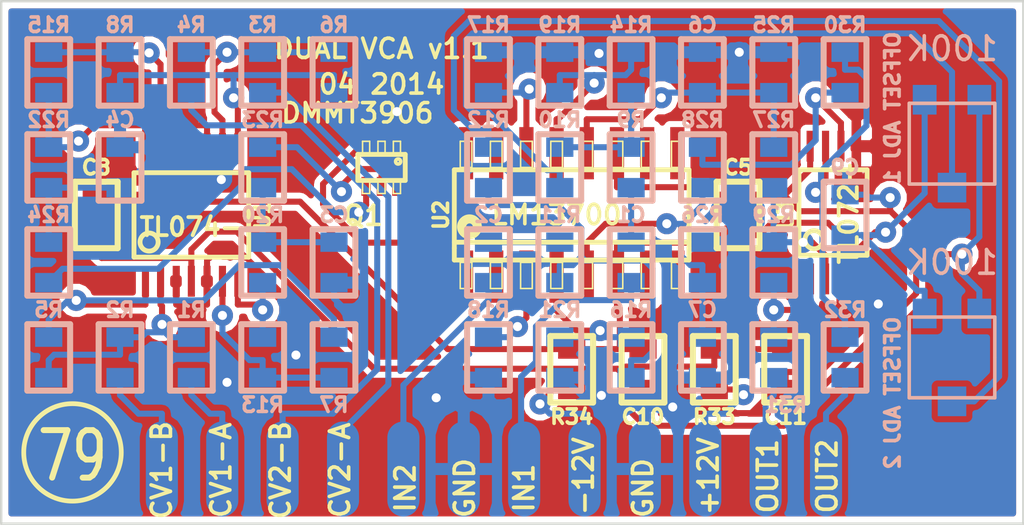
<source format=kicad_pcb>
(kicad_pcb (version 3) (host pcbnew "(2013-07-07 BZR 4022)-stable")

  (general
    (links 103)
    (no_connects 0)
    (area 53.949999 100.949999 97.050001 127.8282)
    (thickness 1.6)
    (drawings 22)
    (tracks 547)
    (zones 0)
    (modules 52)
    (nets 44)
  )

  (page A3)
  (layers
    (15 F.Cu signal hide)
    (0 B.Cu signal hide)
    (16 B.Adhes user)
    (17 F.Adhes user)
    (18 B.Paste user)
    (19 F.Paste user)
    (20 B.SilkS user)
    (21 F.SilkS user)
    (22 B.Mask user)
    (23 F.Mask user)
    (24 Dwgs.User user)
    (25 Cmts.User user)
    (26 Eco1.User user)
    (27 Eco2.User user)
    (28 Edge.Cuts user)
  )

  (setup
    (last_trace_width 0.254)
    (trace_clearance 0.2032)
    (zone_clearance 0.254)
    (zone_45_only no)
    (trace_min 0.254)
    (segment_width 0.2)
    (edge_width 0.1)
    (via_size 0.889)
    (via_drill 0.381)
    (via_min_size 0.889)
    (via_min_drill 0.381)
    (uvia_size 0.508)
    (uvia_drill 0.127)
    (uvias_allowed no)
    (uvia_min_size 0.508)
    (uvia_min_drill 0.127)
    (pcb_text_width 0.3)
    (pcb_text_size 1.5 1.5)
    (mod_edge_width 0.15)
    (mod_text_size 1 1)
    (mod_text_width 0.15)
    (pad_size 1.5 1.5)
    (pad_drill 0.6)
    (pad_to_mask_clearance 0)
    (aux_axis_origin 0 0)
    (visible_elements 7FFFDF7F)
    (pcbplotparams
      (layerselection 284196865)
      (usegerberextensions true)
      (excludeedgelayer true)
      (linewidth 0.150000)
      (plotframeref false)
      (viasonmask false)
      (mode 1)
      (useauxorigin false)
      (hpglpennumber 1)
      (hpglpenspeed 20)
      (hpglpendiameter 15)
      (hpglpenoverlay 2)
      (psnegative false)
      (psa4output false)
      (plotreference true)
      (plotvalue false)
      (plotothertext true)
      (plotinvisibletext false)
      (padsonsilk false)
      (subtractmaskfromsilk true)
      (outputformat 1)
      (mirror false)
      (drillshape 0)
      (scaleselection 1)
      (outputdirectory Gerbers/Updated/))
  )

  (net 0 "")
  (net 1 +12V)
  (net 2 -12V)
  (net 3 CV1A)
  (net 4 CV1B)
  (net 5 CV2A)
  (net 6 CV2B)
  (net 7 GND)
  (net 8 IN1)
  (net 9 IN2)
  (net 10 N-000001)
  (net 11 N-0000010)
  (net 12 N-0000011)
  (net 13 N-0000012)
  (net 14 N-0000013)
  (net 15 N-0000015)
  (net 16 N-0000017)
  (net 17 N-0000018)
  (net 18 N-0000019)
  (net 19 N-000002)
  (net 20 N-0000020)
  (net 21 N-0000021)
  (net 22 N-0000022)
  (net 23 N-0000023)
  (net 24 N-0000024)
  (net 25 N-0000025)
  (net 26 N-0000026)
  (net 27 N-0000028)
  (net 28 N-0000029)
  (net 29 N-000003)
  (net 30 N-0000030)
  (net 31 N-0000031)
  (net 32 N-0000032)
  (net 33 N-0000033)
  (net 34 N-0000034)
  (net 35 N-0000035)
  (net 36 N-000004)
  (net 37 N-000005)
  (net 38 N-000006)
  (net 39 N-000007)
  (net 40 N-000008)
  (net 41 N-000009)
  (net 42 OUT1)
  (net 43 OUT2)

  (net_class Default "This is the default net class."
    (clearance 0.2032)
    (trace_width 0.254)
    (via_dia 0.889)
    (via_drill 0.381)
    (uvia_dia 0.508)
    (uvia_drill 0.127)
    (add_net "")
    (add_net +12V)
    (add_net -12V)
    (add_net CV1A)
    (add_net CV1B)
    (add_net CV2A)
    (add_net CV2B)
    (add_net GND)
    (add_net IN1)
    (add_net IN2)
    (add_net N-000001)
    (add_net N-0000010)
    (add_net N-0000011)
    (add_net N-0000012)
    (add_net N-0000013)
    (add_net N-0000015)
    (add_net N-0000017)
    (add_net N-0000018)
    (add_net N-0000019)
    (add_net N-000002)
    (add_net N-0000020)
    (add_net N-0000021)
    (add_net N-0000022)
    (add_net N-0000023)
    (add_net N-0000024)
    (add_net N-0000025)
    (add_net N-0000026)
    (add_net N-0000028)
    (add_net N-0000029)
    (add_net N-000003)
    (add_net N-0000030)
    (add_net N-0000031)
    (add_net N-0000032)
    (add_net N-0000033)
    (add_net N-0000034)
    (add_net N-0000035)
    (add_net N-000004)
    (add_net N-000005)
    (add_net N-000006)
    (add_net N-000007)
    (add_net N-000008)
    (add_net N-000009)
    (add_net OUT1)
    (add_net OUT2)
  )

  (module TSSOP8-JRL (layer F.Cu) (tedit 5313661D) (tstamp 530FAD13)
    (at 89 110)
    (path /530EABE8)
    (attr smd)
    (fp_text reference U3 (at -2 0 90) (layer F.SilkS)
      (effects (font (size 0.6096 0.6096) (thickness 0.1524)))
    )
    (fp_text value TL072- (at 0.65 -0.1 90) (layer F.SilkS)
      (effects (font (size 0.762 0.762) (thickness 0.16002)))
    )
    (fp_line (start -1.43 -1.9) (end 1.43 -1.9) (layer F.SilkS) (width 0.2))
    (fp_line (start 1.43 -1.9) (end 1.43 1.7) (layer F.SilkS) (width 0.2))
    (fp_line (start 1.43 1.7) (end -1.43 1.7) (layer F.SilkS) (width 0.2))
    (fp_line (start -1.438 1.678) (end -1.438 -1.878) (layer F.SilkS) (width 0.2))
    (fp_circle (center -0.803 1.043) (end -1.184 1.043) (layer F.SilkS) (width 0.2))
    (pad 1 smd rect (at -0.9554 2.694) (size 0.29972 1.30048)
      (layers F.Cu F.Paste F.Mask)
      (net 27 N-0000028)
    )
    (pad 2 smd rect (at -0.3204 2.694) (size 0.29972 1.30048)
      (layers F.Cu F.Paste F.Mask)
      (net 28 N-0000029)
    )
    (pad 3 smd rect (at 0.34 2.694) (size 0.29972 1.30048)
      (layers F.Cu F.Paste F.Mask)
      (net 7 GND)
    )
    (pad 4 smd rect (at 0.975 2.694) (size 0.29972 1.30048)
      (layers F.Cu F.Paste F.Mask)
      (net 2 -12V)
    )
    (pad 5 smd rect (at 0.975 -2.894) (size 0.29972 1.30048)
      (layers F.Cu F.Paste F.Mask)
      (net 7 GND)
    )
    (pad 6 smd rect (at 0.3273 -2.894) (size 0.29972 1.30048)
      (layers F.Cu F.Paste F.Mask)
      (net 17 N-0000018)
    )
    (pad 7 smd rect (at -0.3204 -2.894) (size 0.29972 1.30048)
      (layers F.Cu F.Paste F.Mask)
      (net 37 N-000005)
    )
    (pad 8 smd rect (at -0.9681 -2.894) (size 0.29972 1.30048)
      (layers F.Cu F.Paste F.Mask)
      (net 1 +12V)
    )
    (model smd\smd_dil\tssop-14.wrl
      (at (xyz 0 0 0))
      (scale (xyz 1 1 1))
      (rotate (xyz 0 0 0))
    )
  )

  (module SO16-JRL (layer F.Cu) (tedit 5313661F) (tstamp 530FAD9E)
    (at 78 110)
    (descr "SMALL OUTLINE INTEGRATED CIRCUIT")
    (tags "SMALL OUTLINE INTEGRATED CIRCUIT")
    (path /530EAD26)
    (attr smd)
    (fp_text reference U2 (at -5.5 0 90) (layer F.SilkS)
      (effects (font (size 0.6096 0.6096) (thickness 0.1524)))
    )
    (fp_text value LM13700 (at -0.635 0) (layer F.SilkS)
      (effects (font (size 0.8128 0.8128) (thickness 0.1524)))
    )
    (fp_circle (center -4.3 0.5) (end -4.2 0.6) (layer F.SilkS) (width 0.381))
    (fp_line (start -4.68884 3.0988) (end -4.19862 3.0988) (layer F.SilkS) (width 0.06604))
    (fp_line (start -4.19862 3.0988) (end -4.19862 1.99898) (layer F.SilkS) (width 0.06604))
    (fp_line (start -4.68884 1.99898) (end -4.19862 1.99898) (layer F.SilkS) (width 0.06604))
    (fp_line (start -4.68884 3.0988) (end -4.68884 1.99898) (layer F.SilkS) (width 0.06604))
    (fp_line (start -3.41884 3.0988) (end -2.92862 3.0988) (layer F.SilkS) (width 0.06604))
    (fp_line (start -2.92862 3.0988) (end -2.92862 1.99898) (layer F.SilkS) (width 0.06604))
    (fp_line (start -3.41884 1.99898) (end -2.92862 1.99898) (layer F.SilkS) (width 0.06604))
    (fp_line (start -3.41884 3.0988) (end -3.41884 1.99898) (layer F.SilkS) (width 0.06604))
    (fp_line (start -2.14884 3.0988) (end -1.65862 3.0988) (layer F.SilkS) (width 0.06604))
    (fp_line (start -1.65862 3.0988) (end -1.65862 1.99898) (layer F.SilkS) (width 0.06604))
    (fp_line (start -2.14884 1.99898) (end -1.65862 1.99898) (layer F.SilkS) (width 0.06604))
    (fp_line (start -2.14884 3.0988) (end -2.14884 1.99898) (layer F.SilkS) (width 0.06604))
    (fp_line (start -0.87884 3.0988) (end -0.38862 3.0988) (layer F.SilkS) (width 0.06604))
    (fp_line (start -0.38862 3.0988) (end -0.38862 1.99898) (layer F.SilkS) (width 0.06604))
    (fp_line (start -0.87884 1.99898) (end -0.38862 1.99898) (layer F.SilkS) (width 0.06604))
    (fp_line (start -0.87884 3.0988) (end -0.87884 1.99898) (layer F.SilkS) (width 0.06604))
    (fp_line (start 1.65862 -1.99898) (end 2.14884 -1.99898) (layer F.SilkS) (width 0.06604))
    (fp_line (start 2.14884 -1.99898) (end 2.14884 -3.0988) (layer F.SilkS) (width 0.06604))
    (fp_line (start 1.65862 -3.0988) (end 2.14884 -3.0988) (layer F.SilkS) (width 0.06604))
    (fp_line (start 1.65862 -1.99898) (end 1.65862 -3.0988) (layer F.SilkS) (width 0.06604))
    (fp_line (start 0.38862 -1.99898) (end 0.87884 -1.99898) (layer F.SilkS) (width 0.06604))
    (fp_line (start 0.87884 -1.99898) (end 0.87884 -3.0988) (layer F.SilkS) (width 0.06604))
    (fp_line (start 0.38862 -3.0988) (end 0.87884 -3.0988) (layer F.SilkS) (width 0.06604))
    (fp_line (start 0.38862 -1.99898) (end 0.38862 -3.0988) (layer F.SilkS) (width 0.06604))
    (fp_line (start -0.87884 -1.99898) (end -0.38862 -1.99898) (layer F.SilkS) (width 0.06604))
    (fp_line (start -0.38862 -1.99898) (end -0.38862 -3.0988) (layer F.SilkS) (width 0.06604))
    (fp_line (start -0.87884 -3.0988) (end -0.38862 -3.0988) (layer F.SilkS) (width 0.06604))
    (fp_line (start -0.87884 -1.99898) (end -0.87884 -3.0988) (layer F.SilkS) (width 0.06604))
    (fp_line (start -2.14884 -1.99898) (end -1.65862 -1.99898) (layer F.SilkS) (width 0.06604))
    (fp_line (start -1.65862 -1.99898) (end -1.65862 -3.0988) (layer F.SilkS) (width 0.06604))
    (fp_line (start -2.14884 -3.0988) (end -1.65862 -3.0988) (layer F.SilkS) (width 0.06604))
    (fp_line (start -2.14884 -1.99898) (end -2.14884 -3.0988) (layer F.SilkS) (width 0.06604))
    (fp_line (start 0.38862 3.0988) (end 0.87884 3.0988) (layer F.SilkS) (width 0.06604))
    (fp_line (start 0.87884 3.0988) (end 0.87884 1.99898) (layer F.SilkS) (width 0.06604))
    (fp_line (start 0.38862 1.99898) (end 0.87884 1.99898) (layer F.SilkS) (width 0.06604))
    (fp_line (start 0.38862 3.0988) (end 0.38862 1.99898) (layer F.SilkS) (width 0.06604))
    (fp_line (start 1.65862 3.0988) (end 2.14884 3.0988) (layer F.SilkS) (width 0.06604))
    (fp_line (start 2.14884 3.0988) (end 2.14884 1.99898) (layer F.SilkS) (width 0.06604))
    (fp_line (start 1.65862 1.99898) (end 2.14884 1.99898) (layer F.SilkS) (width 0.06604))
    (fp_line (start 1.65862 3.0988) (end 1.65862 1.99898) (layer F.SilkS) (width 0.06604))
    (fp_line (start 2.92862 3.0988) (end 3.41884 3.0988) (layer F.SilkS) (width 0.06604))
    (fp_line (start 3.41884 3.0988) (end 3.41884 1.99898) (layer F.SilkS) (width 0.06604))
    (fp_line (start 2.92862 1.99898) (end 3.41884 1.99898) (layer F.SilkS) (width 0.06604))
    (fp_line (start 2.92862 3.0988) (end 2.92862 1.99898) (layer F.SilkS) (width 0.06604))
    (fp_line (start 4.19862 3.0988) (end 4.68884 3.0988) (layer F.SilkS) (width 0.06604))
    (fp_line (start 4.68884 3.0988) (end 4.68884 1.99898) (layer F.SilkS) (width 0.06604))
    (fp_line (start 4.19862 1.99898) (end 4.68884 1.99898) (layer F.SilkS) (width 0.06604))
    (fp_line (start 4.19862 3.0988) (end 4.19862 1.99898) (layer F.SilkS) (width 0.06604))
    (fp_line (start 4.19862 -1.99898) (end 4.68884 -1.99898) (layer F.SilkS) (width 0.06604))
    (fp_line (start 4.68884 -1.99898) (end 4.68884 -3.0988) (layer F.SilkS) (width 0.06604))
    (fp_line (start 4.19862 -3.0988) (end 4.68884 -3.0988) (layer F.SilkS) (width 0.06604))
    (fp_line (start 4.19862 -1.99898) (end 4.19862 -3.0988) (layer F.SilkS) (width 0.06604))
    (fp_line (start 2.92862 -1.99898) (end 3.41884 -1.99898) (layer F.SilkS) (width 0.06604))
    (fp_line (start 3.41884 -1.99898) (end 3.41884 -3.0988) (layer F.SilkS) (width 0.06604))
    (fp_line (start 2.92862 -3.0988) (end 3.41884 -3.0988) (layer F.SilkS) (width 0.06604))
    (fp_line (start 2.92862 -1.99898) (end 2.92862 -3.0988) (layer F.SilkS) (width 0.06604))
    (fp_line (start -3.41884 -1.99898) (end -2.92862 -1.99898) (layer F.SilkS) (width 0.06604))
    (fp_line (start -2.92862 -1.99898) (end -2.92862 -3.0988) (layer F.SilkS) (width 0.06604))
    (fp_line (start -3.41884 -3.0988) (end -2.92862 -3.0988) (layer F.SilkS) (width 0.06604))
    (fp_line (start -3.41884 -1.99898) (end -3.41884 -3.0988) (layer F.SilkS) (width 0.06604))
    (fp_line (start -4.68884 -1.99898) (end -4.19862 -1.99898) (layer F.SilkS) (width 0.06604))
    (fp_line (start -4.19862 -1.99898) (end -4.19862 -3.0988) (layer F.SilkS) (width 0.06604))
    (fp_line (start -4.68884 -3.0988) (end -4.19862 -3.0988) (layer F.SilkS) (width 0.06604))
    (fp_line (start -4.68884 -1.99898) (end -4.68884 -3.0988) (layer F.SilkS) (width 0.06604))
    (fp_line (start 4.93776 1.89992) (end -4.93776 1.89992) (layer F.SilkS) (width 0.2032))
    (fp_line (start -4.93776 1.89992) (end -4.93776 1.39954) (layer F.SilkS) (width 0.2032))
    (fp_line (start -4.93776 1.39954) (end -4.93776 -1.89992) (layer F.SilkS) (width 0.2032))
    (fp_line (start -4.93776 -1.89992) (end 4.93776 -1.89992) (layer F.SilkS) (width 0.2032))
    (fp_line (start 4.93776 1.14954) (end -4.93776 1.14954) (layer F.SilkS) (width 0.2032))
    (fp_line (start 4.93776 -1.89992) (end 4.93776 1.39954) (layer F.SilkS) (width 0.2032))
    (fp_line (start 4.93776 1.39954) (end 4.93776 1.89992) (layer F.SilkS) (width 0.2032))
    (pad 1 smd rect (at -4.445 2.59842) (size 0.59944 2.19964)
      (layers F.Cu F.Paste F.Mask)
      (net 24 N-0000024)
    )
    (pad 2 smd rect (at -3.175 2.59842) (size 0.59944 2.19964)
      (layers F.Cu F.Paste F.Mask)
    )
    (pad 3 smd rect (at -1.905 2.59842) (size 0.59944 2.19964)
      (layers F.Cu F.Paste F.Mask)
      (net 14 N-0000013)
    )
    (pad 4 smd rect (at -0.635 2.59842) (size 0.59944 2.19964)
      (layers F.Cu F.Paste F.Mask)
      (net 13 N-0000012)
    )
    (pad 5 smd rect (at 0.635 2.59842) (size 0.59944 2.19964)
      (layers F.Cu F.Paste F.Mask)
      (net 18 N-0000019)
    )
    (pad 6 smd rect (at 1.905 2.59842) (size 0.59944 2.19964)
      (layers F.Cu F.Paste F.Mask)
      (net 2 -12V)
    )
    (pad 7 smd rect (at 3.175 2.59842) (size 0.59944 2.19964)
      (layers F.Cu F.Paste F.Mask)
    )
    (pad 8 smd rect (at 4.445 2.59842) (size 0.59944 2.19964)
      (layers F.Cu F.Paste F.Mask)
    )
    (pad 9 smd rect (at 4.445 -2.59842) (size 0.59944 2.19964)
      (layers F.Cu F.Paste F.Mask)
    )
    (pad 10 smd rect (at 3.175 -2.59842) (size 0.59944 2.19964)
      (layers F.Cu F.Paste F.Mask)
    )
    (pad 11 smd rect (at 1.905 -2.59842) (size 0.59944 2.19964)
      (layers F.Cu F.Paste F.Mask)
      (net 1 +12V)
    )
    (pad 12 smd rect (at 0.635 -2.59842) (size 0.59944 2.19964)
      (layers F.Cu F.Paste F.Mask)
      (net 30 N-0000030)
    )
    (pad 13 smd rect (at -0.635 -2.59842) (size 0.59944 2.19964)
      (layers F.Cu F.Paste F.Mask)
      (net 38 N-000006)
    )
    (pad 14 smd rect (at -1.905 -2.59842) (size 0.59944 2.19964)
      (layers F.Cu F.Paste F.Mask)
      (net 41 N-000009)
    )
    (pad 15 smd rect (at -3.175 -2.59842) (size 0.59944 2.19964)
      (layers F.Cu F.Paste F.Mask)
    )
    (pad 16 smd rect (at -4.445 -2.59842) (size 0.59944 2.19964)
      (layers F.Cu F.Paste F.Mask)
      (net 26 N-0000026)
    )
  )

  (module SM0603-JRL (layer B.Cu) (tedit 53136791) (tstamp 5310090E)
    (at 77.5 108 90)
    (path /530EC17E)
    (attr smd)
    (fp_text reference R10 (at 2 0 180) (layer B.SilkS)
      (effects (font (size 0.6096 0.6096) (thickness 0.1524)) (justify mirror))
    )
    (fp_text value 2.2M (at 0 0 90) (layer B.SilkS) hide
      (effects (font (size 0.508 0.4572) (thickness 0.1143)) (justify mirror))
    )
    (fp_line (start -1.4 -0.9) (end 1.4 -0.9) (layer B.SilkS) (width 0.254))
    (fp_line (start 1.4 -0.9) (end 1.4 0.9) (layer B.SilkS) (width 0.254))
    (fp_line (start 1.4 0.9) (end -1.4 0.9) (layer B.SilkS) (width 0.254))
    (fp_line (start -1.4 0.9) (end -1.4 -0.9) (layer B.SilkS) (width 0.254))
    (pad 1 smd rect (at -0.8509 0 90) (size 0.8128 1.143)
      (layers B.Cu B.Paste B.Mask)
      (net 39 N-000007)
    )
    (pad 2 smd rect (at 0.8509 0 90) (size 0.8128 1.143)
      (layers B.Cu B.Paste B.Mask)
      (net 40 N-000008)
    )
    (model smd\resistors\R0603.wrl
      (at (xyz 0 0 0.001))
      (scale (xyz 0.5 0.5 0.5))
      (rotate (xyz 0 0 0))
    )
  )

  (module SM0603-JRL (layer B.Cu) (tedit 53136779) (tstamp 530FB388)
    (at 65 112 90)
    (path /530EC203)
    (attr smd)
    (fp_text reference R20 (at 2 0 180) (layer B.SilkS)
      (effects (font (size 0.6096 0.6096) (thickness 0.1524)) (justify mirror))
    )
    (fp_text value 10K (at 0 0 90) (layer B.SilkS) hide
      (effects (font (size 0.508 0.4572) (thickness 0.1143)) (justify mirror))
    )
    (fp_line (start -1.4 -0.9) (end 1.4 -0.9) (layer B.SilkS) (width 0.254))
    (fp_line (start 1.4 -0.9) (end 1.4 0.9) (layer B.SilkS) (width 0.254))
    (fp_line (start 1.4 0.9) (end -1.4 0.9) (layer B.SilkS) (width 0.254))
    (fp_line (start -1.4 0.9) (end -1.4 -0.9) (layer B.SilkS) (width 0.254))
    (pad 1 smd rect (at -0.8509 0 90) (size 0.8128 1.143)
      (layers B.Cu B.Paste B.Mask)
      (net 35 N-0000035)
    )
    (pad 2 smd rect (at 0.8509 0 90) (size 0.8128 1.143)
      (layers B.Cu B.Paste B.Mask)
      (net 22 N-0000022)
    )
    (model smd\resistors\R0603.wrl
      (at (xyz 0 0 0.001))
      (scale (xyz 0.5 0.5 0.5))
      (rotate (xyz 0 0 0))
    )
  )

  (module SM0603-JRL (layer B.Cu) (tedit 5313677A) (tstamp 530FADBC)
    (at 68 112 270)
    (path /530EC1F6)
    (attr smd)
    (fp_text reference C3 (at -2 0 360) (layer B.SilkS)
      (effects (font (size 0.6096 0.6096) (thickness 0.1524)) (justify mirror))
    )
    (fp_text value 0.1μ (at 0 0 270) (layer B.SilkS) hide
      (effects (font (size 0.508 0.4572) (thickness 0.1143)) (justify mirror))
    )
    (fp_line (start -1.4 -0.9) (end 1.4 -0.9) (layer B.SilkS) (width 0.254))
    (fp_line (start 1.4 -0.9) (end 1.4 0.9) (layer B.SilkS) (width 0.254))
    (fp_line (start 1.4 0.9) (end -1.4 0.9) (layer B.SilkS) (width 0.254))
    (fp_line (start -1.4 0.9) (end -1.4 -0.9) (layer B.SilkS) (width 0.254))
    (pad 1 smd rect (at -0.8509 0 270) (size 0.8128 1.143)
      (layers B.Cu B.Paste B.Mask)
      (net 22 N-0000022)
    )
    (pad 2 smd rect (at 0.8509 0 270) (size 0.8128 1.143)
      (layers B.Cu B.Paste B.Mask)
      (net 7 GND)
    )
    (model smd\resistors\R0603.wrl
      (at (xyz 0 0 0.001))
      (scale (xyz 0.5 0.5 0.5))
      (rotate (xyz 0 0 0))
    )
  )

  (module SM0603-JRL (layer B.Cu) (tedit 53136765) (tstamp 530FADC6)
    (at 65 108 90)
    (path /530EC1F0)
    (attr smd)
    (fp_text reference R23 (at 2 0 180) (layer B.SilkS)
      (effects (font (size 0.6096 0.6096) (thickness 0.1524)) (justify mirror))
    )
    (fp_text value 22K (at 0 0 90) (layer B.SilkS) hide
      (effects (font (size 0.508 0.4572) (thickness 0.1143)) (justify mirror))
    )
    (fp_line (start -1.4 -0.9) (end 1.4 -0.9) (layer B.SilkS) (width 0.254))
    (fp_line (start 1.4 -0.9) (end 1.4 0.9) (layer B.SilkS) (width 0.254))
    (fp_line (start 1.4 0.9) (end -1.4 0.9) (layer B.SilkS) (width 0.254))
    (fp_line (start -1.4 0.9) (end -1.4 -0.9) (layer B.SilkS) (width 0.254))
    (pad 1 smd rect (at -0.8509 0 90) (size 0.8128 1.143)
      (layers B.Cu B.Paste B.Mask)
      (net 22 N-0000022)
    )
    (pad 2 smd rect (at 0.8509 0 90) (size 0.8128 1.143)
      (layers B.Cu B.Paste B.Mask)
      (net 23 N-0000023)
    )
    (model smd\resistors\R0603.wrl
      (at (xyz 0 0 0.001))
      (scale (xyz 0.5 0.5 0.5))
      (rotate (xyz 0 0 0))
    )
  )

  (module SM0603-JRL (layer B.Cu) (tedit 531367BE) (tstamp 530FADD0)
    (at 86.5 116 270)
    (path /530EC1E0)
    (attr smd)
    (fp_text reference R31 (at 2 -0.5 360) (layer B.SilkS)
      (effects (font (size 0.6096 0.6096) (thickness 0.1524)) (justify mirror))
    )
    (fp_text value 1K (at 0 0 270) (layer B.SilkS) hide
      (effects (font (size 0.508 0.4572) (thickness 0.1143)) (justify mirror))
    )
    (fp_line (start -1.4 -0.9) (end 1.4 -0.9) (layer B.SilkS) (width 0.254))
    (fp_line (start 1.4 -0.9) (end 1.4 0.9) (layer B.SilkS) (width 0.254))
    (fp_line (start 1.4 0.9) (end -1.4 0.9) (layer B.SilkS) (width 0.254))
    (fp_line (start -1.4 0.9) (end -1.4 -0.9) (layer B.SilkS) (width 0.254))
    (pad 1 smd rect (at -0.8509 0 270) (size 0.8128 1.143)
      (layers B.Cu B.Paste B.Mask)
      (net 27 N-0000028)
    )
    (pad 2 smd rect (at 0.8509 0 270) (size 0.8128 1.143)
      (layers B.Cu B.Paste B.Mask)
      (net 42 OUT1)
    )
    (model smd\resistors\R0603.wrl
      (at (xyz 0 0 0.001))
      (scale (xyz 0.5 0.5 0.5))
      (rotate (xyz 0 0 0))
    )
  )

  (module SM0603-JRL (layer B.Cu) (tedit 531367A6) (tstamp 530FADDA)
    (at 86.5 112 270)
    (path /530EC1CB)
    (attr smd)
    (fp_text reference R29 (at -2 0 360) (layer B.SilkS)
      (effects (font (size 0.6096 0.6096) (thickness 0.1524)) (justify mirror))
    )
    (fp_text value 100K (at 0 0 270) (layer B.SilkS) hide
      (effects (font (size 0.508 0.4572) (thickness 0.1143)) (justify mirror))
    )
    (fp_line (start -1.4 -0.9) (end 1.4 -0.9) (layer B.SilkS) (width 0.254))
    (fp_line (start 1.4 -0.9) (end 1.4 0.9) (layer B.SilkS) (width 0.254))
    (fp_line (start 1.4 0.9) (end -1.4 0.9) (layer B.SilkS) (width 0.254))
    (fp_line (start -1.4 0.9) (end -1.4 -0.9) (layer B.SilkS) (width 0.254))
    (pad 1 smd rect (at -0.8509 0 270) (size 0.8128 1.143)
      (layers B.Cu B.Paste B.Mask)
      (net 28 N-0000029)
    )
    (pad 2 smd rect (at 0.8509 0 270) (size 0.8128 1.143)
      (layers B.Cu B.Paste B.Mask)
      (net 27 N-0000028)
    )
    (model smd\resistors\R0603.wrl
      (at (xyz 0 0 0.001))
      (scale (xyz 0.5 0.5 0.5))
      (rotate (xyz 0 0 0))
    )
  )

  (module SM0603-JRL (layer B.Cu) (tedit 5313678B) (tstamp 530FADE4)
    (at 86.5 104 90)
    (path /530EC1B5)
    (attr smd)
    (fp_text reference R25 (at 2 0 180) (layer B.SilkS)
      (effects (font (size 0.6096 0.6096) (thickness 0.1524)) (justify mirror))
    )
    (fp_text value 47K (at 0 0 90) (layer B.SilkS) hide
      (effects (font (size 0.508 0.4572) (thickness 0.1143)) (justify mirror))
    )
    (fp_line (start -1.4 -0.9) (end 1.4 -0.9) (layer B.SilkS) (width 0.254))
    (fp_line (start 1.4 -0.9) (end 1.4 0.9) (layer B.SilkS) (width 0.254))
    (fp_line (start 1.4 0.9) (end -1.4 0.9) (layer B.SilkS) (width 0.254))
    (fp_line (start -1.4 0.9) (end -1.4 -0.9) (layer B.SilkS) (width 0.254))
    (pad 1 smd rect (at -0.8509 0 90) (size 0.8128 1.143)
      (layers B.Cu B.Paste B.Mask)
      (net 30 N-0000030)
    )
    (pad 2 smd rect (at 0.8509 0 90) (size 0.8128 1.143)
      (layers B.Cu B.Paste B.Mask)
      (net 7 GND)
    )
    (model smd\resistors\R0603.wrl
      (at (xyz 0 0 0.001))
      (scale (xyz 0.5 0.5 0.5))
      (rotate (xyz 0 0 0))
    )
  )

  (module SM0603-JRL (layer B.Cu) (tedit 53136788) (tstamp 530FADEE)
    (at 83.5 104 90)
    (path /530EC1AF)
    (attr smd)
    (fp_text reference C6 (at 2 0 180) (layer B.SilkS)
      (effects (font (size 0.6096 0.6096) (thickness 0.1524)) (justify mirror))
    )
    (fp_text value 47p (at 0 0 90) (layer B.SilkS) hide
      (effects (font (size 0.508 0.4572) (thickness 0.1143)) (justify mirror))
    )
    (fp_line (start -1.4 -0.9) (end 1.4 -0.9) (layer B.SilkS) (width 0.254))
    (fp_line (start 1.4 -0.9) (end 1.4 0.9) (layer B.SilkS) (width 0.254))
    (fp_line (start 1.4 0.9) (end -1.4 0.9) (layer B.SilkS) (width 0.254))
    (fp_line (start -1.4 0.9) (end -1.4 -0.9) (layer B.SilkS) (width 0.254))
    (pad 1 smd rect (at -0.8509 0 90) (size 0.8128 1.143)
      (layers B.Cu B.Paste B.Mask)
      (net 30 N-0000030)
    )
    (pad 2 smd rect (at 0.8509 0 90) (size 0.8128 1.143)
      (layers B.Cu B.Paste B.Mask)
      (net 7 GND)
    )
    (model smd\resistors\R0603.wrl
      (at (xyz 0 0 0.001))
      (scale (xyz 0.5 0.5 0.5))
      (rotate (xyz 0 0 0))
    )
  )

  (module SM0603-JRL (layer B.Cu) (tedit 53136796) (tstamp 530FADF8)
    (at 86.5 108 270)
    (path /530EC19C)
    (attr smd)
    (fp_text reference R27 (at -2 0 360) (layer B.SilkS)
      (effects (font (size 0.6096 0.6096) (thickness 0.1524)) (justify mirror))
    )
    (fp_text value 100K (at 0 0 270) (layer B.SilkS) hide
      (effects (font (size 0.508 0.4572) (thickness 0.1143)) (justify mirror))
    )
    (fp_line (start -1.4 -0.9) (end 1.4 -0.9) (layer B.SilkS) (width 0.254))
    (fp_line (start 1.4 -0.9) (end 1.4 0.9) (layer B.SilkS) (width 0.254))
    (fp_line (start 1.4 0.9) (end -1.4 0.9) (layer B.SilkS) (width 0.254))
    (fp_line (start -1.4 0.9) (end -1.4 -0.9) (layer B.SilkS) (width 0.254))
    (pad 1 smd rect (at -0.8509 0 270) (size 0.8128 1.143)
      (layers B.Cu B.Paste B.Mask)
      (net 30 N-0000030)
    )
    (pad 2 smd rect (at 0.8509 0 270) (size 0.8128 1.143)
      (layers B.Cu B.Paste B.Mask)
      (net 28 N-0000029)
    )
    (model smd\resistors\R0603.wrl
      (at (xyz 0 0 0.001))
      (scale (xyz 0.5 0.5 0.5))
      (rotate (xyz 0 0 0))
    )
  )

  (module SM0603-JRL (layer B.Cu) (tedit 5313676B) (tstamp 530FAE02)
    (at 56 116 90)
    (path /530EC247)
    (attr smd)
    (fp_text reference R5 (at 2 0 180) (layer B.SilkS)
      (effects (font (size 0.6096 0.6096) (thickness 0.1524)) (justify mirror))
    )
    (fp_text value 100K (at 0 0 90) (layer B.SilkS) hide
      (effects (font (size 0.508 0.4572) (thickness 0.1143)) (justify mirror))
    )
    (fp_line (start -1.4 -0.9) (end 1.4 -0.9) (layer B.SilkS) (width 0.254))
    (fp_line (start 1.4 -0.9) (end 1.4 0.9) (layer B.SilkS) (width 0.254))
    (fp_line (start 1.4 0.9) (end -1.4 0.9) (layer B.SilkS) (width 0.254))
    (fp_line (start -1.4 0.9) (end -1.4 -0.9) (layer B.SilkS) (width 0.254))
    (pad 1 smd rect (at -0.8509 0 90) (size 0.8128 1.143)
      (layers B.Cu B.Paste B.Mask)
      (net 32 N-0000032)
    )
    (pad 2 smd rect (at 0.8509 0 90) (size 0.8128 1.143)
      (layers B.Cu B.Paste B.Mask)
      (net 33 N-0000033)
    )
    (model smd\resistors\R0603.wrl
      (at (xyz 0 0 0.001))
      (scale (xyz 0.5 0.5 0.5))
      (rotate (xyz 0 0 0))
    )
  )

  (module SM0603-JRL (layer B.Cu) (tedit 53136793) (tstamp 530FAE0C)
    (at 80.5 108 90)
    (path /530EC16B)
    (attr smd)
    (fp_text reference R9 (at 2 0 180) (layer B.SilkS)
      (effects (font (size 0.6096 0.6096) (thickness 0.1524)) (justify mirror))
    )
    (fp_text value 82K (at 0 0 90) (layer B.SilkS) hide
      (effects (font (size 0.508 0.4572) (thickness 0.1143)) (justify mirror))
    )
    (fp_line (start -1.4 -0.9) (end 1.4 -0.9) (layer B.SilkS) (width 0.254))
    (fp_line (start 1.4 -0.9) (end 1.4 0.9) (layer B.SilkS) (width 0.254))
    (fp_line (start 1.4 0.9) (end -1.4 0.9) (layer B.SilkS) (width 0.254))
    (fp_line (start -1.4 0.9) (end -1.4 -0.9) (layer B.SilkS) (width 0.254))
    (pad 1 smd rect (at -0.8509 0 90) (size 0.8128 1.143)
      (layers B.Cu B.Paste B.Mask)
      (net 31 N-0000031)
    )
    (pad 2 smd rect (at 0.8509 0 90) (size 0.8128 1.143)
      (layers B.Cu B.Paste B.Mask)
      (net 40 N-000008)
    )
    (model smd\resistors\R0603.wrl
      (at (xyz 0 0 0.001))
      (scale (xyz 0.5 0.5 0.5))
      (rotate (xyz 0 0 0))
    )
  )

  (module SM0603-JRL (layer B.Cu) (tedit 53136786) (tstamp 530FAE16)
    (at 80.5 104 90)
    (path /530EC164)
    (attr smd)
    (fp_text reference R14 (at 2 0 180) (layer B.SilkS)
      (effects (font (size 0.6096 0.6096) (thickness 0.1524)) (justify mirror))
    )
    (fp_text value 4.7K (at 0 0 90) (layer B.SilkS) hide
      (effects (font (size 0.508 0.4572) (thickness 0.1143)) (justify mirror))
    )
    (fp_line (start -1.4 -0.9) (end 1.4 -0.9) (layer B.SilkS) (width 0.254))
    (fp_line (start 1.4 -0.9) (end 1.4 0.9) (layer B.SilkS) (width 0.254))
    (fp_line (start 1.4 0.9) (end -1.4 0.9) (layer B.SilkS) (width 0.254))
    (fp_line (start -1.4 0.9) (end -1.4 -0.9) (layer B.SilkS) (width 0.254))
    (pad 1 smd rect (at -0.8509 0 90) (size 0.8128 1.143)
      (layers B.Cu B.Paste B.Mask)
      (net 40 N-000008)
    )
    (pad 2 smd rect (at 0.8509 0 90) (size 0.8128 1.143)
      (layers B.Cu B.Paste B.Mask)
      (net 38 N-000006)
    )
    (model smd\resistors\R0603.wrl
      (at (xyz 0 0 0.001))
      (scale (xyz 0.5 0.5 0.5))
      (rotate (xyz 0 0 0))
    )
  )

  (module SM0603-JRL (layer B.Cu) (tedit 53136773) (tstamp 530FAE20)
    (at 65 116 90)
    (path /530EC20A)
    (attr smd)
    (fp_text reference R13 (at -2 0 180) (layer B.SilkS)
      (effects (font (size 0.6096 0.6096) (thickness 0.1524)) (justify mirror))
    )
    (fp_text value 100K (at 0 0 90) (layer B.SilkS) hide
      (effects (font (size 0.508 0.4572) (thickness 0.1143)) (justify mirror))
    )
    (fp_line (start -1.4 -0.9) (end 1.4 -0.9) (layer B.SilkS) (width 0.254))
    (fp_line (start 1.4 -0.9) (end 1.4 0.9) (layer B.SilkS) (width 0.254))
    (fp_line (start 1.4 0.9) (end -1.4 0.9) (layer B.SilkS) (width 0.254))
    (fp_line (start -1.4 0.9) (end -1.4 -0.9) (layer B.SilkS) (width 0.254))
    (pad 1 smd rect (at -0.8509 0 90) (size 0.8128 1.143)
      (layers B.Cu B.Paste B.Mask)
      (net 34 N-0000034)
    )
    (pad 2 smd rect (at 0.8509 0 90) (size 0.8128 1.143)
      (layers B.Cu B.Paste B.Mask)
      (net 35 N-0000035)
    )
    (model smd\resistors\R0603.wrl
      (at (xyz 0 0 0.001))
      (scale (xyz 0.5 0.5 0.5))
      (rotate (xyz 0 0 0))
    )
  )

  (module SM0603-JRL (layer B.Cu) (tedit 53136775) (tstamp 530FAE2A)
    (at 68 116 270)
    (path /530EC21E)
    (attr smd)
    (fp_text reference R7 (at 2 0 360) (layer B.SilkS)
      (effects (font (size 0.6096 0.6096) (thickness 0.1524)) (justify mirror))
    )
    (fp_text value 100K (at 0 0 270) (layer B.SilkS) hide
      (effects (font (size 0.508 0.4572) (thickness 0.1143)) (justify mirror))
    )
    (fp_line (start -1.4 -0.9) (end 1.4 -0.9) (layer B.SilkS) (width 0.254))
    (fp_line (start 1.4 -0.9) (end 1.4 0.9) (layer B.SilkS) (width 0.254))
    (fp_line (start 1.4 0.9) (end -1.4 0.9) (layer B.SilkS) (width 0.254))
    (fp_line (start -1.4 0.9) (end -1.4 -0.9) (layer B.SilkS) (width 0.254))
    (pad 1 smd rect (at -0.8509 0 270) (size 0.8128 1.143)
      (layers B.Cu B.Paste B.Mask)
      (net 33 N-0000033)
    )
    (pad 2 smd rect (at 0.8509 0 270) (size 0.8128 1.143)
      (layers B.Cu B.Paste B.Mask)
      (net 34 N-0000034)
    )
    (model smd\resistors\R0603.wrl
      (at (xyz 0 0 0.001))
      (scale (xyz 0.5 0.5 0.5))
      (rotate (xyz 0 0 0))
    )
  )

  (module SM0603-JRL (layer F.Cu) (tedit 531365EA) (tstamp 530FAE34)
    (at 85 110 270)
    (path /530F92AF)
    (attr smd)
    (fp_text reference C5 (at -2 0 360) (layer F.SilkS)
      (effects (font (size 0.6096 0.6096) (thickness 0.1524)))
    )
    (fp_text value 100n (at 0 0 270) (layer F.SilkS) hide
      (effects (font (size 0.508 0.4572) (thickness 0.1143)))
    )
    (fp_line (start -1.4 0.9) (end 1.4 0.9) (layer F.SilkS) (width 0.254))
    (fp_line (start 1.4 0.9) (end 1.4 -0.9) (layer F.SilkS) (width 0.254))
    (fp_line (start 1.4 -0.9) (end -1.4 -0.9) (layer F.SilkS) (width 0.254))
    (fp_line (start -1.4 -0.9) (end -1.4 0.9) (layer F.SilkS) (width 0.254))
    (pad 1 smd rect (at -0.8509 0 270) (size 0.8128 1.143)
      (layers F.Cu F.Paste F.Mask)
      (net 1 +12V)
    )
    (pad 2 smd rect (at 0.8509 0 270) (size 0.8128 1.143)
      (layers F.Cu F.Paste F.Mask)
      (net 2 -12V)
    )
    (model smd\resistors\R0603.wrl
      (at (xyz 0 0 0.001))
      (scale (xyz 0.5 0.5 0.5))
      (rotate (xyz 0 0 0))
    )
  )

  (module SM0603-JRL (layer B.Cu) (tedit 5313676E) (tstamp 530FAE3E)
    (at 62 116 90)
    (path /530EC24D)
    (attr smd)
    (fp_text reference R1 (at 2 0 180) (layer B.SilkS)
      (effects (font (size 0.6096 0.6096) (thickness 0.1524)) (justify mirror))
    )
    (fp_text value 100K (at 0 0 90) (layer B.SilkS) hide
      (effects (font (size 0.508 0.4572) (thickness 0.1143)) (justify mirror))
    )
    (fp_line (start -1.4 -0.9) (end 1.4 -0.9) (layer B.SilkS) (width 0.254))
    (fp_line (start 1.4 -0.9) (end 1.4 0.9) (layer B.SilkS) (width 0.254))
    (fp_line (start 1.4 0.9) (end -1.4 0.9) (layer B.SilkS) (width 0.254))
    (fp_line (start -1.4 0.9) (end -1.4 -0.9) (layer B.SilkS) (width 0.254))
    (pad 1 smd rect (at -0.8509 0 90) (size 0.8128 1.143)
      (layers B.Cu B.Paste B.Mask)
      (net 3 CV1A)
    )
    (pad 2 smd rect (at 0.8509 0 90) (size 0.8128 1.143)
      (layers B.Cu B.Paste B.Mask)
      (net 32 N-0000032)
    )
    (model smd\resistors\R0603.wrl
      (at (xyz 0 0 0.001))
      (scale (xyz 0.5 0.5 0.5))
      (rotate (xyz 0 0 0))
    )
  )

  (module SM0603-JRL (layer B.Cu) (tedit 5313676C) (tstamp 530FAE48)
    (at 59 116 90)
    (path /530EC253)
    (attr smd)
    (fp_text reference R2 (at 2 0 180) (layer B.SilkS)
      (effects (font (size 0.6096 0.6096) (thickness 0.1524)) (justify mirror))
    )
    (fp_text value 100K (at 0 0 90) (layer B.SilkS) hide
      (effects (font (size 0.508 0.4572) (thickness 0.1143)) (justify mirror))
    )
    (fp_line (start -1.4 -0.9) (end 1.4 -0.9) (layer B.SilkS) (width 0.254))
    (fp_line (start 1.4 -0.9) (end 1.4 0.9) (layer B.SilkS) (width 0.254))
    (fp_line (start 1.4 0.9) (end -1.4 0.9) (layer B.SilkS) (width 0.254))
    (fp_line (start -1.4 0.9) (end -1.4 -0.9) (layer B.SilkS) (width 0.254))
    (pad 1 smd rect (at -0.8509 0 90) (size 0.8128 1.143)
      (layers B.Cu B.Paste B.Mask)
      (net 4 CV1B)
    )
    (pad 2 smd rect (at 0.8509 0 90) (size 0.8128 1.143)
      (layers B.Cu B.Paste B.Mask)
      (net 32 N-0000032)
    )
    (model smd\resistors\R0603.wrl
      (at (xyz 0 0 0.001))
      (scale (xyz 0.5 0.5 0.5))
      (rotate (xyz 0 0 0))
    )
  )

  (module SM0603-JRL (layer F.Cu) (tedit 531365F5) (tstamp 530FAE52)
    (at 81 116.5 90)
    (path /530F7FD7)
    (attr smd)
    (fp_text reference C10 (at -2 0 180) (layer F.SilkS)
      (effects (font (size 0.6096 0.6096) (thickness 0.1524)))
    )
    (fp_text value 1μ (at 0 0 90) (layer F.SilkS) hide
      (effects (font (size 0.508 0.4572) (thickness 0.1143)))
    )
    (fp_line (start -1.4 0.9) (end 1.4 0.9) (layer F.SilkS) (width 0.254))
    (fp_line (start 1.4 0.9) (end 1.4 -0.9) (layer F.SilkS) (width 0.254))
    (fp_line (start 1.4 -0.9) (end -1.4 -0.9) (layer F.SilkS) (width 0.254))
    (fp_line (start -1.4 -0.9) (end -1.4 0.9) (layer F.SilkS) (width 0.254))
    (pad 1 smd rect (at -0.8509 0 90) (size 0.8128 1.143)
      (layers F.Cu F.Paste F.Mask)
      (net 7 GND)
    )
    (pad 2 smd rect (at 0.8509 0 90) (size 0.8128 1.143)
      (layers F.Cu F.Paste F.Mask)
      (net 2 -12V)
    )
    (model smd\resistors\R0603.wrl
      (at (xyz 0 0 0.001))
      (scale (xyz 0.5 0.5 0.5))
      (rotate (xyz 0 0 0))
    )
  )

  (module SM0603-JRL (layer F.Cu) (tedit 531365EE) (tstamp 53100C05)
    (at 87 116.5 270)
    (path /530F7FED)
    (attr smd)
    (fp_text reference C11 (at 2 0 360) (layer F.SilkS)
      (effects (font (size 0.6096 0.6096) (thickness 0.1524)))
    )
    (fp_text value 1μ (at 0 0 270) (layer F.SilkS) hide
      (effects (font (size 0.508 0.4572) (thickness 0.1143)))
    )
    (fp_line (start -1.4 0.9) (end 1.4 0.9) (layer F.SilkS) (width 0.254))
    (fp_line (start 1.4 0.9) (end 1.4 -0.9) (layer F.SilkS) (width 0.254))
    (fp_line (start 1.4 -0.9) (end -1.4 -0.9) (layer F.SilkS) (width 0.254))
    (fp_line (start -1.4 -0.9) (end -1.4 0.9) (layer F.SilkS) (width 0.254))
    (pad 1 smd rect (at -0.8509 0 270) (size 0.8128 1.143)
      (layers F.Cu F.Paste F.Mask)
      (net 1 +12V)
    )
    (pad 2 smd rect (at 0.8509 0 270) (size 0.8128 1.143)
      (layers F.Cu F.Paste F.Mask)
      (net 7 GND)
    )
    (model smd\resistors\R0603.wrl
      (at (xyz 0 0 0.001))
      (scale (xyz 0.5 0.5 0.5))
      (rotate (xyz 0 0 0))
    )
  )

  (module SM0603-JRL (layer F.Cu) (tedit 531365F1) (tstamp 530FAE66)
    (at 84 116.5 270)
    (path /530F8387)
    (attr smd)
    (fp_text reference R33 (at 2 0 360) (layer F.SilkS)
      (effects (font (size 0.6096 0.6096) (thickness 0.1524)))
    )
    (fp_text value 10 (at 0 0 270) (layer F.SilkS) hide
      (effects (font (size 0.508 0.4572) (thickness 0.1143)))
    )
    (fp_line (start -1.4 0.9) (end 1.4 0.9) (layer F.SilkS) (width 0.254))
    (fp_line (start 1.4 0.9) (end 1.4 -0.9) (layer F.SilkS) (width 0.254))
    (fp_line (start 1.4 -0.9) (end -1.4 -0.9) (layer F.SilkS) (width 0.254))
    (fp_line (start -1.4 -0.9) (end -1.4 0.9) (layer F.SilkS) (width 0.254))
    (pad 1 smd rect (at -0.8509 0 270) (size 0.8128 1.143)
      (layers F.Cu F.Paste F.Mask)
      (net 1 +12V)
    )
    (pad 2 smd rect (at 0.8509 0 270) (size 0.8128 1.143)
      (layers F.Cu F.Paste F.Mask)
      (net 16 N-0000017)
    )
    (model smd\resistors\R0603.wrl
      (at (xyz 0 0 0.001))
      (scale (xyz 0.5 0.5 0.5))
      (rotate (xyz 0 0 0))
    )
  )

  (module SM0603-JRL (layer F.Cu) (tedit 531365FD) (tstamp 530FAE70)
    (at 78 116.5 270)
    (path /530F842A)
    (attr smd)
    (fp_text reference R34 (at 2 0 360) (layer F.SilkS)
      (effects (font (size 0.6096 0.6096) (thickness 0.1524)))
    )
    (fp_text value 10 (at 0 0 270) (layer F.SilkS) hide
      (effects (font (size 0.508 0.4572) (thickness 0.1143)))
    )
    (fp_line (start -1.4 0.9) (end 1.4 0.9) (layer F.SilkS) (width 0.254))
    (fp_line (start 1.4 0.9) (end 1.4 -0.9) (layer F.SilkS) (width 0.254))
    (fp_line (start 1.4 -0.9) (end -1.4 -0.9) (layer F.SilkS) (width 0.254))
    (fp_line (start -1.4 -0.9) (end -1.4 0.9) (layer F.SilkS) (width 0.254))
    (pad 1 smd rect (at -0.8509 0 270) (size 0.8128 1.143)
      (layers F.Cu F.Paste F.Mask)
      (net 2 -12V)
    )
    (pad 2 smd rect (at 0.8509 0 270) (size 0.8128 1.143)
      (layers F.Cu F.Paste F.Mask)
      (net 15 N-0000015)
    )
    (model smd\resistors\R0603.wrl
      (at (xyz 0 0 0.001))
      (scale (xyz 0.5 0.5 0.5))
      (rotate (xyz 0 0 0))
    )
  )

  (module SM0603-JRL (layer B.Cu) (tedit 531367B5) (tstamp 530FAE7A)
    (at 89.5 110 270)
    (path /530F92A0)
    (attr smd)
    (fp_text reference C9 (at -2 0 360) (layer B.SilkS)
      (effects (font (size 0.6096 0.6096) (thickness 0.1524)) (justify mirror))
    )
    (fp_text value 100n (at 0 0 270) (layer B.SilkS) hide
      (effects (font (size 0.508 0.4572) (thickness 0.1143)) (justify mirror))
    )
    (fp_line (start -1.4 -0.9) (end 1.4 -0.9) (layer B.SilkS) (width 0.254))
    (fp_line (start 1.4 -0.9) (end 1.4 0.9) (layer B.SilkS) (width 0.254))
    (fp_line (start 1.4 0.9) (end -1.4 0.9) (layer B.SilkS) (width 0.254))
    (fp_line (start -1.4 0.9) (end -1.4 -0.9) (layer B.SilkS) (width 0.254))
    (pad 1 smd rect (at -0.8509 0 270) (size 0.8128 1.143)
      (layers B.Cu B.Paste B.Mask)
      (net 1 +12V)
    )
    (pad 2 smd rect (at 0.8509 0 270) (size 0.8128 1.143)
      (layers B.Cu B.Paste B.Mask)
      (net 2 -12V)
    )
    (model smd\resistors\R0603.wrl
      (at (xyz 0 0 0.001))
      (scale (xyz 0.5 0.5 0.5))
      (rotate (xyz 0 0 0))
    )
  )

  (module SM0603-JRL (layer F.Cu) (tedit 531365D5) (tstamp 530FAE84)
    (at 58 110 90)
    (path /530F92A9)
    (attr smd)
    (fp_text reference C8 (at 2 0 180) (layer F.SilkS)
      (effects (font (size 0.6096 0.6096) (thickness 0.1524)))
    )
    (fp_text value 100n (at 0 0 90) (layer F.SilkS) hide
      (effects (font (size 0.508 0.4572) (thickness 0.1143)))
    )
    (fp_line (start -1.4 0.9) (end 1.4 0.9) (layer F.SilkS) (width 0.254))
    (fp_line (start 1.4 0.9) (end 1.4 -0.9) (layer F.SilkS) (width 0.254))
    (fp_line (start 1.4 -0.9) (end -1.4 -0.9) (layer F.SilkS) (width 0.254))
    (fp_line (start -1.4 -0.9) (end -1.4 0.9) (layer F.SilkS) (width 0.254))
    (pad 1 smd rect (at -0.8509 0 90) (size 0.8128 1.143)
      (layers F.Cu F.Paste F.Mask)
      (net 1 +12V)
    )
    (pad 2 smd rect (at 0.8509 0 90) (size 0.8128 1.143)
      (layers F.Cu F.Paste F.Mask)
      (net 2 -12V)
    )
    (model smd\resistors\R0603.wrl
      (at (xyz 0 0 0.001))
      (scale (xyz 0.5 0.5 0.5))
      (rotate (xyz 0 0 0))
    )
  )

  (module SM0603-JRL (layer B.Cu) (tedit 5313679E) (tstamp 530FAE8E)
    (at 74.5 112 90)
    (path /530EABAC)
    (attr smd)
    (fp_text reference C2 (at 2 0 180) (layer B.SilkS)
      (effects (font (size 0.6096 0.6096) (thickness 0.1524)) (justify mirror))
    )
    (fp_text value 1μ (at 0 0 90) (layer B.SilkS) hide
      (effects (font (size 0.508 0.4572) (thickness 0.1143)) (justify mirror))
    )
    (fp_line (start -1.4 -0.9) (end 1.4 -0.9) (layer B.SilkS) (width 0.254))
    (fp_line (start 1.4 -0.9) (end 1.4 0.9) (layer B.SilkS) (width 0.254))
    (fp_line (start 1.4 0.9) (end -1.4 0.9) (layer B.SilkS) (width 0.254))
    (fp_line (start -1.4 0.9) (end -1.4 -0.9) (layer B.SilkS) (width 0.254))
    (pad 1 smd rect (at -0.8509 0 90) (size 0.8128 1.143)
      (layers B.Cu B.Paste B.Mask)
      (net 9 IN2)
    )
    (pad 2 smd rect (at 0.8509 0 90) (size 0.8128 1.143)
      (layers B.Cu B.Paste B.Mask)
      (net 20 N-0000020)
    )
    (model smd\resistors\R0603.wrl
      (at (xyz 0 0 0.001))
      (scale (xyz 0.5 0.5 0.5))
      (rotate (xyz 0 0 0))
    )
  )

  (module SM0603-JRL (layer B.Cu) (tedit 53136781) (tstamp 530FAE98)
    (at 74.5 104 90)
    (path /530EC154)
    (attr smd)
    (fp_text reference R17 (at 2 0 180) (layer B.SilkS)
      (effects (font (size 0.6096 0.6096) (thickness 0.1524)) (justify mirror))
    )
    (fp_text value 560 (at 0 0 90) (layer B.SilkS) hide
      (effects (font (size 0.508 0.4572) (thickness 0.1143)) (justify mirror))
    )
    (fp_line (start -1.4 -0.9) (end 1.4 -0.9) (layer B.SilkS) (width 0.254))
    (fp_line (start 1.4 -0.9) (end 1.4 0.9) (layer B.SilkS) (width 0.254))
    (fp_line (start 1.4 0.9) (end -1.4 0.9) (layer B.SilkS) (width 0.254))
    (fp_line (start -1.4 0.9) (end -1.4 -0.9) (layer B.SilkS) (width 0.254))
    (pad 1 smd rect (at -0.8509 0 90) (size 0.8128 1.143)
      (layers B.Cu B.Paste B.Mask)
      (net 41 N-000009)
    )
    (pad 2 smd rect (at 0.8509 0 90) (size 0.8128 1.143)
      (layers B.Cu B.Paste B.Mask)
      (net 7 GND)
    )
    (model smd\resistors\R0603.wrl
      (at (xyz 0 0 0.001))
      (scale (xyz 0.5 0.5 0.5))
      (rotate (xyz 0 0 0))
    )
  )

  (module SM0603-JRL (layer B.Cu) (tedit 531367C8) (tstamp 530FAEA2)
    (at 77.5 116 270)
    (path /530EAD79)
    (attr smd)
    (fp_text reference R21 (at -2 0 360) (layer B.SilkS)
      (effects (font (size 0.6096 0.6096) (thickness 0.1524)) (justify mirror))
    )
    (fp_text value 560 (at 0 0 270) (layer B.SilkS) hide
      (effects (font (size 0.508 0.4572) (thickness 0.1143)) (justify mirror))
    )
    (fp_line (start -1.4 -0.9) (end 1.4 -0.9) (layer B.SilkS) (width 0.254))
    (fp_line (start 1.4 -0.9) (end 1.4 0.9) (layer B.SilkS) (width 0.254))
    (fp_line (start 1.4 0.9) (end -1.4 0.9) (layer B.SilkS) (width 0.254))
    (fp_line (start -1.4 0.9) (end -1.4 -0.9) (layer B.SilkS) (width 0.254))
    (pad 1 smd rect (at -0.8509 0 270) (size 0.8128 1.143)
      (layers B.Cu B.Paste B.Mask)
      (net 13 N-0000012)
    )
    (pad 2 smd rect (at 0.8509 0 270) (size 0.8128 1.143)
      (layers B.Cu B.Paste B.Mask)
      (net 7 GND)
    )
    (model smd\resistors\R0603.wrl
      (at (xyz 0 0 0.001))
      (scale (xyz 0.5 0.5 0.5))
      (rotate (xyz 0 0 0))
    )
  )

  (module SM0603-JRL (layer B.Cu) (tedit 531367CB) (tstamp 530FAEAC)
    (at 74.5 116 270)
    (path /530EAD80)
    (attr smd)
    (fp_text reference R18 (at -2 0 360) (layer B.SilkS)
      (effects (font (size 0.6096 0.6096) (thickness 0.1524)) (justify mirror))
    )
    (fp_text value 560 (at 0 0 270) (layer B.SilkS) hide
      (effects (font (size 0.508 0.4572) (thickness 0.1143)) (justify mirror))
    )
    (fp_line (start -1.4 -0.9) (end 1.4 -0.9) (layer B.SilkS) (width 0.254))
    (fp_line (start 1.4 -0.9) (end 1.4 0.9) (layer B.SilkS) (width 0.254))
    (fp_line (start 1.4 0.9) (end -1.4 0.9) (layer B.SilkS) (width 0.254))
    (fp_line (start -1.4 0.9) (end -1.4 -0.9) (layer B.SilkS) (width 0.254))
    (pad 1 smd rect (at -0.8509 0 270) (size 0.8128 1.143)
      (layers B.Cu B.Paste B.Mask)
      (net 14 N-0000013)
    )
    (pad 2 smd rect (at 0.8509 0 270) (size 0.8128 1.143)
      (layers B.Cu B.Paste B.Mask)
      (net 7 GND)
    )
    (model smd\resistors\R0603.wrl
      (at (xyz 0 0 0.001))
      (scale (xyz 0.5 0.5 0.5))
      (rotate (xyz 0 0 0))
    )
  )

  (module SM0603-JRL (layer B.Cu) (tedit 531367C2) (tstamp 530FAEB6)
    (at 80.5 116 90)
    (path /530EAD99)
    (attr smd)
    (fp_text reference R16 (at 2 0 180) (layer B.SilkS)
      (effects (font (size 0.6096 0.6096) (thickness 0.1524)) (justify mirror))
    )
    (fp_text value 4.7K (at 0 0 90) (layer B.SilkS) hide
      (effects (font (size 0.508 0.4572) (thickness 0.1143)) (justify mirror))
    )
    (fp_line (start -1.4 -0.9) (end 1.4 -0.9) (layer B.SilkS) (width 0.254))
    (fp_line (start 1.4 -0.9) (end 1.4 0.9) (layer B.SilkS) (width 0.254))
    (fp_line (start 1.4 0.9) (end -1.4 0.9) (layer B.SilkS) (width 0.254))
    (fp_line (start -1.4 0.9) (end -1.4 -0.9) (layer B.SilkS) (width 0.254))
    (pad 1 smd rect (at -0.8509 0 90) (size 0.8128 1.143)
      (layers B.Cu B.Paste B.Mask)
      (net 12 N-0000011)
    )
    (pad 2 smd rect (at 0.8509 0 90) (size 0.8128 1.143)
      (layers B.Cu B.Paste B.Mask)
      (net 13 N-0000012)
    )
    (model smd\resistors\R0603.wrl
      (at (xyz 0 0 0.001))
      (scale (xyz 0.5 0.5 0.5))
      (rotate (xyz 0 0 0))
    )
  )

  (module SM0603-JRL (layer B.Cu) (tedit 5313679F) (tstamp 530FAEC0)
    (at 77.5 112 270)
    (path /530EADD8)
    (attr smd)
    (fp_text reference R11 (at -2 0 360) (layer B.SilkS)
      (effects (font (size 0.6096 0.6096) (thickness 0.1524)) (justify mirror))
    )
    (fp_text value 82K (at 0 0 270) (layer B.SilkS) hide
      (effects (font (size 0.508 0.4572) (thickness 0.1143)) (justify mirror))
    )
    (fp_line (start -1.4 -0.9) (end 1.4 -0.9) (layer B.SilkS) (width 0.254))
    (fp_line (start 1.4 -0.9) (end 1.4 0.9) (layer B.SilkS) (width 0.254))
    (fp_line (start 1.4 0.9) (end -1.4 0.9) (layer B.SilkS) (width 0.254))
    (fp_line (start -1.4 0.9) (end -1.4 -0.9) (layer B.SilkS) (width 0.254))
    (pad 1 smd rect (at -0.8509 0 270) (size 0.8128 1.143)
      (layers B.Cu B.Paste B.Mask)
      (net 20 N-0000020)
    )
    (pad 2 smd rect (at 0.8509 0 270) (size 0.8128 1.143)
      (layers B.Cu B.Paste B.Mask)
      (net 12 N-0000011)
    )
    (model smd\resistors\R0603.wrl
      (at (xyz 0 0 0.001))
      (scale (xyz 0.5 0.5 0.5))
      (rotate (xyz 0 0 0))
    )
  )

  (module SM0603-JRL (layer B.Cu) (tedit 5313678F) (tstamp 530FAECA)
    (at 74.5 108 270)
    (path /530EAE16)
    (attr smd)
    (fp_text reference R12 (at -2 0 360) (layer B.SilkS)
      (effects (font (size 0.6096 0.6096) (thickness 0.1524)) (justify mirror))
    )
    (fp_text value 2.2M (at 0 0 270) (layer B.SilkS) hide
      (effects (font (size 0.508 0.4572) (thickness 0.1143)) (justify mirror))
    )
    (fp_line (start -1.4 -0.9) (end 1.4 -0.9) (layer B.SilkS) (width 0.254))
    (fp_line (start 1.4 -0.9) (end 1.4 0.9) (layer B.SilkS) (width 0.254))
    (fp_line (start 1.4 0.9) (end -1.4 0.9) (layer B.SilkS) (width 0.254))
    (fp_line (start -1.4 0.9) (end -1.4 -0.9) (layer B.SilkS) (width 0.254))
    (pad 1 smd rect (at -0.8509 0 270) (size 0.8128 1.143)
      (layers B.Cu B.Paste B.Mask)
      (net 21 N-0000021)
    )
    (pad 2 smd rect (at 0.8509 0 270) (size 0.8128 1.143)
      (layers B.Cu B.Paste B.Mask)
      (net 12 N-0000011)
    )
    (model smd\resistors\R0603.wrl
      (at (xyz 0 0 0.001))
      (scale (xyz 0.5 0.5 0.5))
      (rotate (xyz 0 0 0))
    )
  )

  (module SM0603-JRL (layer B.Cu) (tedit 53136798) (tstamp 530FAED4)
    (at 83.5 108 90)
    (path /530EB0AC)
    (attr smd)
    (fp_text reference R28 (at 2 0 180) (layer B.SilkS)
      (effects (font (size 0.6096 0.6096) (thickness 0.1524)) (justify mirror))
    )
    (fp_text value 100K (at 0 0 90) (layer B.SilkS) hide
      (effects (font (size 0.508 0.4572) (thickness 0.1143)) (justify mirror))
    )
    (fp_line (start -1.4 -0.9) (end 1.4 -0.9) (layer B.SilkS) (width 0.254))
    (fp_line (start 1.4 -0.9) (end 1.4 0.9) (layer B.SilkS) (width 0.254))
    (fp_line (start 1.4 0.9) (end -1.4 0.9) (layer B.SilkS) (width 0.254))
    (fp_line (start -1.4 0.9) (end -1.4 -0.9) (layer B.SilkS) (width 0.254))
    (pad 1 smd rect (at -0.8509 0 90) (size 0.8128 1.143)
      (layers B.Cu B.Paste B.Mask)
      (net 18 N-0000019)
    )
    (pad 2 smd rect (at 0.8509 0 90) (size 0.8128 1.143)
      (layers B.Cu B.Paste B.Mask)
      (net 17 N-0000018)
    )
    (model smd\resistors\R0603.wrl
      (at (xyz 0 0 0.001))
      (scale (xyz 0.5 0.5 0.5))
      (rotate (xyz 0 0 0))
    )
  )

  (module SM0603-JRL (layer B.Cu) (tedit 531367C4) (tstamp 530FAEDE)
    (at 83.5 116 270)
    (path /530EB10D)
    (attr smd)
    (fp_text reference C7 (at -2 0 360) (layer B.SilkS)
      (effects (font (size 0.6096 0.6096) (thickness 0.1524)) (justify mirror))
    )
    (fp_text value 47p (at 0 0 270) (layer B.SilkS) hide
      (effects (font (size 0.508 0.4572) (thickness 0.1143)) (justify mirror))
    )
    (fp_line (start -1.4 -0.9) (end 1.4 -0.9) (layer B.SilkS) (width 0.254))
    (fp_line (start 1.4 -0.9) (end 1.4 0.9) (layer B.SilkS) (width 0.254))
    (fp_line (start 1.4 0.9) (end -1.4 0.9) (layer B.SilkS) (width 0.254))
    (fp_line (start -1.4 0.9) (end -1.4 -0.9) (layer B.SilkS) (width 0.254))
    (pad 1 smd rect (at -0.8509 0 270) (size 0.8128 1.143)
      (layers B.Cu B.Paste B.Mask)
      (net 18 N-0000019)
    )
    (pad 2 smd rect (at 0.8509 0 270) (size 0.8128 1.143)
      (layers B.Cu B.Paste B.Mask)
      (net 7 GND)
    )
    (model smd\resistors\R0603.wrl
      (at (xyz 0 0 0.001))
      (scale (xyz 0.5 0.5 0.5))
      (rotate (xyz 0 0 0))
    )
  )

  (module SM0603-JRL (layer B.Cu) (tedit 531367A8) (tstamp 530FAEE8)
    (at 83.5 112 90)
    (path /530EB11A)
    (attr smd)
    (fp_text reference R26 (at 2 0 180) (layer B.SilkS)
      (effects (font (size 0.6096 0.6096) (thickness 0.1524)) (justify mirror))
    )
    (fp_text value 47K (at 0 0 90) (layer B.SilkS) hide
      (effects (font (size 0.508 0.4572) (thickness 0.1143)) (justify mirror))
    )
    (fp_line (start -1.4 -0.9) (end 1.4 -0.9) (layer B.SilkS) (width 0.254))
    (fp_line (start 1.4 -0.9) (end 1.4 0.9) (layer B.SilkS) (width 0.254))
    (fp_line (start 1.4 0.9) (end -1.4 0.9) (layer B.SilkS) (width 0.254))
    (fp_line (start -1.4 0.9) (end -1.4 -0.9) (layer B.SilkS) (width 0.254))
    (pad 1 smd rect (at -0.8509 0 90) (size 0.8128 1.143)
      (layers B.Cu B.Paste B.Mask)
      (net 18 N-0000019)
    )
    (pad 2 smd rect (at 0.8509 0 90) (size 0.8128 1.143)
      (layers B.Cu B.Paste B.Mask)
      (net 7 GND)
    )
    (model smd\resistors\R0603.wrl
      (at (xyz 0 0 0.001))
      (scale (xyz 0.5 0.5 0.5))
      (rotate (xyz 0 0 0))
    )
  )

  (module SM0603-JRL (layer B.Cu) (tedit 5313678D) (tstamp 530FAEF2)
    (at 89.5 104 90)
    (path /530EB2E1)
    (attr smd)
    (fp_text reference R30 (at 2 0 180) (layer B.SilkS)
      (effects (font (size 0.6096 0.6096) (thickness 0.1524)) (justify mirror))
    )
    (fp_text value 100K (at 0 0 90) (layer B.SilkS) hide
      (effects (font (size 0.508 0.4572) (thickness 0.1143)) (justify mirror))
    )
    (fp_line (start -1.4 -0.9) (end 1.4 -0.9) (layer B.SilkS) (width 0.254))
    (fp_line (start 1.4 -0.9) (end 1.4 0.9) (layer B.SilkS) (width 0.254))
    (fp_line (start 1.4 0.9) (end -1.4 0.9) (layer B.SilkS) (width 0.254))
    (fp_line (start -1.4 0.9) (end -1.4 -0.9) (layer B.SilkS) (width 0.254))
    (pad 1 smd rect (at -0.8509 0 90) (size 0.8128 1.143)
      (layers B.Cu B.Paste B.Mask)
      (net 17 N-0000018)
    )
    (pad 2 smd rect (at 0.8509 0 90) (size 0.8128 1.143)
      (layers B.Cu B.Paste B.Mask)
      (net 37 N-000005)
    )
    (model smd\resistors\R0603.wrl
      (at (xyz 0 0 0.001))
      (scale (xyz 0.5 0.5 0.5))
      (rotate (xyz 0 0 0))
    )
  )

  (module SM0603-JRL (layer B.Cu) (tedit 531367B9) (tstamp 530FAEFC)
    (at 89.5 116 270)
    (path /530EB489)
    (attr smd)
    (fp_text reference R32 (at -2 0 360) (layer B.SilkS)
      (effects (font (size 0.6096 0.6096) (thickness 0.1524)) (justify mirror))
    )
    (fp_text value 1K (at 0 0 270) (layer B.SilkS) hide
      (effects (font (size 0.508 0.4572) (thickness 0.1143)) (justify mirror))
    )
    (fp_line (start -1.4 -0.9) (end 1.4 -0.9) (layer B.SilkS) (width 0.254))
    (fp_line (start 1.4 -0.9) (end 1.4 0.9) (layer B.SilkS) (width 0.254))
    (fp_line (start 1.4 0.9) (end -1.4 0.9) (layer B.SilkS) (width 0.254))
    (fp_line (start -1.4 0.9) (end -1.4 -0.9) (layer B.SilkS) (width 0.254))
    (pad 1 smd rect (at -0.8509 0 270) (size 0.8128 1.143)
      (layers B.Cu B.Paste B.Mask)
      (net 37 N-000005)
    )
    (pad 2 smd rect (at 0.8509 0 270) (size 0.8128 1.143)
      (layers B.Cu B.Paste B.Mask)
      (net 43 OUT2)
    )
    (model smd\resistors\R0603.wrl
      (at (xyz 0 0 0.001))
      (scale (xyz 0.5 0.5 0.5))
      (rotate (xyz 0 0 0))
    )
  )

  (module SM0603-JRL (layer B.Cu) (tedit 53136769) (tstamp 530FAF06)
    (at 56 112 270)
    (path /530EB594)
    (attr smd)
    (fp_text reference R24 (at -2 0 360) (layer B.SilkS)
      (effects (font (size 0.6096 0.6096) (thickness 0.1524)) (justify mirror))
    )
    (fp_text value 22K (at 0 0 270) (layer B.SilkS) hide
      (effects (font (size 0.508 0.4572) (thickness 0.1143)) (justify mirror))
    )
    (fp_line (start -1.4 -0.9) (end 1.4 -0.9) (layer B.SilkS) (width 0.254))
    (fp_line (start 1.4 -0.9) (end 1.4 0.9) (layer B.SilkS) (width 0.254))
    (fp_line (start 1.4 0.9) (end -1.4 0.9) (layer B.SilkS) (width 0.254))
    (fp_line (start -1.4 0.9) (end -1.4 -0.9) (layer B.SilkS) (width 0.254))
    (pad 1 smd rect (at -0.8509 0 270) (size 0.8128 1.143)
      (layers B.Cu B.Paste B.Mask)
      (net 11 N-0000010)
    )
    (pad 2 smd rect (at 0.8509 0 270) (size 0.8128 1.143)
      (layers B.Cu B.Paste B.Mask)
      (net 25 N-0000025)
    )
    (model smd\resistors\R0603.wrl
      (at (xyz 0 0 0.001))
      (scale (xyz 0.5 0.5 0.5))
      (rotate (xyz 0 0 0))
    )
  )

  (module SM0603-JRL (layer B.Cu) (tedit 53136763) (tstamp 530FAF10)
    (at 59 108 90)
    (path /530EB59A)
    (attr smd)
    (fp_text reference C4 (at 2 0 180) (layer B.SilkS)
      (effects (font (size 0.6096 0.6096) (thickness 0.1524)) (justify mirror))
    )
    (fp_text value 0.1μ (at 0 0 90) (layer B.SilkS) hide
      (effects (font (size 0.508 0.4572) (thickness 0.1143)) (justify mirror))
    )
    (fp_line (start -1.4 -0.9) (end 1.4 -0.9) (layer B.SilkS) (width 0.254))
    (fp_line (start 1.4 -0.9) (end 1.4 0.9) (layer B.SilkS) (width 0.254))
    (fp_line (start 1.4 0.9) (end -1.4 0.9) (layer B.SilkS) (width 0.254))
    (fp_line (start -1.4 0.9) (end -1.4 -0.9) (layer B.SilkS) (width 0.254))
    (pad 1 smd rect (at -0.8509 0 90) (size 0.8128 1.143)
      (layers B.Cu B.Paste B.Mask)
      (net 11 N-0000010)
    )
    (pad 2 smd rect (at 0.8509 0 90) (size 0.8128 1.143)
      (layers B.Cu B.Paste B.Mask)
      (net 7 GND)
    )
    (model smd\resistors\R0603.wrl
      (at (xyz 0 0 0.001))
      (scale (xyz 0.5 0.5 0.5))
      (rotate (xyz 0 0 0))
    )
  )

  (module SM0603-JRL (layer B.Cu) (tedit 53136761) (tstamp 530FAF1A)
    (at 56 108 270)
    (path /530EB64E)
    (attr smd)
    (fp_text reference R22 (at -2 0 360) (layer B.SilkS)
      (effects (font (size 0.6096 0.6096) (thickness 0.1524)) (justify mirror))
    )
    (fp_text value 10K (at 0 0 270) (layer B.SilkS) hide
      (effects (font (size 0.508 0.4572) (thickness 0.1143)) (justify mirror))
    )
    (fp_line (start -1.4 -0.9) (end 1.4 -0.9) (layer B.SilkS) (width 0.254))
    (fp_line (start 1.4 -0.9) (end 1.4 0.9) (layer B.SilkS) (width 0.254))
    (fp_line (start 1.4 0.9) (end -1.4 0.9) (layer B.SilkS) (width 0.254))
    (fp_line (start -1.4 0.9) (end -1.4 -0.9) (layer B.SilkS) (width 0.254))
    (pad 1 smd rect (at -0.8509 0 270) (size 0.8128 1.143)
      (layers B.Cu B.Paste B.Mask)
      (net 10 N-000001)
    )
    (pad 2 smd rect (at 0.8509 0 270) (size 0.8128 1.143)
      (layers B.Cu B.Paste B.Mask)
      (net 11 N-0000010)
    )
    (model smd\resistors\R0603.wrl
      (at (xyz 0 0 0.001))
      (scale (xyz 0.5 0.5 0.5))
      (rotate (xyz 0 0 0))
    )
  )

  (module SM0603-JRL (layer B.Cu) (tedit 53136756) (tstamp 530FAF24)
    (at 56 104 270)
    (path /530EB6BB)
    (attr smd)
    (fp_text reference R15 (at -2 0 360) (layer B.SilkS)
      (effects (font (size 0.6096 0.6096) (thickness 0.1524)) (justify mirror))
    )
    (fp_text value 100K (at 0 0 270) (layer B.SilkS) hide
      (effects (font (size 0.508 0.4572) (thickness 0.1143)) (justify mirror))
    )
    (fp_line (start -1.4 -0.9) (end 1.4 -0.9) (layer B.SilkS) (width 0.254))
    (fp_line (start 1.4 -0.9) (end 1.4 0.9) (layer B.SilkS) (width 0.254))
    (fp_line (start 1.4 0.9) (end -1.4 0.9) (layer B.SilkS) (width 0.254))
    (fp_line (start -1.4 0.9) (end -1.4 -0.9) (layer B.SilkS) (width 0.254))
    (pad 1 smd rect (at -0.8509 0 270) (size 0.8128 1.143)
      (layers B.Cu B.Paste B.Mask)
      (net 36 N-000004)
    )
    (pad 2 smd rect (at 0.8509 0 270) (size 0.8128 1.143)
      (layers B.Cu B.Paste B.Mask)
      (net 10 N-000001)
    )
    (model smd\resistors\R0603.wrl
      (at (xyz 0 0 0.001))
      (scale (xyz 0.5 0.5 0.5))
      (rotate (xyz 0 0 0))
    )
  )

  (module SM0603-JRL (layer B.Cu) (tedit 53136758) (tstamp 530FAF2E)
    (at 59 104 90)
    (path /530EB783)
    (attr smd)
    (fp_text reference R8 (at 2 0 180) (layer B.SilkS)
      (effects (font (size 0.6096 0.6096) (thickness 0.1524)) (justify mirror))
    )
    (fp_text value 100K (at 0 0 90) (layer B.SilkS) hide
      (effects (font (size 0.508 0.4572) (thickness 0.1143)) (justify mirror))
    )
    (fp_line (start -1.4 -0.9) (end 1.4 -0.9) (layer B.SilkS) (width 0.254))
    (fp_line (start 1.4 -0.9) (end 1.4 0.9) (layer B.SilkS) (width 0.254))
    (fp_line (start 1.4 0.9) (end -1.4 0.9) (layer B.SilkS) (width 0.254))
    (fp_line (start -1.4 0.9) (end -1.4 -0.9) (layer B.SilkS) (width 0.254))
    (pad 1 smd rect (at -0.8509 0 90) (size 0.8128 1.143)
      (layers B.Cu B.Paste B.Mask)
      (net 29 N-000003)
    )
    (pad 2 smd rect (at 0.8509 0 90) (size 0.8128 1.143)
      (layers B.Cu B.Paste B.Mask)
      (net 36 N-000004)
    )
    (model smd\resistors\R0603.wrl
      (at (xyz 0 0 0.001))
      (scale (xyz 0.5 0.5 0.5))
      (rotate (xyz 0 0 0))
    )
  )

  (module SM0603-JRL (layer B.Cu) (tedit 5313675C) (tstamp 530FAF38)
    (at 68 104 270)
    (path /530EB7C8)
    (attr smd)
    (fp_text reference R6 (at -2 0 360) (layer B.SilkS)
      (effects (font (size 0.6096 0.6096) (thickness 0.1524)) (justify mirror))
    )
    (fp_text value 100K (at 0 0 270) (layer B.SilkS) hide
      (effects (font (size 0.508 0.4572) (thickness 0.1143)) (justify mirror))
    )
    (fp_line (start -1.4 -0.9) (end 1.4 -0.9) (layer B.SilkS) (width 0.254))
    (fp_line (start 1.4 -0.9) (end 1.4 0.9) (layer B.SilkS) (width 0.254))
    (fp_line (start 1.4 0.9) (end -1.4 0.9) (layer B.SilkS) (width 0.254))
    (fp_line (start -1.4 0.9) (end -1.4 -0.9) (layer B.SilkS) (width 0.254))
    (pad 1 smd rect (at -0.8509 0 270) (size 0.8128 1.143)
      (layers B.Cu B.Paste B.Mask)
      (net 19 N-000002)
    )
    (pad 2 smd rect (at 0.8509 0 270) (size 0.8128 1.143)
      (layers B.Cu B.Paste B.Mask)
      (net 29 N-000003)
    )
    (model smd\resistors\R0603.wrl
      (at (xyz 0 0 0.001))
      (scale (xyz 0.5 0.5 0.5))
      (rotate (xyz 0 0 0))
    )
  )

  (module SM0603-JRL (layer B.Cu) (tedit 5313675E) (tstamp 530FAF42)
    (at 65 104 90)
    (path /530EB92A)
    (attr smd)
    (fp_text reference R3 (at 2 0 180) (layer B.SilkS)
      (effects (font (size 0.6096 0.6096) (thickness 0.1524)) (justify mirror))
    )
    (fp_text value 100K (at 0 0 90) (layer B.SilkS) hide
      (effects (font (size 0.508 0.4572) (thickness 0.1143)) (justify mirror))
    )
    (fp_line (start -1.4 -0.9) (end 1.4 -0.9) (layer B.SilkS) (width 0.254))
    (fp_line (start 1.4 -0.9) (end 1.4 0.9) (layer B.SilkS) (width 0.254))
    (fp_line (start 1.4 0.9) (end -1.4 0.9) (layer B.SilkS) (width 0.254))
    (fp_line (start -1.4 0.9) (end -1.4 -0.9) (layer B.SilkS) (width 0.254))
    (pad 1 smd rect (at -0.8509 0 90) (size 0.8128 1.143)
      (layers B.Cu B.Paste B.Mask)
      (net 5 CV2A)
    )
    (pad 2 smd rect (at 0.8509 0 90) (size 0.8128 1.143)
      (layers B.Cu B.Paste B.Mask)
      (net 19 N-000002)
    )
    (model smd\resistors\R0603.wrl
      (at (xyz 0 0 0.001))
      (scale (xyz 0.5 0.5 0.5))
      (rotate (xyz 0 0 0))
    )
  )

  (module SM0603-JRL (layer B.Cu) (tedit 5313675A) (tstamp 530FAF4C)
    (at 62 104 90)
    (path /530EB930)
    (attr smd)
    (fp_text reference R4 (at 2 0 180) (layer B.SilkS)
      (effects (font (size 0.6096 0.6096) (thickness 0.1524)) (justify mirror))
    )
    (fp_text value 100K (at 0 0 90) (layer B.SilkS) hide
      (effects (font (size 0.508 0.4572) (thickness 0.1143)) (justify mirror))
    )
    (fp_line (start -1.4 -0.9) (end 1.4 -0.9) (layer B.SilkS) (width 0.254))
    (fp_line (start 1.4 -0.9) (end 1.4 0.9) (layer B.SilkS) (width 0.254))
    (fp_line (start 1.4 0.9) (end -1.4 0.9) (layer B.SilkS) (width 0.254))
    (fp_line (start -1.4 0.9) (end -1.4 -0.9) (layer B.SilkS) (width 0.254))
    (pad 1 smd rect (at -0.8509 0 90) (size 0.8128 1.143)
      (layers B.Cu B.Paste B.Mask)
      (net 6 CV2B)
    )
    (pad 2 smd rect (at 0.8509 0 90) (size 0.8128 1.143)
      (layers B.Cu B.Paste B.Mask)
      (net 19 N-000002)
    )
    (model smd\resistors\R0603.wrl
      (at (xyz 0 0 0.001))
      (scale (xyz 0.5 0.5 0.5))
      (rotate (xyz 0 0 0))
    )
  )

  (module SM0603-JRL (layer B.Cu) (tedit 531367A2) (tstamp 53100924)
    (at 80.5 112 90)
    (path /530EC12A)
    (attr smd)
    (fp_text reference C1 (at 2 0 180) (layer B.SilkS)
      (effects (font (size 0.6096 0.6096) (thickness 0.1524)) (justify mirror))
    )
    (fp_text value 1μ (at 0 0 90) (layer B.SilkS) hide
      (effects (font (size 0.508 0.4572) (thickness 0.1143)) (justify mirror))
    )
    (fp_line (start -1.4 -0.9) (end 1.4 -0.9) (layer B.SilkS) (width 0.254))
    (fp_line (start 1.4 -0.9) (end 1.4 0.9) (layer B.SilkS) (width 0.254))
    (fp_line (start 1.4 0.9) (end -1.4 0.9) (layer B.SilkS) (width 0.254))
    (fp_line (start -1.4 0.9) (end -1.4 -0.9) (layer B.SilkS) (width 0.254))
    (pad 1 smd rect (at -0.8509 0 90) (size 0.8128 1.143)
      (layers B.Cu B.Paste B.Mask)
      (net 8 IN1)
    )
    (pad 2 smd rect (at 0.8509 0 90) (size 0.8128 1.143)
      (layers B.Cu B.Paste B.Mask)
      (net 31 N-0000031)
    )
    (model smd\resistors\R0603.wrl
      (at (xyz 0 0 0.001))
      (scale (xyz 0.5 0.5 0.5))
      (rotate (xyz 0 0 0))
    )
  )

  (module SM0603-JRL (layer B.Cu) (tedit 53136784) (tstamp 530FAF60)
    (at 77.5 104 90)
    (path /530EC14E)
    (attr smd)
    (fp_text reference R19 (at 2 0 180) (layer B.SilkS)
      (effects (font (size 0.6096 0.6096) (thickness 0.1524)) (justify mirror))
    )
    (fp_text value 560 (at 0 0 90) (layer B.SilkS) hide
      (effects (font (size 0.508 0.4572) (thickness 0.1143)) (justify mirror))
    )
    (fp_line (start -1.4 -0.9) (end 1.4 -0.9) (layer B.SilkS) (width 0.254))
    (fp_line (start 1.4 -0.9) (end 1.4 0.9) (layer B.SilkS) (width 0.254))
    (fp_line (start 1.4 0.9) (end -1.4 0.9) (layer B.SilkS) (width 0.254))
    (fp_line (start -1.4 0.9) (end -1.4 -0.9) (layer B.SilkS) (width 0.254))
    (pad 1 smd rect (at -0.8509 0 90) (size 0.8128 1.143)
      (layers B.Cu B.Paste B.Mask)
      (net 38 N-000006)
    )
    (pad 2 smd rect (at 0.8509 0 90) (size 0.8128 1.143)
      (layers B.Cu B.Paste B.Mask)
      (net 7 GND)
    )
    (model smd\resistors\R0603.wrl
      (at (xyz 0 0 0.001))
      (scale (xyz 0.5 0.5 0.5))
      (rotate (xyz 0 0 0))
    )
  )

  (module CONN_12X_0100_SMD (layer B.Cu) (tedit 531367B0) (tstamp 530FAF70)
    (at 76 120.7 180)
    (path /530F82E9)
    (fp_text reference P3 (at -15.5 -0.3 180) (layer B.SilkS) hide
      (effects (font (size 1 1) (thickness 0.15)) (justify mirror))
    )
    (fp_text value CONN_12 (at 0 -6.35 180) (layer B.SilkS)
      (effects (font (size 1 1) (thickness 0.15)) (justify mirror))
    )
    (pad 1 smd oval (at -12.7 0 180) (size 1.35 4)
      (layers B.Cu B.Paste B.Mask)
      (net 43 OUT2)
    )
    (pad 2 smd oval (at -10.16 0 180) (size 1.35 4)
      (layers B.Cu B.Paste B.Mask)
      (net 42 OUT1)
    )
    (pad 3 smd oval (at -7.62 0 180) (size 1.35 4)
      (layers B.Cu B.Paste B.Mask)
      (net 16 N-0000017)
    )
    (pad 4 smd oval (at -5.08 0 180) (size 1.35 4)
      (layers B.Cu B.Paste B.Mask)
      (net 7 GND)
    )
    (pad 5 smd oval (at -2.54 0 180) (size 1.35 4)
      (layers B.Cu B.Paste B.Mask)
      (net 15 N-0000015)
    )
    (pad 6 smd oval (at 0 0 180) (size 1.35 4)
      (layers B.Cu B.Paste B.Mask)
      (net 8 IN1)
    )
    (pad 7 smd oval (at 2.54 0 180) (size 1.35 4)
      (layers B.Cu B.Paste B.Mask)
      (net 7 GND)
    )
    (pad 8 smd oval (at 5.08 0 180) (size 1.35 4)
      (layers B.Cu B.Paste B.Mask)
      (net 9 IN2)
    )
    (pad 9 smd oval (at 7.62 0 180) (size 1.35 4)
      (layers B.Cu B.Paste B.Mask)
      (net 5 CV2A)
    )
    (pad 10 smd oval (at 10.16 0 180) (size 1.35 4)
      (layers B.Cu B.Paste B.Mask)
      (net 6 CV2B)
    )
    (pad 11 smd oval (at 12.7 0 180) (size 1.35 4)
      (layers B.Cu B.Paste B.Mask)
      (net 3 CV1A)
    )
    (pad 12 smd oval (at 15.24 0 180) (size 1.35 4)
      (layers B.Cu B.Paste B.Mask)
      (net 4 CV1B)
    )
  )

  (module TSSOP14 (layer F.Cu) (tedit 53136623) (tstamp 530FAD2C)
    (at 62 110)
    (path /530EABD9)
    (attr smd)
    (fp_text reference U1 (at 3 0 90) (layer F.SilkS)
      (effects (font (size 0.6096 0.6096) (thickness 0.1524)))
    )
    (fp_text value TL074- (at 0 0.508) (layer F.SilkS)
      (effects (font (size 0.762 0.762) (thickness 0.16002)))
    )
    (fp_line (start -2.413 -1.778) (end 2.413 -1.778) (layer F.SilkS) (width 0.2032))
    (fp_line (start 2.413 -1.778) (end 2.413 1.778) (layer F.SilkS) (width 0.2032))
    (fp_line (start 2.413 1.778) (end -2.413 1.778) (layer F.SilkS) (width 0.2032))
    (fp_line (start -2.413 1.778) (end -2.413 -1.778) (layer F.SilkS) (width 0.2032))
    (fp_circle (center -1.778 1.143) (end -2.159 1.143) (layer F.SilkS) (width 0.2032))
    (pad 1 smd rect (at -1.9304 2.794) (size 0.29972 1.30048)
      (layers F.Cu F.Paste F.Mask)
      (net 33 N-0000033)
    )
    (pad 2 smd rect (at -1.2954 2.794) (size 0.29972 1.30048)
      (layers F.Cu F.Paste F.Mask)
      (net 32 N-0000032)
    )
    (pad 3 smd rect (at -0.635 2.794) (size 0.29972 1.30048)
      (layers F.Cu F.Paste F.Mask)
      (net 7 GND)
    )
    (pad 4 smd rect (at 0 2.794) (size 0.29972 1.30048)
      (layers F.Cu F.Paste F.Mask)
      (net 1 +12V)
    )
    (pad 5 smd rect (at 0.6604 2.794) (size 0.29972 1.30048)
      (layers F.Cu F.Paste F.Mask)
      (net 7 GND)
    )
    (pad 6 smd rect (at 1.3081 2.794) (size 0.29972 1.30048)
      (layers F.Cu F.Paste F.Mask)
      (net 34 N-0000034)
    )
    (pad 7 smd rect (at 1.9558 2.794) (size 0.29972 1.30048)
      (layers F.Cu F.Paste F.Mask)
      (net 35 N-0000035)
    )
    (pad 8 smd rect (at 1.9558 -2.794) (size 0.29972 1.30048)
      (layers F.Cu F.Paste F.Mask)
      (net 29 N-000003)
    )
    (pad 9 smd rect (at 1.3081 -2.794) (size 0.29972 1.30048)
      (layers F.Cu F.Paste F.Mask)
      (net 19 N-000002)
    )
    (pad 10 smd rect (at 0.6604 -2.794) (size 0.29972 1.30048)
      (layers F.Cu F.Paste F.Mask)
      (net 7 GND)
    )
    (pad 11 smd rect (at 0 -2.794) (size 0.29972 1.30048)
      (layers F.Cu F.Paste F.Mask)
      (net 2 -12V)
    )
    (pad 12 smd rect (at -0.6477 -2.794) (size 0.29972 1.30048)
      (layers F.Cu F.Paste F.Mask)
      (net 7 GND)
    )
    (pad 13 smd rect (at -1.2954 -2.794) (size 0.29972 1.30048)
      (layers F.Cu F.Paste F.Mask)
      (net 36 N-000004)
    )
    (pad 14 smd rect (at -1.9431 -2.794) (size 0.29972 1.30048)
      (layers F.Cu F.Paste F.Mask)
      (net 10 N-000001)
    )
    (model smd\smd_dil\tssop-14.wrl
      (at (xyz 0 0 0))
      (scale (xyz 1 1 1))
      (rotate (xyz 0 0 0))
    )
  )

  (module PVG3 (layer B.Cu) (tedit 53397839) (tstamp 530FAF7D)
    (at 94 107)
    (path /530EC130)
    (fp_text reference P1 (at 0 0) (layer B.SilkS) hide
      (effects (font (size 1 1) (thickness 0.15)) (justify mirror))
    )
    (fp_text value 100K (at 0 -4) (layer B.SilkS)
      (effects (font (size 1 1) (thickness 0.15)) (justify mirror))
    )
    (fp_line (start 1.8 0) (end 1.8 1.7) (layer B.SilkS) (width 0.15))
    (fp_line (start 1.8 1.7) (end -1.8 1.7) (layer B.SilkS) (width 0.15))
    (fp_line (start -1.8 1.7) (end -1.8 -1.7) (layer B.SilkS) (width 0.15))
    (fp_line (start -1.8 -1.7) (end 1.8 -1.7) (layer B.SilkS) (width 0.15))
    (fp_line (start 1.8 -1.7) (end 1.8 0) (layer B.SilkS) (width 0.15))
    (pad 1 smd rect (at 1.15 -1.85) (size 1 1.25)
      (layers B.Cu B.Paste B.Mask)
      (net 1 +12V)
    )
    (pad 3 smd rect (at -1.15 -1.85) (size 1 1.25)
      (layers B.Cu B.Paste B.Mask)
      (net 2 -12V)
    )
    (pad 2 smd rect (at 0 1.85) (size 1.2 1.25)
      (layers B.Cu B.Paste B.Mask)
      (net 39 N-000007)
    )
  )

  (module PVG3 (layer B.Cu) (tedit 53397839) (tstamp 530FAF8A)
    (at 94 116)
    (path /530EABCA)
    (fp_text reference P2 (at 0 0) (layer B.SilkS) hide
      (effects (font (size 1 1) (thickness 0.15)) (justify mirror))
    )
    (fp_text value 100K (at 0 -4) (layer B.SilkS)
      (effects (font (size 1 1) (thickness 0.15)) (justify mirror))
    )
    (fp_line (start 1.8 0) (end 1.8 1.7) (layer B.SilkS) (width 0.15))
    (fp_line (start 1.8 1.7) (end -1.8 1.7) (layer B.SilkS) (width 0.15))
    (fp_line (start -1.8 1.7) (end -1.8 -1.7) (layer B.SilkS) (width 0.15))
    (fp_line (start -1.8 -1.7) (end 1.8 -1.7) (layer B.SilkS) (width 0.15))
    (fp_line (start 1.8 -1.7) (end 1.8 0) (layer B.SilkS) (width 0.15))
    (pad 1 smd rect (at 1.15 -1.85) (size 1 1.25)
      (layers B.Cu B.Paste B.Mask)
      (net 1 +12V)
    )
    (pad 3 smd rect (at -1.15 -1.85) (size 1 1.25)
      (layers B.Cu B.Paste B.Mask)
      (net 2 -12V)
    )
    (pad 2 smd rect (at 0 1.85) (size 1.2 1.25)
      (layers B.Cu B.Paste B.Mask)
      (net 21 N-0000021)
    )
  )

  (module SOT363-JRL (layer F.Cu) (tedit 512395CF) (tstamp 530FAD42)
    (at 70 108 180)
    (descr "SMALL OUTLINE TRANSISTOR; 6 LEADS")
    (tags "SMALL OUTLINE TRANSISTOR; 6 LEADS")
    (path /5339807A)
    (attr smd)
    (fp_text reference Q1 (at 0.762 -2.032 180) (layer F.SilkS)
      (effects (font (size 0.8128 0.8128) (thickness 0.1524)))
    )
    (fp_text value DMMT3906 (at 1.016 2.286 180) (layer F.SilkS)
      (effects (font (size 0.8128 0.8128) (thickness 0.1524)))
    )
    (fp_line (start -0.79756 1.09982) (end -0.49784 1.09982) (layer F.SilkS) (width 0.06604))
    (fp_line (start -0.49784 1.09982) (end -0.49784 0.59944) (layer F.SilkS) (width 0.06604))
    (fp_line (start -0.79756 0.59944) (end -0.49784 0.59944) (layer F.SilkS) (width 0.06604))
    (fp_line (start -0.79756 1.09982) (end -0.79756 0.59944) (layer F.SilkS) (width 0.06604))
    (fp_line (start -0.14986 1.09982) (end 0.14986 1.09982) (layer F.SilkS) (width 0.06604))
    (fp_line (start 0.14986 1.09982) (end 0.14986 0.59944) (layer F.SilkS) (width 0.06604))
    (fp_line (start -0.14986 0.59944) (end 0.14986 0.59944) (layer F.SilkS) (width 0.06604))
    (fp_line (start -0.14986 1.09982) (end -0.14986 0.59944) (layer F.SilkS) (width 0.06604))
    (fp_line (start 0.49784 1.09982) (end 0.79756 1.09982) (layer F.SilkS) (width 0.06604))
    (fp_line (start 0.79756 1.09982) (end 0.79756 0.59944) (layer F.SilkS) (width 0.06604))
    (fp_line (start 0.49784 0.59944) (end 0.79756 0.59944) (layer F.SilkS) (width 0.06604))
    (fp_line (start 0.49784 1.09982) (end 0.49784 0.59944) (layer F.SilkS) (width 0.06604))
    (fp_line (start 0.49784 -0.59944) (end 0.79756 -0.59944) (layer F.SilkS) (width 0.06604))
    (fp_line (start 0.79756 -0.59944) (end 0.79756 -1.09982) (layer F.SilkS) (width 0.06604))
    (fp_line (start 0.49784 -1.09982) (end 0.79756 -1.09982) (layer F.SilkS) (width 0.06604))
    (fp_line (start 0.49784 -0.59944) (end 0.49784 -1.09982) (layer F.SilkS) (width 0.06604))
    (fp_line (start -0.14986 -0.59944) (end 0.14986 -0.59944) (layer F.SilkS) (width 0.06604))
    (fp_line (start 0.14986 -0.59944) (end 0.14986 -1.09982) (layer F.SilkS) (width 0.06604))
    (fp_line (start -0.14986 -1.09982) (end 0.14986 -1.09982) (layer F.SilkS) (width 0.06604))
    (fp_line (start -0.14986 -0.59944) (end -0.14986 -1.09982) (layer F.SilkS) (width 0.06604))
    (fp_line (start -0.79756 -0.59944) (end -0.49784 -0.59944) (layer F.SilkS) (width 0.06604))
    (fp_line (start -0.49784 -0.59944) (end -0.49784 -1.09982) (layer F.SilkS) (width 0.06604))
    (fp_line (start -0.79756 -1.09982) (end -0.49784 -1.09982) (layer F.SilkS) (width 0.06604))
    (fp_line (start -0.79756 -0.59944) (end -0.79756 -1.09982) (layer F.SilkS) (width 0.06604))
    (fp_line (start -0.99822 -0.54864) (end 0.99822 -0.54864) (layer F.SilkS) (width 0.2032))
    (fp_line (start 0.99822 -0.54864) (end 0.99822 0.54864) (layer F.SilkS) (width 0.2032))
    (fp_line (start 0.99822 0.54864) (end -0.99822 0.54864) (layer F.SilkS) (width 0.2032))
    (fp_line (start -0.99822 0.54864) (end -0.99822 -0.54864) (layer F.SilkS) (width 0.2032))
    (fp_circle (center -0.6985 0.24892) (end -0.77216 0.32258) (layer F.SilkS) (width 0.1524))
    (pad 1 smd rect (at -0.6477 0.79756 180) (size 0.39878 0.79756)
      (layers F.Cu F.Paste F.Mask)
      (net 7 GND)
    )
    (pad 2 smd rect (at 0 0.79756 180) (size 0.39878 0.79756)
      (layers F.Cu F.Paste F.Mask)
      (net 7 GND)
    )
    (pad 3 smd rect (at 0.6477 0.79756 180) (size 0.39878 0.79756)
      (layers F.Cu F.Paste F.Mask)
      (net 24 N-0000024)
    )
    (pad 4 smd rect (at 0.6477 -0.79756 180) (size 0.39878 0.79756)
      (layers F.Cu F.Paste F.Mask)
      (net 25 N-0000025)
    )
    (pad 5 smd rect (at 0 -0.79756 180) (size 0.39878 0.79756)
      (layers F.Cu F.Paste F.Mask)
      (net 23 N-0000023)
    )
    (pad 6 smd rect (at -0.6477 -0.79756 180) (size 0.39878 0.79756)
      (layers F.Cu F.Paste F.Mask)
      (net 26 N-0000026)
    )
  )

  (gr_circle (center 57 120) (end 58.5 121.4) (layer F.SilkS) (width 0.2))
  (gr_text 79 (at 57 120.15) (layer F.SilkS)
    (effects (font (size 2 1.5) (thickness 0.25)))
  )
  (gr_text GND (at 81 121.5 90) (layer F.SilkS)
    (effects (font (size 0.8128 0.8128) (thickness 0.1524)))
  )
  (gr_text GND (at 73.5 121.5 90) (layer F.SilkS)
    (effects (font (size 0.8128 0.8128) (thickness 0.1524)))
  )
  (gr_text -12V (at 78.5 121 90) (layer F.SilkS)
    (effects (font (size 0.8128 0.8128) (thickness 0.1524)))
  )
  (gr_text +12V (at 83.75 121 90) (layer F.SilkS)
    (effects (font (size 0.8128 0.8128) (thickness 0.1524)))
  )
  (gr_text OUT1 (at 86.25 121 90) (layer F.SilkS)
    (effects (font (size 0.8128 0.8128) (thickness 0.1524)))
  )
  (gr_text OUT2 (at 88.75 121 90) (layer F.SilkS)
    (effects (font (size 0.8128 0.8128) (thickness 0.1524)))
  )
  (gr_text IN1 (at 76 121.5 90) (layer F.SilkS)
    (effects (font (size 0.8128 0.8128) (thickness 0.1524)))
  )
  (gr_text IN2 (at 71 121.5 90) (layer F.SilkS)
    (effects (font (size 0.8128 0.8128) (thickness 0.1524)))
  )
  (gr_text CV2-A (at 68.25 120.75 90) (layer F.SilkS)
    (effects (font (size 0.8128 0.8128) (thickness 0.1524)))
  )
  (gr_text CV2-B (at 65.75 120.75 90) (layer F.SilkS)
    (effects (font (size 0.8128 0.8128) (thickness 0.1524)))
  )
  (gr_text CV1-A (at 63.25 120.75 90) (layer F.SilkS)
    (effects (font (size 0.8128 0.8128) (thickness 0.1524)))
  )
  (gr_text CV1-B (at 60.75 120.75 90) (layer F.SilkS)
    (effects (font (size 0.8128 0.8128) (thickness 0.1524)))
  )
  (gr_text "04 2014" (at 70 104.5) (layer F.SilkS)
    (effects (font (size 0.8128 0.8128) (thickness 0.1524)))
  )
  (gr_text "DUAL VCA v1.1" (at 70 103) (layer F.SilkS)
    (effects (font (size 0.8128 0.8128) (thickness 0.1524)))
  )
  (gr_text "OFFSET ADJ 2" (at 91.5 117.5 90) (layer B.SilkS)
    (effects (font (size 0.6096 0.6096) (thickness 0.1524)) (justify mirror))
  )
  (gr_text "OFFSET ADJ 1" (at 91.5 105.5 90) (layer B.SilkS)
    (effects (font (size 0.6096 0.6096) (thickness 0.1524)) (justify mirror))
  )
  (gr_line (start 97 123) (end 54 123) (angle 90) (layer Edge.Cuts) (width 0.1))
  (gr_line (start 97 101) (end 97 123) (angle 90) (layer Edge.Cuts) (width 0.1))
  (gr_line (start 54 101) (end 97 101) (angle 90) (layer Edge.Cuts) (width 0.1))
  (gr_line (start 54 123) (end 54 101) (angle 90) (layer Edge.Cuts) (width 0.1))

  (via (at 91.3973 109.269) (size 0.889) (layers F.Cu B.Cu) (net 1))
  (via (at 94.4153 111.652) (size 0.889) (layers F.Cu B.Cu) (net 1))
  (segment (start 62 112.794) (end 62 111.813) (width 0.254) (layer F.Cu) (net 1))
  (segment (start 62 111.459) (end 62 111.813) (width 0.254) (layer F.Cu) (net 1))
  (segment (start 62.7558 110.703) (end 62 111.459) (width 0.254) (layer F.Cu) (net 1))
  (segment (start 63.9138 110.703) (end 62.7558 110.703) (width 0.254) (layer F.Cu) (net 1))
  (segment (start 69.6883 116.477) (end 63.9138 110.703) (width 0.254) (layer F.Cu) (net 1))
  (segment (start 79.9216 116.477) (end 69.6883 116.477) (width 0.254) (layer F.Cu) (net 1))
  (segment (start 80.0584 116.614) (end 79.9216 116.477) (width 0.254) (layer F.Cu) (net 1))
  (segment (start 85.0001 109.149) (end 85 109.149) (width 0.254) (layer F.Cu) (net 1))
  (segment (start 85.0001 109.149) (end 85 109.149) (width 0.254) (layer F.Cu) (net 1))
  (segment (start 58.2255 111.813) (end 62 111.813) (width 0.254) (layer F.Cu) (net 1))
  (segment (start 58 111.588) (end 58.2255 111.813) (width 0.254) (layer F.Cu) (net 1))
  (segment (start 58 110.851) (end 58 111.588) (width 0.254) (layer F.Cu) (net 1))
  (segment (start 85 109.149) (end 84.9999 109.149) (width 0.254) (layer F.Cu) (net 1))
  (segment (start 84.9999 109.149) (end 85 109.149) (width 0.254) (layer F.Cu) (net 1))
  (segment (start 86.9695 109.149) (end 86.9141 109.149) (width 0.254) (layer F.Cu) (net 1))
  (segment (start 88.0319 108.087) (end 86.9695 109.149) (width 0.254) (layer F.Cu) (net 1))
  (segment (start 88.0319 107.106) (end 88.0319 108.087) (width 0.254) (layer F.Cu) (net 1))
  (segment (start 86.9141 109.149) (end 85.0001 109.149) (width 0.254) (layer F.Cu) (net 1))
  (segment (start 91.3973 109.844) (end 91.3973 109.269) (width 0.254) (layer F.Cu) (net 1))
  (segment (start 87.6086 109.844) (end 86.9141 109.149) (width 0.254) (layer F.Cu) (net 1))
  (segment (start 91.3973 109.844) (end 87.6086 109.844) (width 0.254) (layer F.Cu) (net 1))
  (segment (start 92.4912 111.652) (end 94.4153 111.652) (width 0.254) (layer F.Cu) (net 1))
  (segment (start 92.4912 113.31) (end 92.4912 111.652) (width 0.254) (layer F.Cu) (net 1))
  (segment (start 86.9228 118.878) (end 92.4912 113.31) (width 0.254) (layer F.Cu) (net 1))
  (segment (start 81.0723 118.878) (end 86.9228 118.878) (width 0.254) (layer F.Cu) (net 1))
  (segment (start 80.0584 117.864) (end 81.0723 118.878) (width 0.254) (layer F.Cu) (net 1))
  (segment (start 80.0584 116.614) (end 80.0584 117.864) (width 0.254) (layer F.Cu) (net 1))
  (segment (start 91.4176 109.844) (end 91.3973 109.844) (width 0.254) (layer F.Cu) (net 1))
  (segment (start 92.4912 110.917) (end 91.4176 109.844) (width 0.254) (layer F.Cu) (net 1))
  (segment (start 92.4912 111.652) (end 92.4912 110.917) (width 0.254) (layer F.Cu) (net 1))
  (segment (start 95.15 110.918) (end 95.15 105.15) (width 0.254) (layer B.Cu) (net 1))
  (segment (start 94.4153 111.652) (end 95.15 110.918) (width 0.254) (layer B.Cu) (net 1))
  (segment (start 94.4153 112.46) (end 94.4153 111.652) (width 0.254) (layer B.Cu) (net 1))
  (segment (start 95.15 113.194) (end 94.4153 112.46) (width 0.254) (layer B.Cu) (net 1))
  (segment (start 95.15 114.15) (end 95.15 113.194) (width 0.254) (layer B.Cu) (net 1))
  (segment (start 84 116.386) (end 84 115.6491) (width 0.254) (layer F.Cu) (net 1))
  (segment (start 80.2865 116.386) (end 84 116.386) (width 0.254) (layer F.Cu) (net 1))
  (segment (start 80.0584 116.614) (end 80.2865 116.386) (width 0.254) (layer F.Cu) (net 1))
  (segment (start 89.5 109.149) (end 89.5 108.199) (width 0.254) (layer B.Cu) (net 1))
  (segment (start 89.5001 109.149) (end 89.5 109.149) (width 0.254) (layer B.Cu) (net 1))
  (segment (start 90.402 109.149) (end 89.5001 109.149) (width 0.254) (layer B.Cu) (net 1))
  (segment (start 90.5219 109.269) (end 90.402 109.149) (width 0.254) (layer B.Cu) (net 1))
  (segment (start 91.3973 109.269) (end 90.5219 109.269) (width 0.254) (layer B.Cu) (net 1))
  (segment (start 89.5001 109.149) (end 89.5 109.1491) (width 0.254) (layer B.Cu) (net 1))
  (segment (start 58 110.8509) (end 58 110.851) (width 0.254) (layer F.Cu) (net 1))
  (segment (start 84 115.649) (end 86.9999 115.649) (width 0.254) (layer F.Cu) (net 1))
  (segment (start 84 115.6491) (end 84 115.649) (width 0.254) (layer F.Cu) (net 1))
  (segment (start 86.9999 115.649) (end 87 115.649) (width 0.254) (layer F.Cu) (net 1))
  (segment (start 86.9999 115.649) (end 87 115.6491) (width 0.254) (layer F.Cu) (net 1))
  (segment (start 85 109.149) (end 85 109.1491) (width 0.254) (layer F.Cu) (net 1))
  (segment (start 79.905 108.832) (end 79.905 107.402) (width 0.254) (layer F.Cu) (net 1))
  (segment (start 83.7808 108.832) (end 79.905 108.832) (width 0.254) (layer F.Cu) (net 1))
  (segment (start 84.098 109.149) (end 83.7808 108.832) (width 0.254) (layer F.Cu) (net 1))
  (segment (start 84.9999 109.149) (end 84.098 109.149) (width 0.254) (layer F.Cu) (net 1))
  (segment (start 79.905 107.402) (end 79.905 107.4016) (width 0.254) (layer F.Cu) (net 1))
  (via (at 91.2052 110.727) (size 0.889) (layers F.Cu B.Cu) (net 2))
  (segment (start 92.5524 113.194) (end 90.2089 110.851) (width 0.254) (layer B.Cu) (net 2))
  (segment (start 92.85 113.194) (end 92.5524 113.194) (width 0.254) (layer B.Cu) (net 2))
  (segment (start 92.85 114.15) (end 92.85 113.194) (width 0.254) (layer B.Cu) (net 2))
  (segment (start 90.7698 110.727) (end 89.975 111.522) (width 0.254) (layer F.Cu) (net 2))
  (segment (start 91.2052 110.727) (end 90.7698 110.727) (width 0.254) (layer F.Cu) (net 2))
  (segment (start 89.975 111.522) (end 89.975 112.694) (width 0.254) (layer F.Cu) (net 2))
  (segment (start 91.0814 110.851) (end 91.2052 110.727) (width 0.254) (layer B.Cu) (net 2))
  (segment (start 90.2089 110.851) (end 91.0814 110.851) (width 0.254) (layer B.Cu) (net 2))
  (segment (start 92.85 109.082) (end 92.85 105.15) (width 0.254) (layer B.Cu) (net 2))
  (segment (start 91.2052 110.727) (end 92.85 109.082) (width 0.254) (layer B.Cu) (net 2))
  (segment (start 79.905 114.029) (end 79.905 112.5984) (width 0.254) (layer F.Cu) (net 2))
  (segment (start 80.026 114.15) (end 79.905 114.029) (width 0.254) (layer F.Cu) (net 2))
  (segment (start 80.026 115.649) (end 80.026 114.15) (width 0.254) (layer F.Cu) (net 2))
  (segment (start 90.2089 110.851) (end 89.5001 110.851) (width 0.254) (layer B.Cu) (net 2))
  (segment (start 89.5001 110.851) (end 89.5 110.8509) (width 0.254) (layer B.Cu) (net 2))
  (segment (start 58 109.149) (end 58.0001 109.149) (width 0.254) (layer F.Cu) (net 2))
  (segment (start 58.0001 109.149) (end 58 109.1491) (width 0.254) (layer F.Cu) (net 2))
  (segment (start 78 115.649) (end 80.026 115.649) (width 0.254) (layer F.Cu) (net 2))
  (segment (start 81 115.649) (end 80.9999 115.649) (width 0.254) (layer F.Cu) (net 2))
  (segment (start 80.9999 115.649) (end 80.026 115.649) (width 0.254) (layer F.Cu) (net 2))
  (segment (start 80.9999 115.649) (end 81 115.6491) (width 0.254) (layer F.Cu) (net 2))
  (segment (start 85 110.851) (end 85 110.8509) (width 0.254) (layer F.Cu) (net 2))
  (segment (start 84.098 110.851) (end 85 110.851) (width 0.254) (layer F.Cu) (net 2))
  (segment (start 83.7808 111.168) (end 84.098 110.851) (width 0.254) (layer F.Cu) (net 2))
  (segment (start 79.905 111.168) (end 83.7808 111.168) (width 0.254) (layer F.Cu) (net 2))
  (segment (start 79.905 112.5984) (end 79.905 111.168) (width 0.254) (layer F.Cu) (net 2))
  (segment (start 88.7826 110.329) (end 89.975 111.522) (width 0.254) (layer F.Cu) (net 2))
  (segment (start 86.4237 110.329) (end 88.7826 110.329) (width 0.254) (layer F.Cu) (net 2))
  (segment (start 85.902 110.851) (end 86.4237 110.329) (width 0.254) (layer F.Cu) (net 2))
  (segment (start 85 110.851) (end 85.902 110.851) (width 0.254) (layer F.Cu) (net 2))
  (segment (start 58.0001 109.149) (end 62 109.149) (width 0.254) (layer F.Cu) (net 2))
  (segment (start 62 109.149) (end 62 107.206) (width 0.254) (layer F.Cu) (net 2))
  (segment (start 72.7826 115.649) (end 78 115.649) (width 0.254) (layer F.Cu) (net 2))
  (segment (start 66.576 109.4424) (end 72.7826 115.649) (width 0.254) (layer F.Cu) (net 2))
  (segment (start 62.2934 109.4424) (end 66.576 109.4424) (width 0.254) (layer F.Cu) (net 2))
  (segment (start 62 109.149) (end 62.2934 109.4424) (width 0.254) (layer F.Cu) (net 2))
  (segment (start 78 115.649) (end 78 115.6491) (width 0.254) (layer F.Cu) (net 2))
  (segment (start 62 117.588) (end 62 116.851) (width 0.254) (layer B.Cu) (net 3))
  (segment (start 62.7817 118.37) (end 62 117.588) (width 0.254) (layer B.Cu) (net 3))
  (segment (start 63.3 118.37) (end 62.7817 118.37) (width 0.254) (layer B.Cu) (net 3))
  (segment (start 63.3 120.7) (end 63.3 118.37) (width 0.254) (layer B.Cu) (net 3))
  (segment (start 62 116.851) (end 62 116.8509) (width 0.254) (layer B.Cu) (net 3))
  (segment (start 60.76 118.37) (end 60.76 120.7) (width 0.254) (layer B.Cu) (net 4))
  (segment (start 59.7817 118.37) (end 60.76 118.37) (width 0.254) (layer B.Cu) (net 4))
  (segment (start 59 117.588) (end 59.7817 118.37) (width 0.254) (layer B.Cu) (net 4))
  (segment (start 59 116.851) (end 59 117.588) (width 0.254) (layer B.Cu) (net 4))
  (segment (start 59 116.851) (end 59 116.8509) (width 0.254) (layer B.Cu) (net 4))
  (segment (start 70.2865 109.2354) (end 65.902 104.8509) (width 0.254) (layer B.Cu) (net 5))
  (segment (start 70.2865 117.1544) (end 70.2865 109.2354) (width 0.254) (layer B.Cu) (net 5))
  (segment (start 68.38 119.0609) (end 70.2865 117.1544) (width 0.254) (layer B.Cu) (net 5))
  (segment (start 68.38 120.7) (end 68.38 119.0609) (width 0.254) (layer B.Cu) (net 5))
  (segment (start 65 104.8509) (end 65.902 104.8509) (width 0.254) (layer B.Cu) (net 5))
  (segment (start 62.6398 106.2276) (end 62 105.5878) (width 0.254) (layer B.Cu) (net 6))
  (segment (start 66.6316 106.2276) (end 62.6398 106.2276) (width 0.254) (layer B.Cu) (net 6))
  (segment (start 69.8186 109.4146) (end 66.6316 106.2276) (width 0.254) (layer B.Cu) (net 6))
  (segment (start 69.8186 116.503) (end 69.8186 109.4146) (width 0.254) (layer B.Cu) (net 6))
  (segment (start 67.9521 118.3695) (end 69.8186 116.503) (width 0.254) (layer B.Cu) (net 6))
  (segment (start 65.84 118.3695) (end 67.9521 118.3695) (width 0.254) (layer B.Cu) (net 6))
  (segment (start 65.84 120.7) (end 65.84 118.3695) (width 0.254) (layer B.Cu) (net 6))
  (segment (start 62 104.8509) (end 62 105.5878) (width 0.254) (layer B.Cu) (net 6))
  (segment (start 89.34 112.694) (end 89.34 113.453462) (width 0.254) (layer F.Cu) (net 7))
  (via (at 90.9 113.75) (size 0.889) (layers F.Cu B.Cu) (net 7))
  (segment (start 89.34 113.453462) (end 89.636538 113.75) (width 0.254) (layer F.Cu) (net 7))
  (segment (start 89.636538 113.75) (end 90.9 113.75) (width 0.254) (layer F.Cu) (net 7))
  (segment (start 61.365 112.794) (end 61.365 113.69824) (width 0.254) (layer F.Cu) (net 7))
  (segment (start 61.365 113.69824) (end 63.5 115.83324) (width 0.254) (layer F.Cu) (net 7))
  (segment (start 63.5 115.83324) (end 63.5 117.05) (width 0.254) (layer F.Cu) (net 7))
  (via (at 63.5 117.05) (size 0.889) (layers F.Cu B.Cu) (net 7))
  (segment (start 68 112.8509) (end 68 113.5113) (width 0.254) (layer B.Cu) (net 7))
  (segment (start 68 113.5113) (end 68.901701 114.413001) (width 0.254) (layer B.Cu) (net 7))
  (segment (start 68.901701 115.819661) (end 68.821362 115.9) (width 0.254) (layer B.Cu) (net 7))
  (segment (start 68.901701 114.413001) (end 68.901701 115.819661) (width 0.254) (layer B.Cu) (net 7))
  (segment (start 68.821362 115.9) (end 66.4 115.9) (width 0.254) (layer B.Cu) (net 7))
  (via (at 66.4 115.9) (size 0.889) (layers F.Cu B.Cu) (net 7))
  (via (at 70.65 105.65) (size 0.889) (layers F.Cu B.Cu) (net 7))
  (via (at 79.25 117.6) (size 0.889) (layers F.Cu B.Cu) (net 7))
  (via (at 72.3 117.7) (size 0.889) (layers F.Cu B.Cu) (net 7))
  (via (at 85.05 103.15) (size 0.889) (layers F.Cu B.Cu) (net 7))
  (via (at 79.15 103.2) (size 0.889) (layers F.Cu B.Cu) (net 7))
  (via (at 82.25 118.088) (size 0.889) (layers F.Cu B.Cu) (net 7))
  (via (at 63.2608 108.512) (size 0.889) (layers F.Cu B.Cu) (net 7))
  (segment (start 70.6477 107.202) (end 70 107.202) (width 0.254) (layer F.Cu) (net 7))
  (segment (start 70.6477 106.55) (end 70.6477 107.202) (width 0.254) (layer F.Cu) (net 7))
  (segment (start 70.65 106.547) (end 70.6477 106.55) (width 0.254) (layer F.Cu) (net 7))
  (segment (start 70.65 105.65) (end 70.65 106.547) (width 0.254) (layer F.Cu) (net 7))
  (segment (start 78.4142 117.6) (end 79.25 117.6) (width 0.254) (layer B.Cu) (net 7))
  (segment (start 77.6651 116.851) (end 78.4142 117.6) (width 0.254) (layer B.Cu) (net 7))
  (segment (start 77.5 116.851) (end 77.6651 116.851) (width 0.254) (layer B.Cu) (net 7))
  (segment (start 68.3387 113.85) (end 68.8 113.85) (width 0.254) (layer B.Cu) (net 7))
  (segment (start 68 113.511) (end 68.3387 113.85) (width 0.254) (layer B.Cu) (net 7))
  (segment (start 68 112.851) (end 68 113.511) (width 0.254) (layer B.Cu) (net 7))
  (segment (start 73.1491 116.851) (end 72.3 117.7) (width 0.254) (layer B.Cu) (net 7))
  (segment (start 74.5 116.851) (end 73.1491 116.851) (width 0.254) (layer B.Cu) (net 7))
  (segment (start 84.3264 103.15) (end 85.05 103.15) (width 0.254) (layer B.Cu) (net 7))
  (segment (start 84.3255 103.149) (end 84.3264 103.15) (width 0.254) (layer B.Cu) (net 7))
  (segment (start 83.5 103.149) (end 84.3255 103.149) (width 0.254) (layer B.Cu) (net 7))
  (segment (start 79.0991 103.149) (end 74.5 103.149) (width 0.254) (layer B.Cu) (net 7))
  (segment (start 79.15 103.2) (end 79.0991 103.149) (width 0.254) (layer B.Cu) (net 7))
  (segment (start 62.6604 113.775) (end 62.6604 112.794) (width 0.254) (layer F.Cu) (net 7))
  (segment (start 61.365 113.775) (end 62.6604 113.775) (width 0.254) (layer F.Cu) (net 7))
  (segment (start 61.365 112.794) (end 61.365 113.775) (width 0.254) (layer F.Cu) (net 7))
  (segment (start 81 118.088) (end 81 117.351) (width 0.254) (layer F.Cu) (net 7))
  (segment (start 82.25 118.088) (end 81 118.088) (width 0.254) (layer F.Cu) (net 7))
  (segment (start 61.3523 106.225) (end 61.3523 107.206) (width 0.254) (layer F.Cu) (net 7))
  (segment (start 62.6604 106.225) (end 61.3523 106.225) (width 0.254) (layer F.Cu) (net 7))
  (segment (start 62.6604 107.206) (end 62.6604 106.225) (width 0.254) (layer F.Cu) (net 7))
  (segment (start 62.6604 111.813) (end 62.6604 112.794) (width 0.254) (layer F.Cu) (net 7))
  (segment (start 62.7608 111.813) (end 62.6604 111.813) (width 0.254) (layer F.Cu) (net 7))
  (segment (start 63.0813 111.493) (end 62.7608 111.813) (width 0.254) (layer F.Cu) (net 7))
  (segment (start 87 117.351) (end 87 117.3509) (width 0.254) (layer F.Cu) (net 7))
  (segment (start 86.549 117.351) (end 87 117.351) (width 0.254) (layer F.Cu) (net 7))
  (segment (start 85.5537 118.346) (end 86.549 117.351) (width 0.254) (layer F.Cu) (net 7))
  (segment (start 82.5084 118.346) (end 85.5537 118.346) (width 0.254) (layer F.Cu) (net 7))
  (segment (start 82.25 118.088) (end 82.5084 118.346) (width 0.254) (layer F.Cu) (net 7))
  (segment (start 89.34 114.827) (end 89.34 112.694) (width 0.254) (layer F.Cu) (net 7))
  (segment (start 87.5527 116.614) (end 89.34 114.827) (width 0.254) (layer F.Cu) (net 7))
  (segment (start 87 116.614) (end 87.5527 116.614) (width 0.254) (layer F.Cu) (net 7))
  (segment (start 87 117.3509) (end 87 116.614) (width 0.254) (layer F.Cu) (net 7))
  (segment (start 62.6604 108.187) (end 62.6604 107.206) (width 0.254) (layer F.Cu) (net 7))
  (segment (start 62.936 108.187) (end 62.6604 108.187) (width 0.254) (layer F.Cu) (net 7))
  (segment (start 63.2608 108.512) (end 62.936 108.187) (width 0.254) (layer F.Cu) (net 7))
  (segment (start 89.975 108.087) (end 89.975 107.106) (width 0.254) (layer F.Cu) (net 7))
  (segment (start 90.7288 108.087) (end 89.975 108.087) (width 0.254) (layer F.Cu) (net 7))
  (segment (start 75.8713 120.571) (end 76 120.7) (width 0.254) (layer B.Cu) (net 8))
  (segment (start 75.8713 116.816) (end 75.8713 120.571) (width 0.254) (layer B.Cu) (net 8))
  (segment (start 76.4963 116.192) (end 75.8713 116.816) (width 0.254) (layer B.Cu) (net 8))
  (segment (start 76.4963 114.698) (end 76.4963 116.192) (width 0.254) (layer B.Cu) (net 8))
  (segment (start 77.6062 113.588) (end 76.4963 114.698) (width 0.254) (layer B.Cu) (net 8))
  (segment (start 80.5 113.588) (end 77.6062 113.588) (width 0.254) (layer B.Cu) (net 8))
  (segment (start 80.5 112.851) (end 80.5 113.588) (width 0.254) (layer B.Cu) (net 8))
  (segment (start 80.5 112.851) (end 80.5 112.8509) (width 0.254) (layer B.Cu) (net 8))
  (segment (start 70.92 117.168) (end 70.92 120.7) (width 0.254) (layer B.Cu) (net 9))
  (segment (start 74.5 113.588) (end 70.92 117.168) (width 0.254) (layer B.Cu) (net 9))
  (segment (start 74.5 112.851) (end 74.5 113.588) (width 0.254) (layer B.Cu) (net 9))
  (segment (start 74.5 112.851) (end 74.5 112.8509) (width 0.254) (layer B.Cu) (net 9))
  (via (at 57.2534 106.892) (size 0.889) (layers F.Cu B.Cu) (net 10))
  (segment (start 57.9203 106.225) (end 57.2534 106.892) (width 0.254) (layer F.Cu) (net 10))
  (segment (start 60.0569 106.225) (end 57.9203 106.225) (width 0.254) (layer F.Cu) (net 10))
  (segment (start 60.0569 107.206) (end 60.0569 106.225) (width 0.254) (layer F.Cu) (net 10))
  (segment (start 57.1589 106.892) (end 57.2534 106.892) (width 0.254) (layer B.Cu) (net 10))
  (segment (start 56.902 107.149) (end 57.1589 106.892) (width 0.254) (layer B.Cu) (net 10))
  (segment (start 56 107.149) (end 56.902 107.149) (width 0.254) (layer B.Cu) (net 10))
  (segment (start 56 104.851) (end 56 106) (width 0.254) (layer B.Cu) (net 10))
  (segment (start 56 104.851) (end 56 104.8509) (width 0.254) (layer B.Cu) (net 10))
  (segment (start 56 106) (end 56 106.5745) (width 0.254) (layer B.Cu) (net 10))
  (segment (start 56 106.5745) (end 56 107.149) (width 0.254) (layer B.Cu) (net 10))
  (segment (start 56 107.149) (end 56 107.1491) (width 0.254) (layer B.Cu) (net 10))
  (segment (start 56 106) (end 56 106.5745) (width 0.254) (layer B.Cu) (net 10))
  (segment (start 56 106.5745) (end 56 107.149) (width 0.254) (layer B.Cu) (net 10))
  (segment (start 56 110) (end 56 108.851) (width 0.254) (layer B.Cu) (net 11))
  (segment (start 56 110) (end 56 108.851) (width 0.254) (layer B.Cu) (net 11))
  (segment (start 56 108.851) (end 56.0001 108.851) (width 0.254) (layer B.Cu) (net 11))
  (segment (start 56.0001 108.851) (end 58.9999 108.851) (width 0.254) (layer B.Cu) (net 11))
  (segment (start 56.0001 108.851) (end 56 108.8509) (width 0.254) (layer B.Cu) (net 11))
  (segment (start 56 111.149) (end 56 110) (width 0.254) (layer B.Cu) (net 11))
  (segment (start 56 111.149) (end 56 111.1491) (width 0.254) (layer B.Cu) (net 11))
  (segment (start 59 108.8509) (end 58.9999 108.851) (width 0.254) (layer B.Cu) (net 11))
  (segment (start 80.5 116.114) (end 80.5 116.8509) (width 0.254) (layer B.Cu) (net 12))
  (segment (start 81.0527 116.114) (end 80.5 116.114) (width 0.254) (layer B.Cu) (net 12))
  (segment (start 81.4021 115.765) (end 81.0527 116.114) (width 0.254) (layer B.Cu) (net 12))
  (segment (start 81.4021 112.246) (end 81.4021 115.765) (width 0.254) (layer B.Cu) (net 12))
  (segment (start 81.0787 111.922) (end 81.4021 112.246) (width 0.254) (layer B.Cu) (net 12))
  (segment (start 78.56 111.922) (end 81.0787 111.922) (width 0.254) (layer B.Cu) (net 12))
  (segment (start 78.4021 111.765) (end 78.56 111.922) (width 0.254) (layer B.Cu) (net 12))
  (segment (start 80.5 116.8509) (end 80.5 116.851) (width 0.254) (layer B.Cu) (net 12))
  (segment (start 77.5 112.114) (end 77.5 112.8509) (width 0.254) (layer B.Cu) (net 12))
  (segment (start 78.0527 112.114) (end 77.5 112.114) (width 0.254) (layer B.Cu) (net 12))
  (segment (start 78.4021 111.765) (end 78.0527 112.114) (width 0.254) (layer B.Cu) (net 12))
  (segment (start 77.5 112.8509) (end 77.5 112.851) (width 0.254) (layer B.Cu) (net 12))
  (segment (start 78.4021 110.566) (end 78.4021 111.765) (width 0.254) (layer B.Cu) (net 12))
  (segment (start 77.4239 109.588) (end 78.4021 110.566) (width 0.254) (layer B.Cu) (net 12))
  (segment (start 74.5 109.588) (end 77.4239 109.588) (width 0.254) (layer B.Cu) (net 12))
  (segment (start 74.5 108.851) (end 74.5 109.588) (width 0.254) (layer B.Cu) (net 12))
  (segment (start 74.5 108.851) (end 74.5 108.8509) (width 0.254) (layer B.Cu) (net 12))
  (via (at 79.1958 114.871) (size 0.889) (layers F.Cu B.Cu) (net 13))
  (segment (start 79.1958 114.953) (end 79.1958 114.871) (width 0.254) (layer B.Cu) (net 13))
  (segment (start 79.0001 115.149) (end 79.1958 114.953) (width 0.254) (layer B.Cu) (net 13))
  (segment (start 77.365 114.029) (end 77.365 112.5984) (width 0.254) (layer F.Cu) (net 13))
  (segment (start 78.2073 114.871) (end 77.365 114.029) (width 0.254) (layer F.Cu) (net 13))
  (segment (start 79.1958 114.871) (end 78.2073 114.871) (width 0.254) (layer F.Cu) (net 13))
  (segment (start 77.365 112.5984) (end 77.365 112.598) (width 0.254) (layer F.Cu) (net 13))
  (segment (start 80.5 115.149) (end 80.4999 115.149) (width 0.254) (layer B.Cu) (net 13))
  (segment (start 80.4999 115.149) (end 79.0001 115.149) (width 0.254) (layer B.Cu) (net 13))
  (segment (start 80.4999 115.149) (end 80.5 115.1491) (width 0.254) (layer B.Cu) (net 13))
  (segment (start 79.0001 115.149) (end 77.5001 115.149) (width 0.254) (layer B.Cu) (net 13))
  (segment (start 77.5001 115.149) (end 77.5 115.1491) (width 0.254) (layer B.Cu) (net 13))
  (via (at 75.7212 114.701) (size 0.889) (layers F.Cu B.Cu) (net 14))
  (segment (start 76.095 114.327) (end 76.095 112.5984) (width 0.254) (layer F.Cu) (net 14))
  (segment (start 75.7212 114.701) (end 76.095 114.327) (width 0.254) (layer F.Cu) (net 14))
  (segment (start 76.095 112.5984) (end 76.095 112.598) (width 0.254) (layer F.Cu) (net 14))
  (segment (start 74.5001 115.149) (end 74.5 115.149) (width 0.254) (layer B.Cu) (net 14))
  (segment (start 75.402 115.149) (end 74.5001 115.149) (width 0.254) (layer B.Cu) (net 14))
  (segment (start 75.402 115.02) (end 75.402 115.149) (width 0.254) (layer B.Cu) (net 14))
  (segment (start 75.7212 114.701) (end 75.402 115.02) (width 0.254) (layer B.Cu) (net 14))
  (segment (start 74.5001 115.149) (end 74.5 115.1491) (width 0.254) (layer B.Cu) (net 14))
  (via (at 76.667 117.959) (size 0.889) (layers F.Cu B.Cu) (net 15))
  (segment (start 77.0779 118.37) (end 76.667 117.959) (width 0.254) (layer B.Cu) (net 15))
  (segment (start 78.54 118.37) (end 77.0779 118.37) (width 0.254) (layer B.Cu) (net 15))
  (segment (start 78.54 120.7) (end 78.54 118.37) (width 0.254) (layer B.Cu) (net 15))
  (segment (start 77.098 117.351) (end 77.9999 117.351) (width 0.254) (layer F.Cu) (net 15))
  (segment (start 77.098 117.528) (end 77.098 117.351) (width 0.254) (layer F.Cu) (net 15))
  (segment (start 76.667 117.959) (end 77.098 117.528) (width 0.254) (layer F.Cu) (net 15))
  (segment (start 77.9999 117.351) (end 78 117.351) (width 0.254) (layer F.Cu) (net 15))
  (segment (start 77.9999 117.351) (end 78 117.3509) (width 0.254) (layer F.Cu) (net 15))
  (via (at 85.2289 117.571) (size 0.889) (layers F.Cu B.Cu) (net 16))
  (segment (start 84.4306 118.37) (end 85.2289 117.571) (width 0.254) (layer B.Cu) (net 16))
  (segment (start 83.62 118.37) (end 84.4306 118.37) (width 0.254) (layer B.Cu) (net 16))
  (segment (start 83.62 120.7) (end 83.62 118.37) (width 0.254) (layer B.Cu) (net 16))
  (segment (start 84.0001 117.351) (end 84 117.351) (width 0.254) (layer F.Cu) (net 16))
  (segment (start 84.902 117.351) (end 84.0001 117.351) (width 0.254) (layer F.Cu) (net 16))
  (segment (start 85.1223 117.571) (end 84.902 117.351) (width 0.254) (layer F.Cu) (net 16))
  (segment (start 85.2289 117.571) (end 85.1223 117.571) (width 0.254) (layer F.Cu) (net 16))
  (segment (start 84.0001 117.351) (end 84 117.3509) (width 0.254) (layer F.Cu) (net 16))
  (via (at 88.2646 105.069) (size 0.889) (layers F.Cu B.Cu) (net 17))
  (segment (start 89.3207 106.125) (end 88.2646 105.069) (width 0.254) (layer F.Cu) (net 17))
  (segment (start 89.3273 106.125) (end 89.3207 106.125) (width 0.254) (layer F.Cu) (net 17))
  (segment (start 89.3273 107.106) (end 89.3273 106.125) (width 0.254) (layer F.Cu) (net 17))
  (segment (start 83.5 107.886) (end 83.5 107.1491) (width 0.254) (layer B.Cu) (net 17))
  (segment (start 87.2306 107.886) (end 83.5 107.886) (width 0.254) (layer B.Cu) (net 17))
  (segment (start 88.2646 106.852) (end 87.2306 107.886) (width 0.254) (layer B.Cu) (net 17))
  (segment (start 88.2646 105.069) (end 88.2646 106.852) (width 0.254) (layer B.Cu) (net 17))
  (segment (start 83.5 107.1491) (end 83.5 107.149) (width 0.254) (layer B.Cu) (net 17))
  (segment (start 88.598 104.851) (end 89.4999 104.851) (width 0.254) (layer B.Cu) (net 17))
  (segment (start 88.3797 105.069) (end 88.598 104.851) (width 0.254) (layer B.Cu) (net 17))
  (segment (start 88.2646 105.069) (end 88.3797 105.069) (width 0.254) (layer B.Cu) (net 17))
  (segment (start 89.4999 104.851) (end 89.5 104.851) (width 0.254) (layer B.Cu) (net 17))
  (segment (start 89.4999 104.851) (end 89.5 104.8509) (width 0.254) (layer B.Cu) (net 17))
  (via (at 82 110.371) (size 0.889) (layers F.Cu B.Cu) (net 18))
  (segment (start 82.0045 110.375) (end 82 110.371) (width 0.254) (layer B.Cu) (net 18))
  (segment (start 82.5979 110.375) (end 82.0045 110.375) (width 0.254) (layer B.Cu) (net 18))
  (segment (start 83.5 112.114) (end 83.5 112.8509) (width 0.254) (layer B.Cu) (net 18))
  (segment (start 82.9945 112.114) (end 83.5 112.114) (width 0.254) (layer B.Cu) (net 18))
  (segment (start 82.5979 111.717) (end 82.9945 112.114) (width 0.254) (layer B.Cu) (net 18))
  (segment (start 82.5979 110.375) (end 82.5979 111.717) (width 0.254) (layer B.Cu) (net 18))
  (segment (start 83.5 112.8509) (end 83.5 115.149) (width 0.254) (layer B.Cu) (net 18))
  (segment (start 83.5 115.149) (end 83.5 115.1491) (width 0.254) (layer B.Cu) (net 18))
  (segment (start 82.7124 110.375) (end 82.5979 110.375) (width 0.254) (layer B.Cu) (net 18))
  (segment (start 83.5 109.588) (end 82.7124 110.375) (width 0.254) (layer B.Cu) (net 18))
  (segment (start 83.5 108.851) (end 83.5 109.588) (width 0.254) (layer B.Cu) (net 18))
  (segment (start 83.5 108.851) (end 83.5 108.8509) (width 0.254) (layer B.Cu) (net 18))
  (segment (start 79.4322 110.371) (end 82 110.371) (width 0.254) (layer F.Cu) (net 18))
  (segment (start 78.635 111.168) (end 79.4322 110.371) (width 0.254) (layer F.Cu) (net 18))
  (segment (start 78.635 112.598) (end 78.635 111.168) (width 0.254) (layer F.Cu) (net 18))
  (segment (start 78.635 112.598) (end 78.635 112.5984) (width 0.254) (layer F.Cu) (net 18))
  (via (at 63.5 103.149) (size 0.889) (layers F.Cu B.Cu) (net 19))
  (segment (start 63.5001 103.149) (end 63.5 103.149) (width 0.254) (layer B.Cu) (net 19))
  (segment (start 62.9744 103.674) (end 63.5 103.149) (width 0.254) (layer F.Cu) (net 19))
  (segment (start 62.9744 105.678) (end 62.9744 103.674) (width 0.254) (layer F.Cu) (net 19))
  (segment (start 63.3081 106.011) (end 62.9744 105.678) (width 0.254) (layer F.Cu) (net 19))
  (segment (start 63.3081 107.206) (end 63.3081 106.011) (width 0.254) (layer F.Cu) (net 19))
  (segment (start 63.5 103.149) (end 63.5001 103.149) (width 0.254) (layer B.Cu) (net 19))
  (segment (start 63.5 103.149) (end 62.0001 103.149) (width 0.254) (layer B.Cu) (net 19))
  (segment (start 65.0001 103.149) (end 65 103.149) (width 0.254) (layer B.Cu) (net 19))
  (segment (start 63.5001 103.149) (end 65 103.149) (width 0.254) (layer B.Cu) (net 19))
  (segment (start 65 103.149) (end 65.0001 103.149) (width 0.254) (layer B.Cu) (net 19))
  (segment (start 65.0001 103.149) (end 65 103.1491) (width 0.254) (layer B.Cu) (net 19))
  (segment (start 62 103.1491) (end 62.0001 103.149) (width 0.254) (layer B.Cu) (net 19))
  (segment (start 65.0001 103.149) (end 67.9999 103.149) (width 0.254) (layer B.Cu) (net 19))
  (segment (start 67.9999 103.149) (end 68 103.1491) (width 0.254) (layer B.Cu) (net 19))
  (segment (start 77.4999 111.149) (end 77.5 111.1491) (width 0.254) (layer B.Cu) (net 20))
  (segment (start 74.5001 111.149) (end 77.4999 111.149) (width 0.254) (layer B.Cu) (net 20))
  (segment (start 74.5001 111.149) (end 74.5 111.1491) (width 0.254) (layer B.Cu) (net 20))
  (segment (start 74.5 106.412) (end 74.5 107.149) (width 0.254) (layer B.Cu) (net 21))
  (segment (start 73.8552 106.412) (end 74.5 106.412) (width 0.254) (layer B.Cu) (net 21))
  (segment (start 73.0434 105.6) (end 73.8552 106.412) (width 0.254) (layer B.Cu) (net 21))
  (segment (start 73.0434 102.467) (end 73.0434 105.6) (width 0.254) (layer B.Cu) (net 21))
  (segment (start 73.6747 101.835) (end 73.0434 102.467) (width 0.254) (layer B.Cu) (net 21))
  (segment (start 93.4402 101.835) (end 73.6747 101.835) (width 0.254) (layer B.Cu) (net 21))
  (segment (start 95.9806 104.376) (end 93.4402 101.835) (width 0.254) (layer B.Cu) (net 21))
  (segment (start 95.9806 116.8) (end 95.9806 104.376) (width 0.254) (layer B.Cu) (net 21))
  (segment (start 94.9305 117.85) (end 95.9806 116.8) (width 0.254) (layer B.Cu) (net 21))
  (segment (start 94 117.85) (end 94.9305 117.85) (width 0.254) (layer B.Cu) (net 21))
  (segment (start 74.5 107.149) (end 74.5 107.1491) (width 0.254) (layer B.Cu) (net 21))
  (segment (start 65 110.112) (end 65 111.149) (width 0.254) (layer B.Cu) (net 22))
  (segment (start 65 110.112) (end 65 111.149) (width 0.254) (layer B.Cu) (net 22))
  (segment (start 65.0001 111.149) (end 67.9999 111.149) (width 0.254) (layer B.Cu) (net 22))
  (segment (start 65.0001 111.149) (end 65 111.149) (width 0.254) (layer B.Cu) (net 22))
  (segment (start 65.0001 111.149) (end 65 111.149) (width 0.254) (layer B.Cu) (net 22))
  (segment (start 65 108.851) (end 65 110.112) (width 0.254) (layer B.Cu) (net 22))
  (segment (start 65 108.851) (end 65 108.8509) (width 0.254) (layer B.Cu) (net 22))
  (segment (start 65.0001 111.149) (end 65 111.1491) (width 0.254) (layer B.Cu) (net 22))
  (segment (start 68 111.1491) (end 67.9999 111.149) (width 0.254) (layer B.Cu) (net 22))
  (via (at 68.3154 109.018) (size 0.889) (layers F.Cu B.Cu) (net 23))
  (segment (start 68.3154 108.7688) (end 68.3154 109.018) (width 0.254) (layer F.Cu) (net 23))
  (segment (start 69.0159 108.0683) (end 68.3154 108.7688) (width 0.254) (layer F.Cu) (net 23))
  (segment (start 70 108.0683) (end 69.0159 108.0683) (width 0.254) (layer F.Cu) (net 23))
  (segment (start 70 108.7976) (end 70 108.0683) (width 0.254) (layer F.Cu) (net 23))
  (segment (start 66.4465 107.1491) (end 68.3154 109.018) (width 0.254) (layer B.Cu) (net 23))
  (segment (start 65 107.1491) (end 66.4465 107.1491) (width 0.254) (layer B.Cu) (net 23))
  (segment (start 69.1655 111.1681) (end 73.555 111.1681) (width 0.254) (layer F.Cu) (net 24))
  (segment (start 67.5403 109.5429) (end 69.1655 111.1681) (width 0.254) (layer F.Cu) (net 24))
  (segment (start 67.5403 108.6967) (end 67.5403 109.5429) (width 0.254) (layer F.Cu) (net 24))
  (segment (start 69.0346 107.2024) (end 67.5403 108.6967) (width 0.254) (layer F.Cu) (net 24))
  (segment (start 69.3523 107.2024) (end 69.0346 107.2024) (width 0.254) (layer F.Cu) (net 24))
  (segment (start 73.555 112.5984) (end 73.555 111.1681) (width 0.254) (layer F.Cu) (net 24))
  (via (at 69.0428 109.8872) (size 0.889) (layers F.Cu B.Cu) (net 25))
  (segment (start 69.3523 109.5777) (end 69.0428 109.8872) (width 0.254) (layer F.Cu) (net 25))
  (segment (start 69.3523 108.7976) (end 69.3523 109.5777) (width 0.254) (layer F.Cu) (net 25))
  (segment (start 56.5838 112.2671) (end 56 112.8509) (width 0.254) (layer B.Cu) (net 25))
  (segment (start 60.6089 112.2671) (end 56.5838 112.2671) (width 0.254) (layer B.Cu) (net 25))
  (segment (start 64.0979 108.7781) (end 60.6089 112.2671) (width 0.254) (layer B.Cu) (net 25))
  (segment (start 64.0979 108.248) (end 64.0979 108.7781) (width 0.254) (layer B.Cu) (net 25))
  (segment (start 64.2712 108.0747) (end 64.0979 108.248) (width 0.254) (layer B.Cu) (net 25))
  (segment (start 66.227 108.0747) (end 64.2712 108.0747) (width 0.254) (layer B.Cu) (net 25))
  (segment (start 68.0395 109.8872) (end 66.227 108.0747) (width 0.254) (layer B.Cu) (net 25))
  (segment (start 69.0428 109.8872) (end 68.0395 109.8872) (width 0.254) (layer B.Cu) (net 25))
  (segment (start 73.0823 108.8319) (end 73.555 108.8319) (width 0.254) (layer F.Cu) (net 26))
  (segment (start 72.3187 108.0683) (end 73.0823 108.8319) (width 0.254) (layer F.Cu) (net 26))
  (segment (start 70.6477 108.0683) (end 72.3187 108.0683) (width 0.254) (layer F.Cu) (net 26))
  (segment (start 70.6477 108.7976) (end 70.6477 108.0683) (width 0.254) (layer F.Cu) (net 26))
  (segment (start 73.555 107.4016) (end 73.555 108.8319) (width 0.254) (layer F.Cu) (net 26))
  (via (at 86.5 114) (size 0.889) (layers F.Cu B.Cu) (net 27))
  (segment (start 87.7193 114) (end 86.5 114) (width 0.254) (layer F.Cu) (net 27))
  (segment (start 88.0446 113.675) (end 87.7193 114) (width 0.254) (layer F.Cu) (net 27))
  (segment (start 88.0446 112.694) (end 88.0446 113.675) (width 0.254) (layer F.Cu) (net 27))
  (segment (start 86.5 112.851) (end 86.5 114) (width 0.254) (layer B.Cu) (net 27))
  (segment (start 86.5 112.851) (end 86.5 112.8509) (width 0.254) (layer B.Cu) (net 27))
  (segment (start 86.5 114) (end 86.5 115.149) (width 0.254) (layer B.Cu) (net 27))
  (segment (start 86.5 115.149) (end 86.5 115.1491) (width 0.254) (layer B.Cu) (net 27))
  (via (at 87.7346 111.155) (size 0.889) (layers F.Cu B.Cu) (net 28))
  (segment (start 88.1211 111.155) (end 87.7346 111.155) (width 0.254) (layer F.Cu) (net 28))
  (segment (start 88.6796 111.713) (end 88.1211 111.155) (width 0.254) (layer F.Cu) (net 28))
  (segment (start 88.6796 112.694) (end 88.6796 111.713) (width 0.254) (layer F.Cu) (net 28))
  (segment (start 87.7289 111.149) (end 87.7346 111.155) (width 0.254) (layer B.Cu) (net 28))
  (segment (start 86.5 111.149) (end 87.7289 111.149) (width 0.254) (layer B.Cu) (net 28))
  (segment (start 86.5 108.851) (end 86.5 110.372) (width 0.254) (layer B.Cu) (net 28))
  (segment (start 86.5 108.851) (end 86.5 108.8509) (width 0.254) (layer B.Cu) (net 28))
  (segment (start 86.5 110.372) (end 86.5 110.7605) (width 0.254) (layer B.Cu) (net 28))
  (segment (start 86.5 110.7605) (end 86.5 111.149) (width 0.254) (layer B.Cu) (net 28))
  (segment (start 86.5 111.149) (end 86.5 111.1491) (width 0.254) (layer B.Cu) (net 28))
  (segment (start 86.5 110.372) (end 86.5 110.7605) (width 0.254) (layer B.Cu) (net 28))
  (segment (start 86.5 110.7605) (end 86.5 111.149) (width 0.254) (layer B.Cu) (net 28))
  (via (at 63.7764 105.069) (size 0.889) (layers F.Cu B.Cu) (net 29))
  (segment (start 63.9558 105.248) (end 63.7764 105.069) (width 0.254) (layer F.Cu) (net 29))
  (segment (start 63.9558 107.206) (end 63.9558 105.248) (width 0.254) (layer F.Cu) (net 29))
  (segment (start 63.7764 105.069) (end 63.7764 104.114) (width 0.254) (layer B.Cu) (net 29))
  (segment (start 68 104.114) (end 63.7764 104.114) (width 0.254) (layer B.Cu) (net 29))
  (segment (start 68 104.8509) (end 68 104.114) (width 0.254) (layer B.Cu) (net 29))
  (segment (start 59 104.114) (end 59 104.8509) (width 0.254) (layer B.Cu) (net 29))
  (segment (start 63.7764 104.114) (end 59 104.114) (width 0.254) (layer B.Cu) (net 29))
  (segment (start 59 104.8509) (end 59 104.851) (width 0.254) (layer B.Cu) (net 29))
  (segment (start 68 104.851) (end 68 104.8509) (width 0.254) (layer B.Cu) (net 29))
  (via (at 81.7712 105.069) (size 0.889) (layers F.Cu B.Cu) (net 30))
  (segment (start 86.5 106) (end 86.5 104.851) (width 0.254) (layer B.Cu) (net 30))
  (segment (start 86.5 106) (end 86.5 104.851) (width 0.254) (layer B.Cu) (net 30))
  (segment (start 81.9894 104.851) (end 83.5 104.851) (width 0.254) (layer B.Cu) (net 30))
  (segment (start 81.7712 105.069) (end 81.9894 104.851) (width 0.254) (layer B.Cu) (net 30))
  (segment (start 83.5001 104.851) (end 83.5 104.851) (width 0.254) (layer B.Cu) (net 30))
  (segment (start 86.4999 104.851) (end 86.5 104.851) (width 0.254) (layer B.Cu) (net 30))
  (segment (start 83.5001 104.851) (end 86.4999 104.851) (width 0.254) (layer B.Cu) (net 30))
  (segment (start 86.4999 104.851) (end 86.5 104.851) (width 0.254) (layer B.Cu) (net 30))
  (segment (start 83.5 104.851) (end 83.5001 104.851) (width 0.254) (layer B.Cu) (net 30))
  (segment (start 83.5001 104.851) (end 83.5 104.851) (width 0.254) (layer B.Cu) (net 30))
  (segment (start 78.635 105.971) (end 78.635 107.4016) (width 0.254) (layer F.Cu) (net 30))
  (segment (start 80.8691 105.971) (end 78.635 105.971) (width 0.254) (layer F.Cu) (net 30))
  (segment (start 81.7712 105.069) (end 80.8691 105.971) (width 0.254) (layer F.Cu) (net 30))
  (segment (start 78.635 107.4016) (end 78.635 107.402) (width 0.254) (layer F.Cu) (net 30))
  (segment (start 86.5 107.149) (end 86.5 106) (width 0.254) (layer B.Cu) (net 30))
  (segment (start 86.5 107.149) (end 86.5 107.1491) (width 0.254) (layer B.Cu) (net 30))
  (segment (start 83.5001 104.851) (end 83.5 104.8509) (width 0.254) (layer B.Cu) (net 30))
  (segment (start 86.5 104.851) (end 86.5 104.8509) (width 0.254) (layer B.Cu) (net 30))
  (segment (start 80.5 111.149) (end 80.5 111.1491) (width 0.254) (layer B.Cu) (net 31))
  (segment (start 80.5 111.149) (end 80.5 108.851) (width 0.254) (layer B.Cu) (net 31))
  (segment (start 80.5 108.851) (end 80.5 108.8509) (width 0.254) (layer B.Cu) (net 31))
  (via (at 60.7672 114.611) (size 0.889) (layers F.Cu B.Cu) (net 32))
  (segment (start 60.7672 113.837) (end 60.7672 114.611) (width 0.254) (layer F.Cu) (net 32))
  (segment (start 60.7046 113.775) (end 60.7672 113.837) (width 0.254) (layer F.Cu) (net 32))
  (segment (start 60.7046 112.794) (end 60.7046 113.775) (width 0.254) (layer F.Cu) (net 32))
  (segment (start 60.7672 114.942) (end 60.7672 114.611) (width 0.254) (layer B.Cu) (net 32))
  (segment (start 56 116.851) (end 56 116.8509) (width 0.254) (layer B.Cu) (net 32))
  (segment (start 59 115.886) (end 59 115.1491) (width 0.254) (layer B.Cu) (net 32))
  (segment (start 56.228 115.886) (end 59 115.886) (width 0.254) (layer B.Cu) (net 32))
  (segment (start 56 116.114) (end 56.228 115.886) (width 0.254) (layer B.Cu) (net 32))
  (segment (start 56 116.8509) (end 56 116.114) (width 0.254) (layer B.Cu) (net 32))
  (segment (start 60.1091 114.942) (end 60.7672 114.942) (width 0.254) (layer B.Cu) (net 32))
  (segment (start 59.902 115.149) (end 60.1091 114.942) (width 0.254) (layer B.Cu) (net 32))
  (segment (start 59 115.149) (end 59.902 115.149) (width 0.254) (layer B.Cu) (net 32))
  (segment (start 59 115.1491) (end 59 115.149) (width 0.254) (layer B.Cu) (net 32))
  (segment (start 61.098 115.149) (end 61.9999 115.149) (width 0.254) (layer B.Cu) (net 32))
  (segment (start 60.8909 114.942) (end 61.098 115.149) (width 0.254) (layer B.Cu) (net 32))
  (segment (start 60.7672 114.942) (end 60.8909 114.942) (width 0.254) (layer B.Cu) (net 32))
  (segment (start 61.9999 115.149) (end 62 115.149) (width 0.254) (layer B.Cu) (net 32))
  (segment (start 61.9999 115.149) (end 62 115.1491) (width 0.254) (layer B.Cu) (net 32))
  (via (at 57.1561 113.599) (size 0.889) (layers F.Cu B.Cu) (net 33))
  (segment (start 57.3319 113.775) (end 57.1561 113.599) (width 0.254) (layer F.Cu) (net 33))
  (segment (start 60.0696 113.775) (end 57.3319 113.775) (width 0.254) (layer F.Cu) (net 33))
  (segment (start 60.0696 112.794) (end 60.0696 113.775) (width 0.254) (layer F.Cu) (net 33))
  (segment (start 62.5242 113.599) (end 57.1561 113.599) (width 0.254) (layer B.Cu) (net 33))
  (segment (start 64.0092 112.114) (end 62.5242 113.599) (width 0.254) (layer B.Cu) (net 33))
  (segment (start 65.7277 112.114) (end 64.0092 112.114) (width 0.254) (layer B.Cu) (net 33))
  (segment (start 68 114.386) (end 65.7277 112.114) (width 0.254) (layer B.Cu) (net 33))
  (segment (start 68 115.149) (end 68 114.386) (width 0.254) (layer B.Cu) (net 33))
  (segment (start 68 115.149) (end 68 115.1491) (width 0.254) (layer B.Cu) (net 33))
  (segment (start 56 114.412) (end 56 115.149) (width 0.254) (layer B.Cu) (net 33))
  (segment (start 56.8133 113.599) (end 56 114.412) (width 0.254) (layer B.Cu) (net 33))
  (segment (start 57.1561 113.599) (end 56.8133 113.599) (width 0.254) (layer B.Cu) (net 33))
  (segment (start 56 115.149) (end 56 115.1491) (width 0.254) (layer B.Cu) (net 33))
  (via (at 63.3081 114.231) (size 0.889) (layers F.Cu B.Cu) (net 34))
  (segment (start 63.3081 114.231) (end 63.3081 112.794) (width 0.254) (layer F.Cu) (net 34))
  (segment (start 63.3081 114.975) (end 63.3081 114.231) (width 0.254) (layer B.Cu) (net 34))
  (segment (start 64.4473 116.114) (end 63.3081 114.975) (width 0.254) (layer B.Cu) (net 34))
  (segment (start 65 116.114) (end 64.4473 116.114) (width 0.254) (layer B.Cu) (net 34))
  (segment (start 65 116.8509) (end 65 116.114) (width 0.254) (layer B.Cu) (net 34))
  (segment (start 65 116.851) (end 67.9999 116.851) (width 0.254) (layer B.Cu) (net 34))
  (segment (start 65 116.8509) (end 65 116.851) (width 0.254) (layer B.Cu) (net 34))
  (segment (start 67.9999 116.851) (end 68 116.8509) (width 0.254) (layer B.Cu) (net 34))
  (via (at 65 114) (size 0.889) (layers F.Cu B.Cu) (net 35))
  (segment (start 64.7747 113.775) (end 65 114) (width 0.254) (layer F.Cu) (net 35))
  (segment (start 63.9558 113.775) (end 64.7747 113.775) (width 0.254) (layer F.Cu) (net 35))
  (segment (start 63.9558 112.794) (end 63.9558 113.775) (width 0.254) (layer F.Cu) (net 35))
  (segment (start 65 114) (end 65 115.149) (width 0.254) (layer B.Cu) (net 35))
  (segment (start 65 115.149) (end 65 115.1491) (width 0.254) (layer B.Cu) (net 35))
  (segment (start 65 112.851) (end 65 114) (width 0.254) (layer B.Cu) (net 35))
  (segment (start 65 112.851) (end 65 112.8509) (width 0.254) (layer B.Cu) (net 35))
  (via (at 60.2236 103.175) (size 0.889) (layers F.Cu B.Cu) (net 36))
  (segment (start 60.7046 103.656) (end 60.2236 103.175) (width 0.254) (layer F.Cu) (net 36))
  (segment (start 60.7046 107.206) (end 60.7046 103.656) (width 0.254) (layer F.Cu) (net 36))
  (segment (start 59.902 103.149) (end 58.9999 103.149) (width 0.254) (layer B.Cu) (net 36))
  (segment (start 59.9279 103.175) (end 59.902 103.149) (width 0.254) (layer B.Cu) (net 36))
  (segment (start 60.2236 103.175) (end 59.9279 103.175) (width 0.254) (layer B.Cu) (net 36))
  (segment (start 58.9999 103.149) (end 59 103.1491) (width 0.254) (layer B.Cu) (net 36))
  (segment (start 58.9999 103.149) (end 56.0001 103.149) (width 0.254) (layer B.Cu) (net 36))
  (segment (start 56.0001 103.149) (end 56 103.1491) (width 0.254) (layer B.Cu) (net 36))
  (via (at 88.2609 109.049) (size 0.889) (layers F.Cu B.Cu) (net 37))
  (segment (start 88.6796 108.631) (end 88.2609 109.049) (width 0.254) (layer F.Cu) (net 37))
  (segment (start 88.6796 107.106) (end 88.6796 108.631) (width 0.254) (layer F.Cu) (net 37))
  (segment (start 88.2609 109.049) (end 88.4906 109.049) (width 0.254) (layer B.Cu) (net 37))
  (segment (start 89.5 103.886) (end 89.5 103.1491) (width 0.254) (layer B.Cu) (net 37))
  (segment (start 90.0527 103.886) (end 89.5 103.886) (width 0.254) (layer B.Cu) (net 37))
  (segment (start 90.4021 104.235) (end 90.0527 103.886) (width 0.254) (layer B.Cu) (net 37))
  (segment (start 90.4021 106.244) (end 90.4021 104.235) (width 0.254) (layer B.Cu) (net 37))
  (segment (start 88.4906 108.155) (end 90.4021 106.244) (width 0.254) (layer B.Cu) (net 37))
  (segment (start 88.4906 109.049) (end 88.4906 108.155) (width 0.254) (layer B.Cu) (net 37))
  (segment (start 89.5 103.1491) (end 89.5 103.149) (width 0.254) (layer B.Cu) (net 37))
  (segment (start 88.5496 109.108) (end 88.4906 109.049) (width 0.254) (layer B.Cu) (net 37))
  (segment (start 88.5496 113.462) (end 88.5496 109.108) (width 0.254) (layer B.Cu) (net 37))
  (segment (start 89.5 114.412) (end 88.5496 113.462) (width 0.254) (layer B.Cu) (net 37))
  (segment (start 89.5 115.149) (end 89.5 114.412) (width 0.254) (layer B.Cu) (net 37))
  (segment (start 89.5 115.149) (end 89.5 115.1491) (width 0.254) (layer B.Cu) (net 37))
  (via (at 78.9458 104.448) (size 0.889) (layers F.Cu B.Cu) (net 38))
  (segment (start 78.9458 104.114) (end 78.9458 104.448) (width 0.254) (layer B.Cu) (net 38))
  (segment (start 77.5 104.114) (end 78.9458 104.114) (width 0.254) (layer B.Cu) (net 38))
  (segment (start 77.5 104.8509) (end 77.5 104.114) (width 0.254) (layer B.Cu) (net 38))
  (segment (start 77.365 105.971) (end 77.365 107.4016) (width 0.254) (layer F.Cu) (net 38))
  (segment (start 77.4222 105.971) (end 77.365 105.971) (width 0.254) (layer F.Cu) (net 38))
  (segment (start 78.9458 104.448) (end 77.4222 105.971) (width 0.254) (layer F.Cu) (net 38))
  (segment (start 77.365 107.4016) (end 77.365 107.402) (width 0.254) (layer F.Cu) (net 38))
  (segment (start 80.5 103.886) (end 80.5 103.1491) (width 0.254) (layer B.Cu) (net 38))
  (segment (start 80.272 104.114) (end 80.5 103.886) (width 0.254) (layer B.Cu) (net 38))
  (segment (start 78.9458 104.114) (end 80.272 104.114) (width 0.254) (layer B.Cu) (net 38))
  (segment (start 80.5 103.1491) (end 80.5 103.149) (width 0.254) (layer B.Cu) (net 38))
  (segment (start 77.5 104.851) (end 77.5 104.8509) (width 0.254) (layer B.Cu) (net 38))
  (segment (start 77.5 108.851) (end 77.5 108.8509) (width 0.254) (layer B.Cu) (net 39))
  (segment (start 94 103.984) (end 94 108.85) (width 0.254) (layer B.Cu) (net 39))
  (segment (start 92.3703 102.354) (end 94 103.984) (width 0.254) (layer B.Cu) (net 39))
  (segment (start 73.8318 102.354) (end 92.3703 102.354) (width 0.254) (layer B.Cu) (net 39))
  (segment (start 73.553 102.633) (end 73.8318 102.354) (width 0.254) (layer B.Cu) (net 39))
  (segment (start 73.553 105.384) (end 73.553 102.633) (width 0.254) (layer B.Cu) (net 39))
  (segment (start 73.8508 105.682) (end 73.553 105.384) (width 0.254) (layer B.Cu) (net 39))
  (segment (start 74.5296 105.682) (end 73.8508 105.682) (width 0.254) (layer B.Cu) (net 39))
  (segment (start 76.9615 108.114) (end 74.5296 105.682) (width 0.254) (layer B.Cu) (net 39))
  (segment (start 77.5 108.114) (end 76.9615 108.114) (width 0.254) (layer B.Cu) (net 39))
  (segment (start 77.5 108.8509) (end 77.5 108.114) (width 0.254) (layer B.Cu) (net 39))
  (segment (start 80.5 106.382) (end 80.5 107.149) (width 0.254) (layer B.Cu) (net 40))
  (segment (start 80.5 106.382) (end 80.5 107.149) (width 0.254) (layer B.Cu) (net 40))
  (segment (start 80.5 107.149) (end 80.4999 107.149) (width 0.254) (layer B.Cu) (net 40))
  (segment (start 80.4999 107.149) (end 80.5 107.149) (width 0.254) (layer B.Cu) (net 40))
  (segment (start 80.5 104.851) (end 80.5 106.382) (width 0.254) (layer B.Cu) (net 40))
  (segment (start 80.5 104.851) (end 80.5 104.8509) (width 0.254) (layer B.Cu) (net 40))
  (segment (start 80.5 107.149) (end 80.5 107.1491) (width 0.254) (layer B.Cu) (net 40))
  (segment (start 80.4999 107.149) (end 77.5001 107.149) (width 0.254) (layer B.Cu) (net 40))
  (segment (start 77.5001 107.149) (end 77.5 107.1491) (width 0.254) (layer B.Cu) (net 40))
  (via (at 76.2143 104.701) (size 0.889) (layers F.Cu B.Cu) (net 41))
  (segment (start 76.095 104.82) (end 76.095 107.4016) (width 0.254) (layer F.Cu) (net 41))
  (segment (start 76.2143 104.701) (end 76.095 104.82) (width 0.254) (layer F.Cu) (net 41))
  (segment (start 76.095 107.4016) (end 76.095 107.402) (width 0.254) (layer F.Cu) (net 41))
  (segment (start 74.5001 104.851) (end 74.5 104.851) (width 0.254) (layer B.Cu) (net 41))
  (segment (start 76.0641 104.851) (end 74.5001 104.851) (width 0.254) (layer B.Cu) (net 41))
  (segment (start 76.2143 104.701) (end 76.0641 104.851) (width 0.254) (layer B.Cu) (net 41))
  (segment (start 74.5001 104.851) (end 74.5 104.8509) (width 0.254) (layer B.Cu) (net 41))
  (segment (start 86.16 117.928) (end 86.16 120.7) (width 0.254) (layer B.Cu) (net 42))
  (segment (start 86.5 117.588) (end 86.16 117.928) (width 0.254) (layer B.Cu) (net 42))
  (segment (start 86.5 116.851) (end 86.5 117.588) (width 0.254) (layer B.Cu) (net 42))
  (segment (start 86.5 116.851) (end 86.5 116.8509) (width 0.254) (layer B.Cu) (net 42))
  (segment (start 88.7 118.37) (end 88.7 120.7) (width 0.254) (layer B.Cu) (net 43))
  (segment (start 89.4817 117.588) (end 88.7 118.37) (width 0.254) (layer B.Cu) (net 43))
  (segment (start 89.5 117.588) (end 89.4817 117.588) (width 0.254) (layer B.Cu) (net 43))
  (segment (start 89.5 116.851) (end 89.5 117.588) (width 0.254) (layer B.Cu) (net 43))
  (segment (start 89.5 116.851) (end 89.5 116.8509) (width 0.254) (layer B.Cu) (net 43))

  (zone (net 7) (net_name GND) (layer B.Cu) (tstamp 53115A64) (hatch edge 0.508)
    (connect_pads (clearance 0.254))
    (min_thickness 0.254)
    (fill (arc_segments 16) (thermal_gap 0.508) (thermal_bridge_width 0.508))
    (polygon
      (pts
        (xy 97 123) (xy 54 123) (xy 54 101) (xy 97 101)
      )
    )
    (filled_polygon
      (pts
        (xy 67.964813 117.638366) (xy 67.741679 117.8615) (xy 65.84 117.8615) (xy 65.645597 117.900169) (xy 65.48079 118.01029)
        (xy 65.370669 118.175097) (xy 65.332 118.3695) (xy 65.332 118.422151) (xy 65.093295 118.581649) (xy 64.864383 118.92424)
        (xy 64.784 119.328354) (xy 64.784 122.071646) (xy 64.864383 122.47576) (xy 64.926683 122.569) (xy 64.213316 122.569)
        (xy 64.275617 122.47576) (xy 64.356 122.071646) (xy 64.356 119.328354) (xy 64.275617 118.92424) (xy 64.046705 118.581649)
        (xy 63.808 118.422151) (xy 63.808 118.37) (xy 63.769331 118.175597) (xy 63.65921 118.01079) (xy 63.494403 117.900669)
        (xy 63.3 117.862) (xy 62.99242 117.862) (xy 62.733164 117.602743) (xy 62.787037 117.580484) (xy 62.894308 117.473401)
        (xy 62.952434 117.333418) (xy 62.952566 117.181847) (xy 62.952566 116.369047) (xy 62.894684 116.228963) (xy 62.787601 116.121692)
        (xy 62.647618 116.063566) (xy 62.496047 116.063434) (xy 61.353047 116.063434) (xy 61.212963 116.121316) (xy 61.105692 116.228399)
        (xy 61.047566 116.368382) (xy 61.047434 116.519953) (xy 61.047434 117.332753) (xy 61.105316 117.472837) (xy 61.212399 117.580108)
        (xy 61.352382 117.638234) (xy 61.502018 117.638364) (xy 61.530669 117.782403) (xy 61.64079 117.94721) (xy 62.421887 118.728308)
        (xy 62.42249 118.72921) (xy 62.444756 118.744088) (xy 62.324383 118.92424) (xy 62.244 119.328354) (xy 62.244 122.071646)
        (xy 62.324383 122.47576) (xy 62.386683 122.569) (xy 61.673316 122.569) (xy 61.735617 122.47576) (xy 61.816 122.071646)
        (xy 61.816 119.328354) (xy 61.735617 118.92424) (xy 61.506705 118.581649) (xy 61.268 118.422151) (xy 61.268 118.37)
        (xy 61.229331 118.175597) (xy 61.11921 118.01079) (xy 60.954403 117.900669) (xy 60.76 117.862) (xy 59.99242 117.862)
        (xy 59.733164 117.602743) (xy 59.787037 117.580484) (xy 59.894308 117.473401) (xy 59.952434 117.333418) (xy 59.952566 117.181847)
        (xy 59.952566 116.369047) (xy 59.894684 116.228963) (xy 59.787601 116.121692) (xy 59.647618 116.063566) (xy 59.496047 116.063434)
        (xy 59.472706 116.063434) (xy 59.497941 115.936566) (xy 59.646953 115.936566) (xy 59.787037 115.878684) (xy 59.894308 115.771601)
        (xy 59.945486 115.64835) (xy 60.096403 115.618331) (xy 60.26121 115.50821) (xy 60.31942 115.45) (xy 60.680479 115.45)
        (xy 60.738739 115.50826) (xy 60.903546 115.61838) (xy 61.054658 115.648438) (xy 61.105316 115.771037) (xy 61.212399 115.878308)
        (xy 61.352382 115.936434) (xy 61.503953 115.936566) (xy 62.646953 115.936566) (xy 62.787037 115.878684) (xy 62.894308 115.771601)
        (xy 62.952434 115.631618) (xy 62.952566 115.480047) (xy 62.952566 115.337886) (xy 64.047509 116.43283) (xy 64.047434 116.519953)
        (xy 64.047434 117.332753) (xy 64.105316 117.472837) (xy 64.212399 117.580108) (xy 64.352382 117.638234) (xy 64.503953 117.638366)
        (xy 65.646953 117.638366) (xy 65.787037 117.580484) (xy 65.894308 117.473401) (xy 65.941811 117.359) (xy 67.058279 117.359)
        (xy 67.105316 117.472837) (xy 67.212399 117.580108) (xy 67.352382 117.638234) (xy 67.503953 117.638366) (xy 67.964813 117.638366)
      )
    )
    (filled_polygon
      (pts
        (xy 69.3106 116.292579) (xy 69.20661 116.396569) (xy 68.952566 116.650613) (xy 68.952566 116.369047) (xy 68.894684 116.228963)
        (xy 68.787601 116.121692) (xy 68.647618 116.063566) (xy 68.496047 116.063434) (xy 67.353047 116.063434) (xy 67.212963 116.121316)
        (xy 67.105692 116.228399) (xy 67.058105 116.343) (xy 65.941803 116.343) (xy 65.894684 116.228963) (xy 65.787601 116.121692)
        (xy 65.647618 116.063566) (xy 65.497942 116.063435) (xy 65.472706 115.936566) (xy 65.646953 115.936566) (xy 65.787037 115.878684)
        (xy 65.894308 115.771601) (xy 65.952434 115.631618) (xy 65.952566 115.480047) (xy 65.952566 114.667247) (xy 65.894684 114.527163)
        (xy 65.787601 114.419892) (xy 65.729501 114.395767) (xy 65.825357 114.164923) (xy 65.825643 113.836518) (xy 65.729649 113.604196)
        (xy 65.787037 113.580484) (xy 65.894308 113.473401) (xy 65.952434 113.333418) (xy 65.952566 113.181847) (xy 65.952566 113.057286)
        (xy 67.285021 114.389741) (xy 67.212963 114.419516) (xy 67.105692 114.526599) (xy 67.047566 114.666582) (xy 67.047434 114.818153)
        (xy 67.047434 115.630953) (xy 67.105316 115.771037) (xy 67.212399 115.878308) (xy 67.352382 115.936434) (xy 67.503953 115.936566)
        (xy 68.646953 115.936566) (xy 68.787037 115.878684) (xy 68.894308 115.771601) (xy 68.952434 115.631618) (xy 68.952566 115.480047)
        (xy 68.952566 114.667247) (xy 68.894684 114.527163) (xy 68.787601 114.419892) (xy 68.647618 114.361766) (xy 68.503154 114.36164)
        (xy 68.469331 114.191597) (xy 68.35921 114.02679) (xy 68.358305 114.026185) (xy 68.127002 113.794882) (xy 68.127002 113.733552)
        (xy 68.28575 113.8923) (xy 68.445745 113.89241) (xy 68.698364 113.892189) (xy 68.931668 113.795313) (xy 69.110141 113.616529)
        (xy 69.20661 113.383055) (xy 69.2065 113.13665) (xy 69.04775 112.9779) (xy 68.127 112.9779) (xy 68.127 112.9979)
        (xy 67.873 112.9979) (xy 67.873 112.9779) (xy 67.853 112.9779) (xy 67.853 112.7239) (xy 67.873 112.7239)
        (xy 67.873 112.7039) (xy 68.127 112.7039) (xy 68.127 112.7239) (xy 69.04775 112.7239) (xy 69.2065 112.56515)
        (xy 69.20661 112.318745) (xy 69.110141 112.085271) (xy 68.931668 111.906487) (xy 68.809855 111.855905) (xy 68.894308 111.771601)
        (xy 68.952434 111.631618) (xy 68.952566 111.480047) (xy 68.952566 110.712622) (xy 69.206282 110.712843) (xy 69.3106 110.669739)
        (xy 69.3106 116.292579)
      )
    )
    (filled_polygon
      (pts
        (xy 75.3633 118.508146) (xy 75.253295 118.581649) (xy 75.024383 118.92424) (xy 74.944 119.328354) (xy 74.944 122.071646)
        (xy 75.024383 122.47576) (xy 75.086683 122.569) (xy 74.6442 122.569) (xy 74.77 122.152) (xy 74.77 120.827)
        (xy 74.77 120.573) (xy 74.77 119.248) (xy 74.621681 118.756352) (xy 74.373 118.452386) (xy 74.373 117.73355)
        (xy 74.373 116.9779) (xy 73.45225 116.9779) (xy 73.2935 117.13665) (xy 73.29339 117.383055) (xy 73.389859 117.616529)
        (xy 73.568332 117.795313) (xy 73.801636 117.892189) (xy 74.054255 117.89241) (xy 74.21425 117.8923) (xy 74.373 117.73355)
        (xy 74.373 118.452386) (xy 74.296507 118.358888) (xy 73.843982 118.116118) (xy 73.7894 118.10709) (xy 73.587 118.230777)
        (xy 73.587 120.573) (xy 74.77 120.573) (xy 74.77 120.827) (xy 73.587 120.827) (xy 73.587 120.847)
        (xy 73.333 120.847) (xy 73.333 120.827) (xy 73.333 120.573) (xy 73.333 118.230777) (xy 73.1306 118.10709)
        (xy 73.076018 118.116118) (xy 72.623493 118.358888) (xy 72.298319 118.756352) (xy 72.15 119.248) (xy 72.15 120.573)
        (xy 73.333 120.573) (xy 73.333 120.827) (xy 72.15 120.827) (xy 72.15 122.152) (xy 72.275799 122.569)
        (xy 71.833316 122.569) (xy 71.895617 122.47576) (xy 71.976 122.071646) (xy 71.976 119.328354) (xy 71.895617 118.92424)
        (xy 71.666705 118.581649) (xy 71.428 118.422151) (xy 71.428 117.37842) (xy 73.547434 115.258986) (xy 73.547434 115.630953)
        (xy 73.605316 115.771037) (xy 73.690068 115.855937) (xy 73.568332 115.906487) (xy 73.389859 116.085271) (xy 73.29339 116.318745)
        (xy 73.2935 116.56515) (xy 73.45225 116.7239) (xy 74.373 116.7239) (xy 74.373 116.7039) (xy 74.627 116.7039)
        (xy 74.627 116.7239) (xy 74.647 116.7239) (xy 74.647 116.9779) (xy 74.627 116.9779) (xy 74.627 117.73355)
        (xy 74.78575 117.8923) (xy 74.945745 117.89241) (xy 75.198364 117.892189) (xy 75.3633 117.823701) (xy 75.3633 118.508146)
      )
    )
    (filled_polygon
      (pts
        (xy 77.479114 110.361634) (xy 76.853047 110.361634) (xy 76.712963 110.419516) (xy 76.605692 110.526599) (xy 76.558188 110.641)
        (xy 75.44172 110.641) (xy 75.394684 110.527163) (xy 75.287601 110.419892) (xy 75.147618 110.361766) (xy 74.996047 110.361634)
        (xy 73.853047 110.361634) (xy 73.712963 110.419516) (xy 73.605692 110.526599) (xy 73.547566 110.666582) (xy 73.547434 110.818153)
        (xy 73.547434 111.630953) (xy 73.605316 111.771037) (xy 73.712399 111.878308) (xy 73.852382 111.936434) (xy 74.003953 111.936566)
        (xy 75.146953 111.936566) (xy 75.287037 111.878684) (xy 75.394308 111.771601) (xy 75.441894 111.657) (xy 76.558196 111.657)
        (xy 76.605316 111.771037) (xy 76.712399 111.878308) (xy 76.852382 111.936434) (xy 77.003953 111.936566) (xy 77.027293 111.936566)
        (xy 77.002058 112.063434) (xy 76.853047 112.063434) (xy 76.712963 112.121316) (xy 76.605692 112.228399) (xy 76.547566 112.368382)
        (xy 76.547434 112.519953) (xy 76.547434 113.332753) (xy 76.605316 113.472837) (xy 76.712399 113.580108) (xy 76.841969 113.63391)
        (xy 76.331733 114.144146) (xy 76.189419 114.001583) (xy 75.886123 113.875643) (xy 75.557718 113.875357) (xy 75.254202 114.000767)
        (xy 75.021783 114.232781) (xy 74.968278 114.361634) (xy 74.444786 114.361634) (xy 74.85921 113.947211) (xy 74.85921 113.94721)
        (xy 74.93279 113.83709) (xy 74.96933 113.782404) (xy 74.969331 113.782403) (xy 74.997981 113.638366) (xy 75.146953 113.638366)
        (xy 75.287037 113.580484) (xy 75.394308 113.473401) (xy 75.452434 113.333418) (xy 75.452566 113.181847) (xy 75.452566 112.369047)
        (xy 75.394684 112.228963) (xy 75.287601 112.121692) (xy 75.147618 112.063566) (xy 74.996047 112.063434) (xy 73.853047 112.063434)
        (xy 73.712963 112.121316) (xy 73.605692 112.228399) (xy 73.547566 112.368382) (xy 73.547434 112.519953) (xy 73.547434 113.332753)
        (xy 73.605316 113.472837) (xy 73.712399 113.580108) (xy 73.766857 113.602721) (xy 70.7945 116.575079) (xy 70.7945 109.2354)
        (xy 70.762246 109.073249) (xy 70.755831 109.040997) (xy 70.755831 109.040996) (xy 70.64571 108.87619) (xy 70.64571 108.876189)
        (xy 67.407802 105.638282) (xy 67.503953 105.638366) (xy 68.646953 105.638366) (xy 68.787037 105.580484) (xy 68.894308 105.473401)
        (xy 68.952434 105.333418) (xy 68.952566 105.181847) (xy 68.952566 104.369047) (xy 68.894684 104.228963) (xy 68.787601 104.121692)
        (xy 68.647618 104.063566) (xy 68.497942 104.063435) (xy 68.472706 103.936566) (xy 68.646953 103.936566) (xy 68.787037 103.878684)
        (xy 68.894308 103.771601) (xy 68.952434 103.631618) (xy 68.952566 103.480047) (xy 68.952566 102.667247) (xy 68.894684 102.527163)
        (xy 68.787601 102.419892) (xy 68.647618 102.361766) (xy 68.496047 102.361634) (xy 67.353047 102.361634) (xy 67.212963 102.419516)
        (xy 67.105692 102.526599) (xy 67.058188 102.641) (xy 65.94172 102.641) (xy 65.894684 102.527163) (xy 65.787601 102.419892)
        (xy 65.647618 102.361766) (xy 65.496047 102.361634) (xy 64.353047 102.361634) (xy 64.212963 102.419516) (xy 64.105692 102.526599)
        (xy 64.087892 102.569465) (xy 63.968219 102.449583) (xy 63.664923 102.323643) (xy 63.336518 102.323357) (xy 63.033002 102.448767)
        (xy 62.912142 102.569415) (xy 62.894684 102.527163) (xy 62.787601 102.419892) (xy 62.647618 102.361766) (xy 62.496047 102.361634)
        (xy 61.353047 102.361634) (xy 61.212963 102.419516) (xy 61.105692 102.526599) (xy 61.047566 102.666582) (xy 61.047434 102.818153)
        (xy 61.047434 103.007139) (xy 60.923833 102.708002) (xy 60.691819 102.475583) (xy 60.388523 102.349643) (xy 60.060118 102.349357)
        (xy 59.817331 102.449674) (xy 59.787601 102.419892) (xy 59.647618 102.361766) (xy 59.496047 102.361634) (xy 58.353047 102.361634)
        (xy 58.212963 102.419516) (xy 58.105692 102.526599) (xy 58.058188 102.641) (xy 56.94172 102.641) (xy 56.894684 102.527163)
        (xy 56.787601 102.419892) (xy 56.647618 102.361766) (xy 56.496047 102.361634) (xy 55.353047 102.361634) (xy 55.212963 102.419516)
        (xy 55.105692 102.526599) (xy 55.047566 102.666582) (xy 55.047434 102.818153) (xy 55.047434 103.630953) (xy 55.105316 103.771037)
        (xy 55.212399 103.878308) (xy 55.352382 103.936434) (xy 55.503953 103.936566) (xy 56.646953 103.936566) (xy 56.787037 103.878684)
        (xy 56.894308 103.771601) (xy 56.941894 103.657) (xy 58.058196 103.657) (xy 58.105316 103.771037) (xy 58.212399 103.878308)
        (xy 58.352382 103.936434) (xy 58.503953 103.936566) (xy 58.527293 103.936566) (xy 58.502058 104.063434) (xy 58.353047 104.063434)
        (xy 58.212963 104.121316) (xy 58.105692 104.228399) (xy 58.047566 104.368382) (xy 58.047434 104.519953) (xy 58.047434 105.332753)
        (xy 58.105316 105.472837) (xy 58.212399 105.580108) (xy 58.352382 105.638234) (xy 58.503953 105.638366) (xy 59.646953 105.638366)
        (xy 59.787037 105.580484) (xy 59.894308 105.473401) (xy 59.952434 105.333418) (xy 59.952566 105.181847) (xy 59.952566 104.622)
        (xy 61.047434 104.622) (xy 61.047434 105.332753) (xy 61.105316 105.472837) (xy 61.212399 105.580108) (xy 61.352382 105.638234)
        (xy 61.502057 105.638364) (xy 61.530669 105.782203) (xy 61.64079 105.94701) (xy 62.280589 106.58681) (xy 62.28059 106.58681)
        (xy 62.39071 106.66039) (xy 62.445396 106.69693) (xy 62.445397 106.696931) (xy 62.639799 106.735599) (xy 62.6398 106.7356)
        (xy 64.047505 106.7356) (xy 64.047434 106.818153) (xy 64.047434 107.624988) (xy 63.91199 107.71549) (xy 63.73869 107.88879)
        (xy 63.628569 108.053597) (xy 63.5899 108.248) (xy 63.5899 108.56768) (xy 60.39848 111.7591) (xy 56.899498 111.7591)
        (xy 56.952434 111.631618) (xy 56.952566 111.480047) (xy 56.952566 110.667247) (xy 56.894684 110.527163) (xy 56.787601 110.419892)
        (xy 56.647618 110.361766) (xy 56.508 110.361644) (xy 56.508 110) (xy 56.508 109.638366) (xy 56.646953 109.638366)
        (xy 56.787037 109.580484) (xy 56.894308 109.473401) (xy 56.941811 109.359) (xy 58.058279 109.359) (xy 58.105316 109.472837)
        (xy 58.212399 109.580108) (xy 58.352382 109.638234) (xy 58.503953 109.638366) (xy 59.646953 109.638366) (xy 59.787037 109.580484)
        (xy 59.894308 109.473401) (xy 59.952434 109.333418) (xy 59.952566 109.181847) (xy 59.952566 108.369047) (xy 59.894684 108.228963)
        (xy 59.809931 108.144062) (xy 59.931668 108.093513) (xy 60.110141 107.914729) (xy 60.20661 107.681255) (xy 60.20661 106.616945)
        (xy 60.110141 106.383471) (xy 59.931668 106.204687) (xy 59.698364 106.107811) (xy 59.445745 106.10759) (xy 59.28575 106.1077)
        (xy 59.127 106.26645) (xy 59.127 107.0221) (xy 60.04775 107.0221) (xy 60.2065 106.86335) (xy 60.20661 106.616945)
        (xy 60.20661 107.681255) (xy 60.2065 107.43485) (xy 60.04775 107.2761) (xy 59.127 107.2761) (xy 59.127 107.2961)
        (xy 58.873 107.2961) (xy 58.873 107.2761) (xy 58.853 107.2761) (xy 58.853 107.0221) (xy 58.873 107.0221)
        (xy 58.873 106.26645) (xy 58.71425 106.1077) (xy 58.554255 106.10759) (xy 58.301636 106.107811) (xy 58.068332 106.204687)
        (xy 57.901016 106.372293) (xy 57.721619 106.192583) (xy 57.418323 106.066643) (xy 57.089918 106.066357) (xy 56.786402 106.191767)
        (xy 56.616133 106.361738) (xy 56.508 106.361644) (xy 56.508 106) (xy 56.508 105.638366) (xy 56.646953 105.638366)
        (xy 56.787037 105.580484) (xy 56.894308 105.473401) (xy 56.952434 105.333418) (xy 56.952566 105.181847) (xy 56.952566 104.369047)
        (xy 56.894684 104.228963) (xy 56.787601 104.121692) (xy 56.647618 104.063566) (xy 56.496047 104.063434) (xy 55.353047 104.063434)
        (xy 55.212963 104.121316) (xy 55.105692 104.228399) (xy 55.047566 104.368382) (xy 55.047434 104.519953) (xy 55.047434 105.332753)
        (xy 55.105316 105.472837) (xy 55.212399 105.580108) (xy 55.352382 105.638234) (xy 55.492 105.638355) (xy 55.492 106)
        (xy 55.492 106.361634) (xy 55.353047 106.361634) (xy 55.212963 106.419516) (xy 55.105692 106.526599) (xy 55.047566 106.666582)
        (xy 55.047434 106.818153) (xy 55.047434 107.630953) (xy 55.105316 107.771037) (xy 55.212399 107.878308) (xy 55.352382 107.936434)
        (xy 55.503953 107.936566) (xy 56.646953 107.936566) (xy 56.787037 107.878684) (xy 56.894308 107.771601) (xy 56.942074 107.656565)
        (xy 57.088477 107.717357) (xy 57.416882 107.717643) (xy 57.720398 107.592233) (xy 57.793462 107.519296) (xy 57.79339 107.681255)
        (xy 57.889859 107.914729) (xy 58.068332 108.093513) (xy 58.190144 108.144094) (xy 58.105692 108.228399) (xy 58.058105 108.343)
        (xy 56.941803 108.343) (xy 56.894684 108.228963) (xy 56.787601 108.121692) (xy 56.647618 108.063566) (xy 56.496047 108.063434)
        (xy 55.353047 108.063434) (xy 55.212963 108.121316) (xy 55.105692 108.228399) (xy 55.047566 108.368382) (xy 55.047434 108.519953)
        (xy 55.047434 109.332753) (xy 55.105316 109.472837) (xy 55.212399 109.580108) (xy 55.352382 109.638234) (xy 55.492 109.638355)
        (xy 55.492 110) (xy 55.492 110.361634) (xy 55.353047 110.361634) (xy 55.212963 110.419516) (xy 55.105692 110.526599)
        (xy 55.047566 110.666582) (xy 55.047434 110.818153) (xy 55.047434 111.630953) (xy 55.105316 111.771037) (xy 55.212399 111.878308)
        (xy 55.352382 111.936434) (xy 55.503953 111.936566) (xy 56.195913 111.936566) (xy 56.069045 112.063434) (xy 55.353047 112.063434)
        (xy 55.212963 112.121316) (xy 55.105692 112.228399) (xy 55.047566 112.368382) (xy 55.047434 112.519953) (xy 55.047434 113.332753)
        (xy 55.105316 113.472837) (xy 55.212399 113.580108) (xy 55.352382 113.638234) (xy 55.503953 113.638366) (xy 56.055213 113.638366)
        (xy 55.64079 114.05279) (xy 55.530669 114.217597) (xy 55.502018 114.361634) (xy 55.353047 114.361634) (xy 55.212963 114.419516)
        (xy 55.105692 114.526599) (xy 55.047566 114.666582) (xy 55.047434 114.818153) (xy 55.047434 115.630953) (xy 55.105316 115.771037)
        (xy 55.212399 115.878308) (xy 55.352382 115.936434) (xy 55.503953 115.936566) (xy 55.527293 115.936566) (xy 55.502058 116.063434)
        (xy 55.353047 116.063434) (xy 55.212963 116.121316) (xy 55.105692 116.228399) (xy 55.047566 116.368382) (xy 55.047434 116.519953)
        (xy 55.047434 117.332753) (xy 55.105316 117.472837) (xy 55.212399 117.580108) (xy 55.352382 117.638234) (xy 55.503953 117.638366)
        (xy 56.646953 117.638366) (xy 56.787037 117.580484) (xy 56.894308 117.473401) (xy 56.952434 117.333418) (xy 56.952566 117.181847)
        (xy 56.952566 116.394) (xy 58.047543 116.394) (xy 58.047434 116.519953) (xy 58.047434 117.332753) (xy 58.105316 117.472837)
        (xy 58.212399 117.580108) (xy 58.352382 117.638234) (xy 58.502018 117.638364) (xy 58.530669 117.782403) (xy 58.64079 117.94721)
        (xy 59.421887 118.728308) (xy 59.42249 118.72921) (xy 59.587297 118.839331) (xy 59.7817 118.878) (xy 59.815279 118.878)
        (xy 59.784383 118.92424) (xy 59.704 119.328354) (xy 59.704 122.071646) (xy 59.784383 122.47576) (xy 59.846683 122.569)
        (xy 54.431 122.569) (xy 54.431 101.431) (xy 73.382522 101.431) (xy 73.31549 101.47579) (xy 73.31408 101.477899)
        (xy 72.68419 102.10779) (xy 72.574069 102.272597) (xy 72.5354 102.467) (xy 72.5354 105.6) (xy 72.574069 105.794403)
        (xy 72.68419 105.95921) (xy 73.495587 106.770607) (xy 73.49599 106.77121) (xy 73.547444 106.805591) (xy 73.547434 106.818153)
        (xy 73.547434 107.630953) (xy 73.605316 107.771037) (xy 73.712399 107.878308) (xy 73.852382 107.936434) (xy 74.003953 107.936566)
        (xy 75.146953 107.936566) (xy 75.287037 107.878684) (xy 75.394308 107.771601) (xy 75.452434 107.631618) (xy 75.452566 107.480047)
        (xy 75.452566 107.323386) (xy 76.547522 108.418343) (xy 76.547434 108.519953) (xy 76.547434 109.08) (xy 75.452566 109.08)
        (xy 75.452566 108.369047) (xy 75.394684 108.228963) (xy 75.287601 108.121692) (xy 75.147618 108.063566) (xy 74.996047 108.063434)
        (xy 73.853047 108.063434) (xy 73.712963 108.121316) (xy 73.605692 108.228399) (xy 73.547566 108.368382) (xy 73.547434 108.519953)
        (xy 73.547434 109.332753) (xy 73.605316 109.472837) (xy 73.712399 109.580108) (xy 73.852382 109.638234) (xy 74.002018 109.638364)
        (xy 74.030669 109.782403) (xy 74.14079 109.94721) (xy 74.305597 110.057331) (xy 74.5 110.096) (xy 77.21348 110.096)
        (xy 77.479114 110.361634)
      )
    )
    (filled_polygon
      (pts
        (xy 79.547434 103.606) (xy 78.9458 103.606) (xy 78.706576 103.606) (xy 78.7065 103.43485) (xy 78.54775 103.2761)
        (xy 77.627 103.2761) (xy 77.627 103.2961) (xy 77.373 103.2961) (xy 77.373 103.2761) (xy 76.45225 103.2761)
        (xy 76.2935 103.43485) (xy 76.29339 103.681255) (xy 76.373707 103.875638) (xy 76.050818 103.875357) (xy 75.747302 104.000767)
        (xy 75.514883 104.232781) (xy 75.469115 104.343) (xy 75.441803 104.343) (xy 75.394684 104.228963) (xy 75.309931 104.144062)
        (xy 75.431668 104.093513) (xy 75.610141 103.914729) (xy 75.70661 103.681255) (xy 75.7065 103.43485) (xy 75.54775 103.2761)
        (xy 74.627 103.2761) (xy 74.627 103.2961) (xy 74.373 103.2961) (xy 74.373 103.2761) (xy 74.353 103.2761)
        (xy 74.353 103.0221) (xy 74.373 103.0221) (xy 74.373 103.0021) (xy 74.627 103.0021) (xy 74.627 103.0221)
        (xy 75.54775 103.0221) (xy 75.7065 102.86335) (xy 75.7065 102.862) (xy 76.293499 102.862) (xy 76.2935 102.86335)
        (xy 76.45225 103.0221) (xy 77.373 103.0221) (xy 77.373 103.0021) (xy 77.627 103.0021) (xy 77.627 103.0221)
        (xy 78.54775 103.0221) (xy 78.7065 102.86335) (xy 78.7065 102.862) (xy 79.547434 102.862) (xy 79.547434 103.606)
      )
    )
    (filled_polygon
      (pts
        (xy 89.027293 104.063434) (xy 88.853047 104.063434) (xy 88.712963 104.121316) (xy 88.605692 104.228399) (xy 88.574384 104.303795)
        (xy 88.429523 104.243643) (xy 88.101118 104.243357) (xy 87.797602 104.368767) (xy 87.565183 104.600781) (xy 87.452566 104.871991)
        (xy 87.452566 104.369047) (xy 87.394684 104.228963) (xy 87.309931 104.144062) (xy 87.431668 104.093513) (xy 87.610141 103.914729)
        (xy 87.70661 103.681255) (xy 87.7065 103.43485) (xy 87.54775 103.2761) (xy 86.627 103.2761) (xy 86.627 103.2961)
        (xy 86.373 103.2961) (xy 86.373 103.2761) (xy 85.45225 103.2761) (xy 85.2935 103.43485) (xy 85.29339 103.681255)
        (xy 85.389859 103.914729) (xy 85.568332 104.093513) (xy 85.690144 104.144094) (xy 85.605692 104.228399) (xy 85.558105 104.343)
        (xy 84.441803 104.343) (xy 84.394684 104.228963) (xy 84.309931 104.144062) (xy 84.431668 104.093513) (xy 84.610141 103.914729)
        (xy 84.70661 103.681255) (xy 84.7065 103.43485) (xy 84.54775 103.2761) (xy 83.627 103.2761) (xy 83.627 103.2961)
        (xy 83.373 103.2961) (xy 83.373 103.2761) (xy 82.45225 103.2761) (xy 82.2935 103.43485) (xy 82.29339 103.681255)
        (xy 82.389859 103.914729) (xy 82.568332 104.093513) (xy 82.690144 104.144094) (xy 82.605692 104.228399) (xy 82.558105 104.343)
        (xy 82.1754 104.343) (xy 81.936123 104.243643) (xy 81.607718 104.243357) (xy 81.430831 104.316445) (xy 81.394684 104.228963)
        (xy 81.287601 104.121692) (xy 81.147618 104.063566) (xy 80.996047 104.063434) (xy 80.972706 104.063434) (xy 80.997941 103.936566)
        (xy 81.146953 103.936566) (xy 81.287037 103.878684) (xy 81.394308 103.771601) (xy 81.452434 103.631618) (xy 81.452566 103.480047)
        (xy 81.452566 102.862) (xy 82.293499 102.862) (xy 82.2935 102.86335) (xy 82.45225 103.0221) (xy 83.373 103.0221)
        (xy 83.373 103.0021) (xy 83.627 103.0021) (xy 83.627 103.0221) (xy 84.54775 103.0221) (xy 84.7065 102.86335)
        (xy 84.7065 102.862) (xy 85.293499 102.862) (xy 85.2935 102.86335) (xy 85.45225 103.0221) (xy 86.373 103.0221)
        (xy 86.373 103.0021) (xy 86.627 103.0021) (xy 86.627 103.0221) (xy 87.54775 103.0221) (xy 87.7065 102.86335)
        (xy 87.7065 102.862) (xy 88.547434 102.862) (xy 88.547434 103.630953) (xy 88.605316 103.771037) (xy 88.712399 103.878308)
        (xy 88.852382 103.936434) (xy 89.002057 103.936564) (xy 89.027293 104.063434)
      )
    )
    (filled_polygon
      (pts
        (xy 96.569 122.569) (xy 89.613316 122.569) (xy 89.675617 122.47576) (xy 89.756 122.071646) (xy 89.756 119.328354)
        (xy 89.675617 118.92424) (xy 89.446705 118.581649) (xy 89.302875 118.485545) (xy 89.804966 117.983454) (xy 89.85921 117.94721)
        (xy 89.969331 117.782403) (xy 89.997981 117.638366) (xy 90.146953 117.638366) (xy 90.287037 117.580484) (xy 90.394308 117.473401)
        (xy 90.452434 117.333418) (xy 90.452566 117.181847) (xy 90.452566 116.369047) (xy 90.394684 116.228963) (xy 90.287601 116.121692)
        (xy 90.147618 116.063566) (xy 89.996047 116.063434) (xy 88.853047 116.063434) (xy 88.712963 116.121316) (xy 88.605692 116.228399)
        (xy 88.547566 116.368382) (xy 88.547434 116.519953) (xy 88.547434 117.332753) (xy 88.605316 117.472837) (xy 88.712399 117.580108)
        (xy 88.754139 117.59744) (xy 88.34079 118.01079) (xy 88.230669 118.175597) (xy 88.192 118.37) (xy 88.192 118.422151)
        (xy 87.953295 118.581649) (xy 87.724383 118.92424) (xy 87.644 119.328354) (xy 87.644 122.071646) (xy 87.724383 122.47576)
        (xy 87.786683 122.569) (xy 87.073316 122.569) (xy 87.135617 122.47576) (xy 87.216 122.071646) (xy 87.216 119.328354)
        (xy 87.135617 118.92424) (xy 86.906705 118.581649) (xy 86.668 118.422151) (xy 86.668 118.13842) (xy 86.85921 117.947211)
        (xy 86.85921 117.94721) (xy 86.93279 117.83709) (xy 86.96933 117.782404) (xy 86.969331 117.782403) (xy 86.997981 117.638366)
        (xy 87.146953 117.638366) (xy 87.287037 117.580484) (xy 87.394308 117.473401) (xy 87.452434 117.333418) (xy 87.452566 117.181847)
        (xy 87.452566 116.369047) (xy 87.452566 115.480047) (xy 87.452566 114.667247) (xy 87.394684 114.527163) (xy 87.287601 114.419892)
        (xy 87.229501 114.395767) (xy 87.325357 114.164923) (xy 87.325643 113.836518) (xy 87.229649 113.604196) (xy 87.287037 113.580484)
        (xy 87.394308 113.473401) (xy 87.452434 113.333418) (xy 87.452566 113.181847) (xy 87.452566 112.369047) (xy 87.394684 112.228963)
        (xy 87.287601 112.121692) (xy 87.147618 112.063566) (xy 86.996047 112.063434) (xy 85.853047 112.063434) (xy 85.712963 112.121316)
        (xy 85.605692 112.228399) (xy 85.547566 112.368382) (xy 85.547434 112.519953) (xy 85.547434 113.332753) (xy 85.605316 113.472837)
        (xy 85.712399 113.580108) (xy 85.770498 113.604232) (xy 85.674643 113.835077) (xy 85.674357 114.163482) (xy 85.77035 114.395803)
        (xy 85.712963 114.419516) (xy 85.605692 114.526599) (xy 85.547566 114.666582) (xy 85.547434 114.818153) (xy 85.547434 115.630953)
        (xy 85.605316 115.771037) (xy 85.712399 115.878308) (xy 85.852382 115.936434) (xy 86.003953 115.936566) (xy 87.146953 115.936566)
        (xy 87.287037 115.878684) (xy 87.394308 115.771601) (xy 87.452434 115.631618) (xy 87.452566 115.480047) (xy 87.452566 116.369047)
        (xy 87.394684 116.228963) (xy 87.287601 116.121692) (xy 87.147618 116.063566) (xy 86.996047 116.063434) (xy 85.853047 116.063434)
        (xy 85.712963 116.121316) (xy 85.605692 116.228399) (xy 85.547566 116.368382) (xy 85.547434 116.519953) (xy 85.547434 116.809428)
        (xy 85.393823 116.745643) (xy 85.065418 116.745357) (xy 84.761902 116.870767) (xy 84.601119 117.031269) (xy 84.54775 116.9779)
        (xy 83.627 116.9779) (xy 83.627 116.9979) (xy 83.373 116.9979) (xy 83.373 116.9779) (xy 82.45225 116.9779)
        (xy 82.2935 117.13665) (xy 82.29339 117.383055) (xy 82.389859 117.616529) (xy 82.568332 117.795313) (xy 82.801636 117.892189)
        (xy 83.054255 117.89241) (xy 83.21425 117.8923) (xy 83.372998 117.733552) (xy 83.372998 117.8923) (xy 83.373 117.8923)
        (xy 83.46767 117.8923) (xy 83.425597 117.900669) (xy 83.373 117.935813) (xy 83.26079 118.01079) (xy 83.150669 118.175597)
        (xy 83.112 118.37) (xy 83.112 118.422151) (xy 82.873295 118.581649) (xy 82.644383 118.92424) (xy 82.564 119.328354)
        (xy 82.564 122.071646) (xy 82.644383 122.47576) (xy 82.706683 122.569) (xy 82.2642 122.569) (xy 82.39 122.152)
        (xy 82.39 120.827) (xy 82.39 120.573) (xy 82.39 119.248) (xy 82.241681 118.756352) (xy 81.916507 118.358888)
        (xy 81.463982 118.116118) (xy 81.4094 118.10709) (xy 81.207 118.230777) (xy 81.207 120.573) (xy 82.39 120.573)
        (xy 82.39 120.827) (xy 81.207 120.827) (xy 81.207 120.847) (xy 80.953 120.847) (xy 80.953 120.827)
        (xy 80.953 120.573) (xy 80.953 118.230777) (xy 80.7506 118.10709) (xy 80.696018 118.116118) (xy 80.243493 118.358888)
        (xy 79.918319 118.756352) (xy 79.77 119.248) (xy 79.77 120.573) (xy 80.953 120.573) (xy 80.953 120.827)
        (xy 79.77 120.827) (xy 79.77 122.152) (xy 79.895799 122.569) (xy 79.453316 122.569) (xy 79.515617 122.47576)
        (xy 79.596 122.071646) (xy 79.596 119.328354) (xy 79.515617 118.92424) (xy 79.286705 118.581649) (xy 79.048 118.422151)
        (xy 79.048 118.37) (xy 79.009331 118.175597) (xy 78.89921 118.01079) (xy 78.734403 117.900669) (xy 78.54 117.862)
        (xy 78.271067 117.862) (xy 78.431668 117.795313) (xy 78.610141 117.616529) (xy 78.70661 117.383055) (xy 78.7065 117.13665)
        (xy 78.54775 116.9779) (xy 77.627 116.9779) (xy 77.627 116.9979) (xy 77.373 116.9979) (xy 77.373 116.9779)
        (xy 77.353 116.9779) (xy 77.353 116.7239) (xy 77.373 116.7239) (xy 77.373 116.7039) (xy 77.627 116.7039)
        (xy 77.627 116.7239) (xy 78.54775 116.7239) (xy 78.7065 116.56515) (xy 78.70661 116.318745) (xy 78.610141 116.085271)
        (xy 78.431668 115.906487) (xy 78.309855 115.855905) (xy 78.394308 115.771601) (xy 78.441894 115.657) (xy 78.936095 115.657)
        (xy 79.030877 115.696357) (xy 79.359282 115.696643) (xy 79.455225 115.657) (xy 79.558196 115.657) (xy 79.605316 115.771037)
        (xy 79.712399 115.878308) (xy 79.852382 115.936434) (xy 80.003953 115.936566) (xy 80.027293 115.936566) (xy 80.002058 116.063434)
        (xy 79.853047 116.063434) (xy 79.712963 116.121316) (xy 79.605692 116.228399) (xy 79.547566 116.368382) (xy 79.547434 116.519953)
        (xy 79.547434 117.332753) (xy 79.605316 117.472837) (xy 79.712399 117.580108) (xy 79.852382 117.638234) (xy 80.003953 117.638366)
        (xy 81.146953 117.638366) (xy 81.287037 117.580484) (xy 81.394308 117.473401) (xy 81.452434 117.333418) (xy 81.452566 117.181847)
        (xy 81.452566 116.432554) (xy 81.760107 116.125013) (xy 81.76131 116.12421) (xy 81.871431 115.959403) (xy 81.9101 115.765)
        (xy 81.9101 112.246) (xy 81.871431 112.051597) (xy 81.76131 111.88679) (xy 81.75973 111.885734) (xy 81.452481 111.57741)
        (xy 81.452566 111.480047) (xy 81.452566 110.991063) (xy 81.531781 111.070417) (xy 81.835077 111.196357) (xy 82.0899 111.196578)
        (xy 82.0899 111.717) (xy 82.128569 111.911403) (xy 82.23869 112.07621) (xy 82.547551 112.385071) (xy 82.547434 112.519953)
        (xy 82.547434 113.332753) (xy 82.605316 113.472837) (xy 82.712399 113.580108) (xy 82.852382 113.638234) (xy 82.992 113.638355)
        (xy 82.992 114.361634) (xy 82.853047 114.361634) (xy 82.712963 114.419516) (xy 82.605692 114.526599) (xy 82.547566 114.666582)
        (xy 82.547434 114.818153) (xy 82.547434 115.630953) (xy 82.605316 115.771037) (xy 82.690068 115.855937) (xy 82.568332 115.906487)
        (xy 82.389859 116.085271) (xy 82.29339 116.318745) (xy 82.2935 116.56515) (xy 82.45225 116.7239) (xy 83.373 116.7239)
        (xy 83.373 116.7039) (xy 83.627 116.7039) (xy 83.627 116.7239) (xy 84.54775 116.7239) (xy 84.7065 116.56515)
        (xy 84.70661 116.318745) (xy 84.610141 116.085271) (xy 84.431668 115.906487) (xy 84.309855 115.855905) (xy 84.394308 115.771601)
        (xy 84.452434 115.631618) (xy 84.452566 115.480047) (xy 84.452566 114.667247) (xy 84.394684 114.527163) (xy 84.287601 114.419892)
        (xy 84.147618 114.361766) (xy 84.008 114.361644) (xy 84.008 113.638366) (xy 84.146953 113.638366) (xy 84.287037 113.580484)
        (xy 84.394308 113.473401) (xy 84.452434 113.333418) (xy 84.452566 113.181847) (xy 84.452566 112.369047) (xy 84.394684 112.228963)
        (xy 84.309931 112.144062) (xy 84.431668 112.093513) (xy 84.610141 111.914729) (xy 84.70661 111.681255) (xy 84.7065 111.43485)
        (xy 84.54775 111.2761) (xy 83.627 111.2761) (xy 83.627 111.2961) (xy 83.373 111.2961) (xy 83.373 111.2761)
        (xy 83.353 111.2761) (xy 83.353 111.0221) (xy 83.373 111.0221) (xy 83.373 111.0021) (xy 83.627 111.0021)
        (xy 83.627 111.0221) (xy 84.54775 111.0221) (xy 84.7065 110.86335) (xy 84.70661 110.616945) (xy 84.610141 110.383471)
        (xy 84.431668 110.204687) (xy 84.198364 110.107811) (xy 83.945745 110.10759) (xy 83.78575 110.1077) (xy 83.627002 110.266448)
        (xy 83.627002 110.178817) (xy 83.857401 109.948418) (xy 83.85921 109.94721) (xy 83.969331 109.782403) (xy 83.997981 109.638366)
        (xy 84.146953 109.638366) (xy 84.287037 109.580484) (xy 84.394308 109.473401) (xy 84.452434 109.333418) (xy 84.452566 109.181847)
        (xy 84.452566 108.394) (xy 85.547543 108.394) (xy 85.547434 108.519953) (xy 85.547434 109.332753) (xy 85.605316 109.472837)
        (xy 85.712399 109.580108) (xy 85.852382 109.638234) (xy 85.992 109.638355) (xy 85.992 110.361634) (xy 85.853047 110.361634)
        (xy 85.712963 110.419516) (xy 85.605692 110.526599) (xy 85.547566 110.666582) (xy 85.547434 110.818153) (xy 85.547434 111.630953)
        (xy 85.605316 111.771037) (xy 85.712399 111.878308) (xy 85.852382 111.936434) (xy 86.003953 111.936566) (xy 87.146953 111.936566)
        (xy 87.287037 111.878684) (xy 87.298137 111.867603) (xy 87.569677 111.980357) (xy 87.898082 111.980643) (xy 88.0416 111.921342)
        (xy 88.0416 113.462) (xy 88.080269 113.656403) (xy 88.19039 113.82121) (xy 88.766552 114.397373) (xy 88.712963 114.419516)
        (xy 88.605692 114.526599) (xy 88.547566 114.666582) (xy 88.547434 114.818153) (xy 88.547434 115.630953) (xy 88.605316 115.771037)
        (xy 88.712399 115.878308) (xy 88.852382 115.936434) (xy 89.003953 115.936566) (xy 90.146953 115.936566) (xy 90.287037 115.878684)
        (xy 90.394308 115.771601) (xy 90.452434 115.631618) (xy 90.452566 115.480047) (xy 90.452566 114.667247) (xy 90.394684 114.527163)
        (xy 90.287601 114.419892) (xy 90.147618 114.361766) (xy 89.997981 114.361635) (xy 89.969331 114.217597) (xy 89.85921 114.05279)
        (xy 89.858007 114.051986) (xy 89.0576 113.251579) (xy 89.0576 111.638366) (xy 90.146953 111.638366) (xy 90.239574 111.600095)
        (xy 92.004067 113.364588) (xy 91.969066 113.448882) (xy 91.968934 113.600453) (xy 91.968934 114.850453) (xy 92.026816 114.990537)
        (xy 92.133899 115.097808) (xy 92.273882 115.155934) (xy 92.425453 115.156066) (xy 93.425453 115.156066) (xy 93.565537 115.098184)
        (xy 93.672808 114.991101) (xy 93.730934 114.851118) (xy 93.731066 114.699547) (xy 93.731066 113.449547) (xy 93.673184 113.309463)
        (xy 93.566101 113.202192) (xy 93.426118 113.144066) (xy 93.348054 113.143998) (xy 93.319331 112.999597) (xy 93.20921 112.83479)
        (xy 93.044403 112.724669) (xy 92.85 112.686) (xy 92.76232 112.686) (xy 91.552861 111.476541) (xy 91.672198 111.427233)
        (xy 91.904617 111.195219) (xy 92.030557 110.891923) (xy 92.030793 110.619826) (xy 93.042685 109.607935) (xy 93.076816 109.690537)
        (xy 93.183899 109.797808) (xy 93.323882 109.855934) (xy 93.475453 109.856066) (xy 94.642 109.856066) (xy 94.642 110.706879)
        (xy 94.522286 110.826592) (xy 94.251818 110.826357) (xy 93.948302 110.951767) (xy 93.715883 111.183781) (xy 93.589943 111.487077)
        (xy 93.589657 111.815482) (xy 93.715067 112.118998) (xy 93.9073 112.311566) (xy 93.9073 112.46) (xy 93.945969 112.654403)
        (xy 94.05609 112.81921) (xy 94.437457 113.200578) (xy 94.434463 113.201816) (xy 94.327192 113.308899) (xy 94.269066 113.448882)
        (xy 94.268934 113.600453) (xy 94.268934 114.850453) (xy 94.326816 114.990537) (xy 94.433899 115.097808) (xy 94.573882 115.155934)
        (xy 94.725453 115.156066) (xy 95.4726 115.156066) (xy 95.4726 116.589479) (xy 94.961027 117.101051) (xy 94.923184 117.009463)
        (xy 94.816101 116.902192) (xy 94.676118 116.844066) (xy 94.524547 116.843934) (xy 93.324547 116.843934) (xy 93.184463 116.901816)
        (xy 93.077192 117.008899) (xy 93.019066 117.148882) (xy 93.018934 117.300453) (xy 93.018934 118.550453) (xy 93.076816 118.690537)
        (xy 93.183899 118.797808) (xy 93.323882 118.855934) (xy 93.475453 118.856066) (xy 94.675453 118.856066) (xy 94.815537 118.798184)
        (xy 94.922808 118.691101) (xy 94.980934 118.551118) (xy 94.981066 118.399547) (xy 94.981066 118.347941) (xy 95.124903 118.319331)
        (xy 95.28971 118.20921) (xy 96.339511 117.159409) (xy 96.33981 117.15921) (xy 96.449931 116.994403) (xy 96.4886 116.8)
        (xy 96.4886 104.377203) (xy 96.488899 104.3757) (xy 96.450231 104.181296) (xy 96.34011 104.016489) (xy 93.79941 101.47579)
        (xy 93.732377 101.431) (xy 96.569 101.431) (xy 96.569 122.569)
      )
    )
  )
  (zone (net 7) (net_name GND) (layer F.Cu) (tstamp 53115C82) (hatch edge 0.508)
    (connect_pads (clearance 0.254))
    (min_thickness 0.254)
    (fill (arc_segments 16) (thermal_gap 0.508) (thermal_bridge_width 0.508))
    (polygon
      (pts
        (xy 97 123) (xy 54 123) (xy 54 101) (xy 97 101)
      )
    )
    (filled_polygon
      (pts
        (xy 61.469074 112.921) (xy 61.43993 112.921) (xy 61.43993 112.941) (xy 61.29007 112.941) (xy 61.29007 112.921)
        (xy 61.235526 112.921) (xy 61.235526 112.667) (xy 61.29007 112.667) (xy 61.29007 112.647) (xy 61.43993 112.647)
        (xy 61.43993 112.667) (xy 61.469074 112.667) (xy 61.469074 112.921)
      )
    )
    (filled_polygon
      (pts
        (xy 62.777174 112.921) (xy 62.73533 112.921) (xy 62.73533 112.941) (xy 62.58547 112.941) (xy 62.58547 112.921)
        (xy 62.530926 112.921) (xy 62.530926 112.667) (xy 62.58547 112.667) (xy 62.58547 112.647) (xy 62.73533 112.647)
        (xy 62.73533 112.667) (xy 62.777174 112.667) (xy 62.777174 112.921)
      )
    )
    (filled_polygon
      (pts
        (xy 64.307346 111.814966) (xy 64.181778 111.762826) (xy 64.030207 111.762694) (xy 63.730487 111.762694) (xy 63.631881 111.803437)
        (xy 63.534078 111.762826) (xy 63.382507 111.762694) (xy 63.327338 111.762694) (xy 63.169489 111.605119) (xy 62.936015 111.50865)
        (xy 62.89408 111.50876) (xy 62.787402 111.615438) (xy 62.787402 111.50876) (xy 62.66866 111.50876) (xy 62.96642 111.211)
        (xy 63.703379 111.211) (xy 64.307346 111.814966)
      )
    )
    (filled_polygon
      (pts
        (xy 85.000502 118.37) (xy 81.751801 118.37) (xy 81.931668 118.295313) (xy 82.110141 118.116529) (xy 82.20661 117.883055)
        (xy 82.2065 117.63665) (xy 82.04775 117.4779) (xy 81.127 117.4779) (xy 81.127 117.4979) (xy 80.873 117.4979)
        (xy 80.873 117.4779) (xy 80.853 117.4779) (xy 80.853 117.2239) (xy 80.873 117.2239) (xy 80.873 117.2039)
        (xy 81.127 117.2039) (xy 81.127 117.2239) (xy 82.04775 117.2239) (xy 82.2065 117.06515) (xy 82.206576 116.894)
        (xy 83.047543 116.894) (xy 83.047434 117.019953) (xy 83.047434 117.832753) (xy 83.105316 117.972837) (xy 83.212399 118.080108)
        (xy 83.352382 118.138234) (xy 83.503953 118.138366) (xy 84.62886 118.138366) (xy 84.760681 118.270417) (xy 85.000502 118.37)
      )
    )
    (filled_polygon
      (pts
        (xy 86.248198 118.37) (xy 85.456863 118.37) (xy 85.695898 118.271233) (xy 85.878474 118.088975) (xy 85.889859 118.116529)
        (xy 86.068332 118.295313) (xy 86.248198 118.37)
      )
    )
    (filled_polygon
      (pts
        (xy 87.147 117.4779) (xy 87.127 117.4779) (xy 87.127 117.4979) (xy 86.873 117.4979) (xy 86.873 117.4779)
        (xy 86.853 117.4779) (xy 86.853 117.2239) (xy 86.873 117.2239) (xy 86.873 117.2039) (xy 87.127 117.2039)
        (xy 87.127 117.2239) (xy 87.147 117.2239) (xy 87.147 117.4779)
      )
    )
    (filled_polygon
      (pts
        (xy 91.9832 113.099179) (xy 88.206584 116.875795) (xy 88.20661 116.818745) (xy 88.110141 116.585271) (xy 87.931668 116.406487)
        (xy 87.809855 116.355905) (xy 87.894308 116.271601) (xy 87.952434 116.131618) (xy 87.952566 115.980047) (xy 87.952566 115.167247)
        (xy 87.894684 115.027163) (xy 87.787601 114.919892) (xy 87.647618 114.861766) (xy 87.496047 114.861634) (xy 86.353047 114.861634)
        (xy 86.212963 114.919516) (xy 86.105692 115.026599) (xy 86.058188 115.141) (xy 84.94172 115.141) (xy 84.894684 115.027163)
        (xy 84.787601 114.919892) (xy 84.647618 114.861766) (xy 84.496047 114.861634) (xy 83.353047 114.861634) (xy 83.212963 114.919516)
        (xy 83.105692 115.026599) (xy 83.047566 115.166582) (xy 83.047434 115.318153) (xy 83.047434 115.878) (xy 81.952566 115.878)
        (xy 81.952566 115.167247) (xy 81.894684 115.027163) (xy 81.787601 114.919892) (xy 81.647618 114.861766) (xy 81.496047 114.861634)
        (xy 80.534 114.861634) (xy 80.534 114.15) (xy 80.533999 114.149999) (xy 80.495331 113.955597) (xy 80.49533 113.955596)
        (xy 80.491677 113.950129) (xy 80.491677 113.950128) (xy 80.527528 113.914341) (xy 80.539959 113.884403) (xy 80.552096 113.913777)
        (xy 80.659179 114.021048) (xy 80.799162 114.079174) (xy 80.950733 114.079306) (xy 81.550173 114.079306) (xy 81.690257 114.021424)
        (xy 81.797528 113.914341) (xy 81.809959 113.884403) (xy 81.822096 113.913777) (xy 81.929179 114.021048) (xy 82.069162 114.079174)
        (xy 82.220733 114.079306) (xy 82.820173 114.079306) (xy 82.960257 114.021424) (xy 83.067528 113.914341) (xy 83.125654 113.774358)
        (xy 83.125786 113.622787) (xy 83.125786 111.676) (xy 83.7808 111.676) (xy 83.975203 111.637331) (xy 84.14001 111.52721)
        (xy 84.14981 111.517409) (xy 84.212399 111.580108) (xy 84.352382 111.638234) (xy 84.503953 111.638366) (xy 85.646953 111.638366)
        (xy 85.787037 111.580484) (xy 85.894308 111.473401) (xy 85.945395 111.350368) (xy 86.096403 111.320331) (xy 86.26121 111.21021)
        (xy 86.63442 110.837) (xy 86.972806 110.837) (xy 86.909243 110.990077) (xy 86.908957 111.318482) (xy 87.034367 111.621998)
        (xy 87.266381 111.854417) (xy 87.517519 111.958699) (xy 87.513806 111.967642) (xy 87.513674 112.119213) (xy 87.513674 113.419693)
        (xy 87.533413 113.467465) (xy 87.508879 113.492) (xy 87.159302 113.492) (xy 86.968219 113.300583) (xy 86.664923 113.174643)
        (xy 86.336518 113.174357) (xy 86.033002 113.299767) (xy 85.800583 113.531781) (xy 85.674643 113.835077) (xy 85.674357 114.163482)
        (xy 85.799767 114.466998) (xy 86.031781 114.699417) (xy 86.335077 114.825357) (xy 86.663482 114.825643) (xy 86.966998 114.700233)
        (xy 87.159566 114.508) (xy 87.7193 114.508) (xy 87.913703 114.469331) (xy 88.07851 114.35921) (xy 88.402908 114.034812)
        (xy 88.40381 114.03421) (xy 88.513931 113.869403) (xy 88.542604 113.725251) (xy 88.605193 113.725306) (xy 88.673061 113.725306)
        (xy 88.830911 113.882881) (xy 89.064385 113.97935) (xy 89.10632 113.97924) (xy 89.26507 113.82049) (xy 89.26507 112.821)
        (xy 89.210526 112.821) (xy 89.210526 112.567) (xy 89.26507 112.567) (xy 89.26507 112.547) (xy 89.41493 112.547)
        (xy 89.41493 112.567) (xy 89.444074 112.567) (xy 89.444074 112.821) (xy 89.41493 112.821) (xy 89.41493 113.82049)
        (xy 89.57368 113.97924) (xy 89.615615 113.97935) (xy 89.849089 113.882881) (xy 90.006938 113.725306) (xy 90.200313 113.725306)
        (xy 90.340397 113.667424) (xy 90.447668 113.560341) (xy 90.505794 113.420358) (xy 90.505926 113.268787) (xy 90.505926 111.968307)
        (xy 90.483 111.912822) (xy 90.483 111.73242) (xy 90.773739 111.44168) (xy 91.040277 111.552357) (xy 91.368682 111.552643)
        (xy 91.672198 111.427233) (xy 91.904617 111.195219) (xy 91.947389 111.09221) (xy 91.9832 111.12802) (xy 91.9832 111.652)
        (xy 91.9832 113.099179)
      )
    )
    (filled_polygon
      (pts
        (xy 96.569 122.569) (xy 95.240943 122.569) (xy 95.240943 111.488518) (xy 95.115533 111.185002) (xy 94.883519 110.952583)
        (xy 94.580223 110.826643) (xy 94.251818 110.826357) (xy 93.948302 110.951767) (xy 93.755733 111.144) (xy 92.9992 111.144)
        (xy 92.9992 110.917) (xy 92.960531 110.722597) (xy 92.85041 110.55779) (xy 92.848604 110.556583) (xy 92.062948 109.770928)
        (xy 92.096717 109.737219) (xy 92.222657 109.433923) (xy 92.222943 109.105518) (xy 92.097533 108.802002) (xy 91.865519 108.569583)
        (xy 91.562223 108.443643) (xy 91.233818 108.443357) (xy 90.930302 108.568767) (xy 90.75997 108.738802) (xy 90.75997 107.630485)
        (xy 90.75997 106.581515) (xy 90.759749 106.328896) (xy 90.662873 106.095592) (xy 90.484089 105.917119) (xy 90.250615 105.82065)
        (xy 90.20868 105.82076) (xy 90.04993 105.97951) (xy 90.04993 106.979) (xy 90.60111 106.979) (xy 90.75986 106.82025)
        (xy 90.75997 106.581515) (xy 90.75997 107.630485) (xy 90.75986 107.39175) (xy 90.60111 107.233) (xy 90.04993 107.233)
        (xy 90.04993 108.23249) (xy 90.20868 108.39124) (xy 90.250615 108.39135) (xy 90.484089 108.294881) (xy 90.662873 108.116408)
        (xy 90.759749 107.883104) (xy 90.75997 107.630485) (xy 90.75997 108.738802) (xy 90.697883 108.800781) (xy 90.571943 109.104077)
        (xy 90.571741 109.336) (xy 89.035566 109.336) (xy 89.086257 109.213923) (xy 89.086514 108.918816) (xy 89.148931 108.825403)
        (xy 89.1876 108.631) (xy 89.1876 108.137249) (xy 89.252893 108.137306) (xy 89.308061 108.137306) (xy 89.465911 108.294881)
        (xy 89.699385 108.39135) (xy 89.74132 108.39124) (xy 89.90007 108.23249) (xy 89.90007 107.233) (xy 89.858226 107.233)
        (xy 89.858226 106.979) (xy 89.90007 106.979) (xy 89.90007 105.97951) (xy 89.74132 105.82076) (xy 89.723208 105.820712)
        (xy 89.68651 105.76579) (xy 89.666318 105.752298) (xy 89.090007 105.175987) (xy 89.090243 104.905518) (xy 88.964833 104.602002)
        (xy 88.732819 104.369583) (xy 88.429523 104.243643) (xy 88.101118 104.243357) (xy 87.797602 104.368767) (xy 87.565183 104.600781)
        (xy 87.439243 104.904077) (xy 87.438957 105.232482) (xy 87.564367 105.535998) (xy 87.796381 105.768417) (xy 88.099677 105.894357)
        (xy 88.371773 105.894593) (xy 88.551874 106.074694) (xy 88.454287 106.074694) (xy 88.355681 106.115437) (xy 88.257878 106.074826)
        (xy 88.106307 106.074694) (xy 87.806587 106.074694) (xy 87.666503 106.132576) (xy 87.559232 106.239659) (xy 87.501106 106.379642)
        (xy 87.500974 106.531213) (xy 87.500974 107.831693) (xy 87.520684 107.879394) (xy 86.759079 108.641) (xy 85.94172 108.641)
        (xy 85.894684 108.527163) (xy 85.787601 108.419892) (xy 85.647618 108.361766) (xy 85.496047 108.361634) (xy 84.353047 108.361634)
        (xy 84.212963 108.419516) (xy 84.149794 108.482574) (xy 84.14001 108.47279) (xy 83.975203 108.362669) (xy 83.7808 108.324)
        (xy 83.125786 108.324) (xy 83.125786 106.226307) (xy 83.067904 106.086223) (xy 82.960821 105.978952) (xy 82.820838 105.920826)
        (xy 82.669267 105.920694) (xy 82.069827 105.920694) (xy 81.929743 105.978576) (xy 81.822472 106.085659) (xy 81.81004 106.115596)
        (xy 81.797904 106.086223) (xy 81.690821 105.978952) (xy 81.61221 105.946309) (xy 81.664112 105.894407) (xy 81.934682 105.894643)
        (xy 82.238198 105.769233) (xy 82.470617 105.537219) (xy 82.596557 105.233923) (xy 82.596843 104.905518) (xy 82.471433 104.602002)
        (xy 82.239419 104.369583) (xy 81.936123 104.243643) (xy 81.607718 104.243357) (xy 81.304202 104.368767) (xy 81.071783 104.600781)
        (xy 80.945843 104.904077) (xy 80.945606 105.176073) (xy 80.65868 105.463) (xy 78.64862 105.463) (xy 78.838213 105.273406)
        (xy 79.109282 105.273643) (xy 79.412798 105.148233) (xy 79.645217 104.916219) (xy 79.771157 104.612923) (xy 79.771443 104.284518)
        (xy 79.646033 103.981002) (xy 79.414019 103.748583) (xy 79.110723 103.622643) (xy 78.782318 103.622357) (xy 78.478802 103.747767)
        (xy 78.246383 103.979781) (xy 78.120443 104.283077) (xy 78.120206 104.554572) (xy 77.173735 105.501044) (xy 77.170597 105.501669)
        (xy 77.00579 105.61179) (xy 76.895669 105.776597) (xy 76.857 105.971) (xy 76.857 105.975577) (xy 76.849743 105.978576)
        (xy 76.742472 106.085659) (xy 76.73004 106.115596) (xy 76.717904 106.086223) (xy 76.610821 105.978952) (xy 76.603 105.975704)
        (xy 76.603 105.433585) (xy 76.681298 105.401233) (xy 76.913717 105.169219) (xy 77.039657 104.865923) (xy 77.039943 104.537518)
        (xy 76.914533 104.234002) (xy 76.682519 104.001583) (xy 76.379223 103.875643) (xy 76.050818 103.875357) (xy 75.747302 104.000767)
        (xy 75.514883 104.232781) (xy 75.388943 104.536077) (xy 75.388657 104.864482) (xy 75.514067 105.167998) (xy 75.587 105.241058)
        (xy 75.587 105.975577) (xy 75.579743 105.978576) (xy 75.472472 106.085659) (xy 75.46004 106.115596) (xy 75.447904 106.086223)
        (xy 75.340821 105.978952) (xy 75.200838 105.920826) (xy 75.049267 105.920694) (xy 74.449827 105.920694) (xy 74.309743 105.978576)
        (xy 74.202472 106.085659) (xy 74.19004 106.115596) (xy 74.177904 106.086223) (xy 74.070821 105.978952) (xy 73.930838 105.920826)
        (xy 73.779267 105.920694) (xy 73.179827 105.920694) (xy 73.039743 105.978576) (xy 72.932472 106.085659) (xy 72.874346 106.225642)
        (xy 72.874214 106.377213) (xy 72.874214 107.905393) (xy 72.67791 107.70909) (xy 72.513103 107.598969) (xy 72.3187 107.5603)
        (xy 71.482125 107.5603) (xy 71.4822 107.475465) (xy 71.48209 107.48819) (xy 71.32334 107.32944) (xy 70.747395 107.32944)
        (xy 70.747395 107.34944) (xy 70.69564 107.34944) (xy 70.67564 107.32944) (xy 70.548005 107.32944) (xy 70.5007 107.32944)
        (xy 70.5007 107.07544) (xy 70.548005 107.07544) (xy 70.67564 107.07544) (xy 70.747395 107.003685) (xy 70.747395 107.07544)
        (xy 71.32334 107.07544) (xy 71.48209 106.91669) (xy 71.4822 106.929415) (xy 71.481979 106.676796) (xy 71.385103 106.443492)
        (xy 71.206319 106.265019) (xy 70.972845 106.16855) (xy 70.906145 106.16866) (xy 70.747395 106.32741) (xy 70.747395 106.467555)
        (xy 70.737403 106.443492) (xy 70.558619 106.265019) (xy 70.434209 106.213614) (xy 70.389255 106.16866) (xy 70.325155 106.168554)
        (xy 70.325145 106.16855) (xy 70.32385 106.168552) (xy 70.322555 106.16855) (xy 70.322544 106.168554) (xy 70.258445 106.16866)
        (xy 70.21349 106.213614) (xy 70.089081 106.265019) (xy 69.910297 106.443492) (xy 69.900305 106.467555) (xy 69.900305 106.32741)
        (xy 69.741555 106.16866) (xy 69.674855 106.16855) (xy 69.441381 106.265019) (xy 69.283531 106.422594) (xy 69.077457 106.422594)
        (xy 68.937373 106.480476) (xy 68.830102 106.587559) (xy 68.771976 106.727542) (xy 68.771931 106.778682) (xy 68.67539 106.84319)
        (xy 67.18109 108.33749) (xy 67.070969 108.502297) (xy 67.0323 108.6967) (xy 67.0323 109.180279) (xy 66.93521 109.08319)
        (xy 66.770403 108.973069) (xy 66.576 108.9344) (xy 64.602043 108.9344) (xy 62.508 108.9344) (xy 62.508 108.40996)
        (xy 62.58547 108.33249) (xy 62.58547 107.333) (xy 62.530926 107.333) (xy 62.530926 107.079) (xy 62.58547 107.079)
        (xy 62.58547 107.059) (xy 62.73533 107.059) (xy 62.73533 107.079) (xy 62.777174 107.079) (xy 62.777174 107.333)
        (xy 62.73533 107.333) (xy 62.73533 108.33249) (xy 62.89408 108.49124) (xy 62.936015 108.49135) (xy 63.169489 108.394881)
        (xy 63.327338 108.237306) (xy 63.533413 108.237306) (xy 63.632018 108.196562) (xy 63.729822 108.237174) (xy 63.881393 108.237306)
        (xy 64.181113 108.237306) (xy 64.321197 108.179424) (xy 64.428468 108.072341) (xy 64.486594 107.932358) (xy 64.486726 107.780787)
        (xy 64.486726 106.480307) (xy 64.4638 106.424822) (xy 64.4638 105.549215) (xy 64.475817 105.537219) (xy 64.601757 105.233923)
        (xy 64.602043 104.905518) (xy 64.476633 104.602002) (xy 64.244619 104.369583) (xy 63.941323 104.243643) (xy 63.612918 104.243357)
        (xy 63.4824 104.297285) (xy 63.4824 103.974485) (xy 63.663482 103.974643) (xy 63.966998 103.849233) (xy 64.199417 103.617219)
        (xy 64.325357 103.313923) (xy 64.325643 102.985518) (xy 64.200233 102.682002) (xy 63.968219 102.449583) (xy 63.664923 102.323643)
        (xy 63.336518 102.323357) (xy 63.033002 102.448767) (xy 62.800583 102.680781) (xy 62.674643 102.984077) (xy 62.674406 103.255573)
        (xy 62.61519 103.31479) (xy 62.505069 103.479597) (xy 62.4664 103.674) (xy 62.4664 105.678) (xy 62.466488 105.678443)
        (xy 62.466401 105.678887) (xy 62.485813 105.775597) (xy 62.505069 105.872403) (xy 62.50532 105.872778) (xy 62.505409 105.873222)
        (xy 62.537292 105.92076) (xy 62.533398 105.92076) (xy 62.533398 106.027438) (xy 62.42672 105.92076) (xy 62.384785 105.92065)
        (xy 62.151311 106.017119) (xy 62.00635 106.161827) (xy 61.861389 106.017119) (xy 61.627915 105.92065) (xy 61.58598 105.92076)
        (xy 61.42723 106.07951) (xy 61.42723 107.079) (xy 61.469074 107.079) (xy 61.469074 107.333) (xy 61.42723 107.333)
        (xy 61.42723 108.33249) (xy 61.492 108.39726) (xy 61.492 108.641) (xy 61.27737 108.641) (xy 61.27737 108.33249)
        (xy 61.27737 107.333) (xy 61.235526 107.333) (xy 61.235526 107.079) (xy 61.27737 107.079) (xy 61.27737 106.07951)
        (xy 61.2126 106.01474) (xy 61.2126 103.656) (xy 61.212599 103.655999) (xy 61.173931 103.461597) (xy 61.17393 103.461596)
        (xy 61.13739 103.40691) (xy 61.06381 103.29679) (xy 61.06381 103.296789) (xy 61.049007 103.281986) (xy 61.049243 103.011518)
        (xy 60.923833 102.708002) (xy 60.691819 102.475583) (xy 60.388523 102.349643) (xy 60.060118 102.349357) (xy 59.756602 102.474767)
        (xy 59.524183 102.706781) (xy 59.398243 103.010077) (xy 59.397957 103.338482) (xy 59.523367 103.641998) (xy 59.755381 103.874417)
        (xy 60.058677 104.000357) (xy 60.1966 104.000477) (xy 60.1966 105.744787) (xy 60.0569 105.717) (xy 57.9203 105.717)
        (xy 57.725897 105.755669) (xy 57.56109 105.86579) (xy 57.56089 105.866088) (xy 57.360386 106.066592) (xy 57.089918 106.066357)
        (xy 56.786402 106.191767) (xy 56.553983 106.423781) (xy 56.428043 106.727077) (xy 56.427757 107.055482) (xy 56.553167 107.358998)
        (xy 56.785181 107.591417) (xy 57.088477 107.717357) (xy 57.416882 107.717643) (xy 57.720398 107.592233) (xy 57.952817 107.360219)
        (xy 58.078757 107.056923) (xy 58.078993 106.784826) (xy 58.13082 106.733) (xy 59.525974 106.733) (xy 59.525974 107.931693)
        (xy 59.583856 108.071777) (xy 59.690939 108.179048) (xy 59.830922 108.237174) (xy 59.982493 108.237306) (xy 60.282213 108.237306)
        (xy 60.380818 108.196562) (xy 60.478622 108.237174) (xy 60.630193 108.237306) (xy 60.685361 108.237306) (xy 60.843211 108.394881)
        (xy 61.076685 108.49135) (xy 61.11862 108.49124) (xy 61.27737 108.33249) (xy 61.27737 108.641) (xy 58.94172 108.641)
        (xy 58.894684 108.527163) (xy 58.787601 108.419892) (xy 58.647618 108.361766) (xy 58.496047 108.361634) (xy 57.353047 108.361634)
        (xy 57.212963 108.419516) (xy 57.105692 108.526599) (xy 57.047566 108.666582) (xy 57.047434 108.818153) (xy 57.047434 109.630953)
        (xy 57.105316 109.771037) (xy 57.212399 109.878308) (xy 57.352382 109.936434) (xy 57.503953 109.936566) (xy 58.646953 109.936566)
        (xy 58.787037 109.878684) (xy 58.894308 109.771601) (xy 58.941894 109.657) (xy 61.78958 109.657) (xy 61.93419 109.80161)
        (xy 62.098996 109.911731) (xy 62.098997 109.911731) (xy 62.131249 109.918146) (xy 62.2934 109.9504) (xy 66.365579 109.9504)
        (xy 72.384179 115.969) (xy 69.89822 115.969) (xy 64.27301 110.34379) (xy 64.108203 110.233669) (xy 63.9138 110.195)
        (xy 62.7558 110.195) (xy 62.561397 110.233669) (xy 62.39659 110.34379) (xy 62.396187 110.344392) (xy 61.64079 111.09979)
        (xy 61.530669 111.264597) (xy 61.522632 111.305) (xy 58.952458 111.305) (xy 58.952566 111.181847) (xy 58.952566 110.369047)
        (xy 58.894684 110.228963) (xy 58.787601 110.121692) (xy 58.647618 110.063566) (xy 58.496047 110.063434) (xy 57.353047 110.063434)
        (xy 57.212963 110.121316) (xy 57.105692 110.228399) (xy 57.047566 110.368382) (xy 57.047434 110.519953) (xy 57.047434 111.332753)
        (xy 57.105316 111.472837) (xy 57.212399 111.580108) (xy 57.352382 111.638234) (xy 57.501932 111.638364) (xy 57.511413 111.685597)
        (xy 57.530669 111.782403) (xy 57.53092 111.782778) (xy 57.531009 111.783222) (xy 57.586105 111.865369) (xy 57.64079 111.94721)
        (xy 57.641164 111.947459) (xy 57.641417 111.947837) (xy 57.865721 112.171359) (xy 57.86629 112.17221) (xy 58.031097 112.282331)
        (xy 58.032051 112.28252) (xy 58.032058 112.282525) (xy 58.033628 112.282834) (xy 58.2255 112.321) (xy 59.538674 112.321)
        (xy 59.538674 113.267) (xy 57.912112 113.267) (xy 57.856333 113.132002) (xy 57.624319 112.899583) (xy 57.321023 112.773643)
        (xy 56.992618 112.773357) (xy 56.689102 112.898767) (xy 56.456683 113.130781) (xy 56.330743 113.434077) (xy 56.330457 113.762482)
        (xy 56.455867 114.065998) (xy 56.687881 114.298417) (xy 56.991177 114.424357) (xy 57.319582 114.424643) (xy 57.623098 114.299233)
        (xy 57.639359 114.283) (xy 60.009558 114.283) (xy 59.941843 114.446077) (xy 59.941557 114.774482) (xy 60.066967 115.077998)
        (xy 60.298981 115.310417) (xy 60.602277 115.436357) (xy 60.930682 115.436643) (xy 61.234198 115.311233) (xy 61.466617 115.079219)
        (xy 61.592557 114.775923) (xy 61.592843 114.447518) (xy 61.467433 114.144002) (xy 61.402783 114.07924) (xy 61.492002 114.07924)
        (xy 61.492002 113.972562) (xy 61.59868 114.07924) (xy 61.640615 114.07935) (xy 61.874089 113.982881) (xy 62.0127 113.844511)
        (xy 62.151311 113.982881) (xy 62.384785 114.07935) (xy 62.42672 114.07924) (xy 62.513177 113.992782) (xy 62.482743 114.066077)
        (xy 62.482457 114.394482) (xy 62.607867 114.697998) (xy 62.839881 114.930417) (xy 63.143177 115.056357) (xy 63.471582 115.056643)
        (xy 63.775098 114.931233) (xy 64.007517 114.699219) (xy 64.133457 114.395923) (xy 64.133555 114.283) (xy 64.22374 114.283)
        (xy 64.299767 114.466998) (xy 64.531781 114.699417) (xy 64.835077 114.825357) (xy 65.163482 114.825643) (xy 65.466998 114.700233)
        (xy 65.699417 114.468219) (xy 65.825357 114.164923) (xy 65.825643 113.836518) (xy 65.700233 113.533002) (xy 65.468219 113.300583)
        (xy 65.164923 113.174643) (xy 64.836518 113.174357) (xy 64.612304 113.267) (xy 64.486726 113.267) (xy 64.486726 112.068307)
        (xy 64.434646 111.942267) (xy 69.328839 116.83646) (xy 69.493646 116.94658) (xy 69.68805 116.985249) (xy 69.689301 116.985)
        (xy 76.748951 116.985) (xy 76.73879 116.99179) (xy 76.644115 117.133479) (xy 76.503518 117.133357) (xy 76.200002 117.258767)
        (xy 75.967583 117.490781) (xy 75.841643 117.794077) (xy 75.841357 118.122482) (xy 75.966767 118.425998) (xy 76.198781 118.658417)
        (xy 76.502077 118.784357) (xy 76.830482 118.784643) (xy 77.133998 118.659233) (xy 77.366417 118.427219) (xy 77.486366 118.13835)
        (xy 77.503953 118.138366) (xy 78.646953 118.138366) (xy 78.787037 118.080484) (xy 78.894308 117.973401) (xy 78.952434 117.833418)
        (xy 78.952566 117.681847) (xy 78.952566 116.985) (xy 79.5504 116.985) (xy 79.5504 117.864) (xy 79.589069 118.058403)
        (xy 79.69919 118.22321) (xy 80.71289 119.236911) (xy 80.71309 119.23721) (xy 80.877897 119.347331) (xy 81.0723 119.386)
        (xy 86.9228 119.386) (xy 87.117203 119.347331) (xy 87.28201 119.23721) (xy 92.849207 113.670013) (xy 92.85041 113.66921)
        (xy 92.960531 113.504403) (xy 92.9992 113.31) (xy 92.9992 112.16) (xy 93.755997 112.16) (xy 93.947081 112.351417)
        (xy 94.250377 112.477357) (xy 94.578782 112.477643) (xy 94.882298 112.352233) (xy 95.114717 112.120219) (xy 95.240657 111.816923)
        (xy 95.240943 111.488518) (xy 95.240943 122.569) (xy 54.431 122.569) (xy 54.431 101.431) (xy 96.569 101.431)
        (xy 96.569 122.569)
      )
    )
  )
)

</source>
